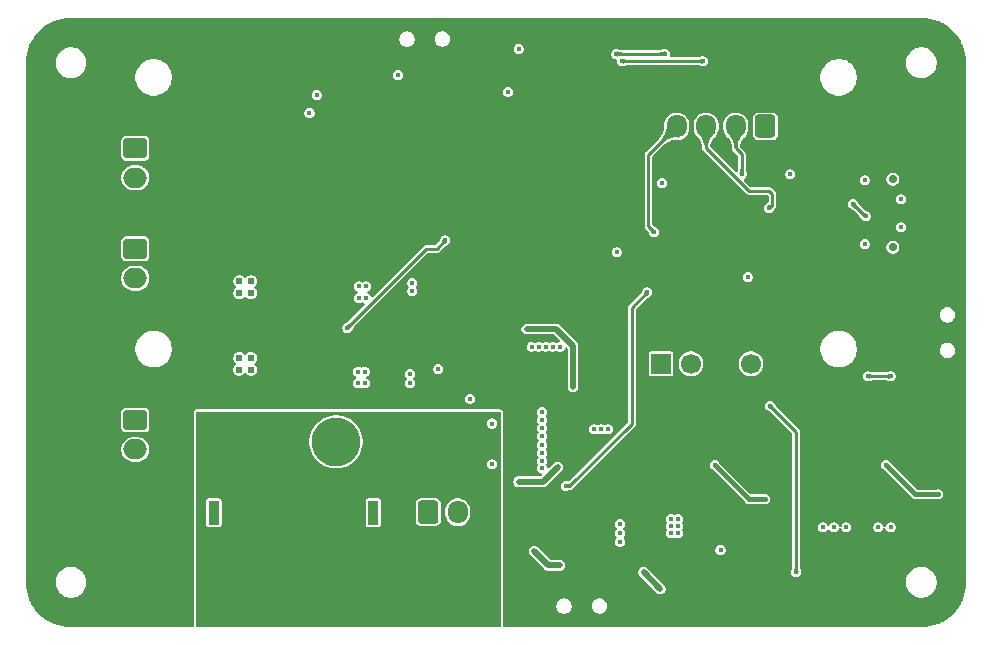
<source format=gbr>
%TF.GenerationSoftware,KiCad,Pcbnew,9.0.2*%
%TF.CreationDate,2025-12-01T07:49:58-05:00*%
%TF.ProjectId,VolleyBot,566f6c6c-6579-4426-9f74-2e6b69636164,rev?*%
%TF.SameCoordinates,Original*%
%TF.FileFunction,Copper,L4,Bot*%
%TF.FilePolarity,Positive*%
%FSLAX46Y46*%
G04 Gerber Fmt 4.6, Leading zero omitted, Abs format (unit mm)*
G04 Created by KiCad (PCBNEW 9.0.2) date 2025-12-01 07:49:58*
%MOMM*%
%LPD*%
G01*
G04 APERTURE LIST*
G04 Aperture macros list*
%AMRoundRect*
0 Rectangle with rounded corners*
0 $1 Rounding radius*
0 $2 $3 $4 $5 $6 $7 $8 $9 X,Y pos of 4 corners*
0 Add a 4 corners polygon primitive as box body*
4,1,4,$2,$3,$4,$5,$6,$7,$8,$9,$2,$3,0*
0 Add four circle primitives for the rounded corners*
1,1,$1+$1,$2,$3*
1,1,$1+$1,$4,$5*
1,1,$1+$1,$6,$7*
1,1,$1+$1,$8,$9*
0 Add four rect primitives between the rounded corners*
20,1,$1+$1,$2,$3,$4,$5,0*
20,1,$1+$1,$4,$5,$6,$7,0*
20,1,$1+$1,$6,$7,$8,$9,0*
20,1,$1+$1,$8,$9,$2,$3,0*%
G04 Aperture macros list end*
%TA.AperFunction,ComponentPad*%
%ADD10O,1.700000X1.950000*%
%TD*%
%TA.AperFunction,ComponentPad*%
%ADD11RoundRect,0.250000X0.600000X0.725000X-0.600000X0.725000X-0.600000X-0.725000X0.600000X-0.725000X0*%
%TD*%
%TA.AperFunction,ComponentPad*%
%ADD12O,1.800000X1.200000*%
%TD*%
%TA.AperFunction,ComponentPad*%
%ADD13O,2.000000X1.100000*%
%TD*%
%TA.AperFunction,ComponentPad*%
%ADD14C,0.700000*%
%TD*%
%TA.AperFunction,ComponentPad*%
%ADD15C,0.610000*%
%TD*%
%TA.AperFunction,ComponentPad*%
%ADD16C,1.700000*%
%TD*%
%TA.AperFunction,ComponentPad*%
%ADD17R,1.700000X1.700000*%
%TD*%
%TA.AperFunction,ComponentPad*%
%ADD18RoundRect,0.250000X-0.750000X0.600000X-0.750000X-0.600000X0.750000X-0.600000X0.750000X0.600000X0*%
%TD*%
%TA.AperFunction,ComponentPad*%
%ADD19O,2.000000X1.700000*%
%TD*%
%TA.AperFunction,ComponentPad*%
%ADD20RoundRect,0.250000X-0.600000X-0.725000X0.600000X-0.725000X0.600000X0.725000X-0.600000X0.725000X0*%
%TD*%
%TA.AperFunction,ComponentPad*%
%ADD21R,0.900000X2.000000*%
%TD*%
%TA.AperFunction,ComponentPad*%
%ADD22RoundRect,1.025000X1.025000X1.025000X-1.025000X1.025000X-1.025000X-1.025000X1.025000X-1.025000X0*%
%TD*%
%TA.AperFunction,ComponentPad*%
%ADD23C,4.100000*%
%TD*%
%TA.AperFunction,ViaPad*%
%ADD24C,0.450000*%
%TD*%
%TA.AperFunction,Conductor*%
%ADD25C,0.254000*%
%TD*%
%TA.AperFunction,Conductor*%
%ADD26C,0.508000*%
%TD*%
%TA.AperFunction,Conductor*%
%ADD27C,0.406400*%
%TD*%
G04 APERTURE END LIST*
D10*
%TO.P,J2,5,Pin_5*%
%TO.N,-BATT*%
X126300000Y-73645000D03*
%TO.P,J2,4,Pin_4*%
%TO.N,/NRST*%
X128800000Y-73645000D03*
%TO.P,J2,3,Pin_3*%
%TO.N,/SWDIO*%
X131300000Y-73645000D03*
%TO.P,J2,2,Pin_2*%
%TO.N,/SWCLK*%
X133800000Y-73645000D03*
D11*
%TO.P,J2,1,Pin_1*%
%TO.N,+3.3V*%
X136300000Y-73645000D03*
%TD*%
D12*
%TO.P,USB2,14,SHELL*%
%TO.N,-BATT*%
X150760000Y-76680000D03*
D13*
X146550000Y-76680000D03*
D12*
%TO.P,USB2,13,SHELL*%
X150760000Y-85320000D03*
D13*
X146550000Y-85320000D03*
D14*
%TO.P,USB2,*%
%TO.N,*%
X147080000Y-78110000D03*
X147080000Y-83890000D03*
%TD*%
D15*
%TO.P,U2,*%
%TO.N,*%
X92750000Y-86750000D03*
X92750000Y-87750000D03*
X91750000Y-86750000D03*
X91750000Y-87750000D03*
%TD*%
%TO.P,U3,*%
%TO.N,*%
X92750000Y-93250000D03*
X92750000Y-94250000D03*
X91750000Y-93250000D03*
X91750000Y-94250000D03*
%TD*%
D16*
%TO.P,J1,4,Pin_4*%
%TO.N,/PI_POWER*%
X135080000Y-93750000D03*
%TO.P,J1,3,Pin_3*%
%TO.N,-BATT*%
X132540000Y-93750000D03*
%TO.P,J1,2,Pin_2*%
%TO.N,/USART1_RX*%
X130000000Y-93750000D03*
D17*
%TO.P,J1,1,Pin_1*%
%TO.N,/USART1_TX*%
X127460000Y-93750000D03*
%TD*%
D18*
%TO.P,J7,1,Pin_1*%
%TO.N,Net-(J7-Pin_1)*%
X82945000Y-98500000D03*
D19*
%TO.P,J7,2,Pin_2*%
%TO.N,Net-(J7-Pin_2)*%
X82945000Y-101000000D03*
%TD*%
D18*
%TO.P,J6,1,Pin_1*%
%TO.N,Net-(J6-Pin_1)*%
X82945000Y-84000000D03*
D19*
%TO.P,J6,2,Pin_2*%
%TO.N,Net-(J6-Pin_2)*%
X82945000Y-86500000D03*
%TD*%
D18*
%TO.P,J5,1,Pin_1*%
%TO.N,Net-(J5-Pin_1)*%
X82945000Y-75500000D03*
D19*
%TO.P,J5,2,Pin_2*%
%TO.N,Net-(J5-Pin_2)*%
X82945000Y-78000000D03*
%TD*%
D20*
%TO.P,J4,1,Pin_1*%
%TO.N,-BATT*%
X107750000Y-106305000D03*
D10*
%TO.P,J4,2,Pin_2*%
%TO.N,Net-(J4-Pin_2)*%
X110250000Y-106305000D03*
%TO.P,J4,3,Pin_3*%
%TO.N,+BATT*%
X112750000Y-106305000D03*
%TD*%
D21*
%TO.P,J3,*%
%TO.N,*%
X103100000Y-106350000D03*
X89600000Y-106350000D03*
D22*
%TO.P,J3,1,Pin_1*%
%TO.N,+BATT*%
X92750000Y-100350000D03*
D23*
%TO.P,J3,2,Pin_2*%
%TO.N,-BATT*%
X99950000Y-100350000D03*
%TD*%
D24*
%TO.N,-BATT*%
X113150000Y-102250000D03*
X113150000Y-98800000D03*
%TO.N,/NSLEEP2*%
X100900000Y-90700000D03*
X109200000Y-83300000D03*
%TO.N,+3.3V*%
X136300000Y-105200000D03*
X132000000Y-102300000D03*
%TO.N,/5.55V*%
X150900000Y-104800000D03*
X146500000Y-102300000D03*
%TO.N,-BATT*%
X139400000Y-98500000D03*
X137500000Y-101300000D03*
X128000000Y-105450000D03*
X127150000Y-105450000D03*
X126250000Y-105450000D03*
X120950000Y-104150000D03*
%TO.N,/BATT+_IN*%
X141150000Y-107600000D03*
X146900000Y-107600000D03*
X145850000Y-107600000D03*
X143150000Y-107600000D03*
X142100000Y-107600000D03*
%TO.N,-BATT*%
X149450000Y-109550000D03*
%TO.N,+BATT*%
X112800000Y-108000000D03*
%TO.N,-BATT*%
X133500000Y-70100000D03*
X130700000Y-70100000D03*
X128100000Y-70100000D03*
%TO.N,+3.3V*%
X127550000Y-78450000D03*
%TO.N,-BATT*%
X143050000Y-113150000D03*
X129700000Y-114500000D03*
X136500000Y-112850000D03*
X126800000Y-113900000D03*
%TO.N,+3.3V*%
X134800000Y-86400000D03*
%TO.N,+BATT*%
X109300000Y-103600000D03*
%TO.N,+5V*%
X145000000Y-94800000D03*
X146900000Y-94800000D03*
%TO.N,-BATT*%
X127100000Y-88300000D03*
%TO.N,/BATT+_IN*%
X126300000Y-87700000D03*
X119400000Y-104100000D03*
%TO.N,VBUS*%
X108600000Y-94200000D03*
X111300000Y-96700000D03*
%TO.N,-BATT*%
X117900000Y-74200000D03*
X113500000Y-68800000D03*
%TO.N,+3.3V*%
X98300000Y-71000000D03*
X97700000Y-72500000D03*
X105200000Y-69300000D03*
X114500000Y-70700000D03*
X138400000Y-77700000D03*
%TO.N,+3.3VA*%
X123000000Y-99300000D03*
X122400000Y-99300000D03*
X121800000Y-99300000D03*
%TO.N,VBUS*%
X147787621Y-79812379D03*
X147787621Y-82187621D03*
X144700000Y-83600000D03*
X144700000Y-78200000D03*
X132500000Y-109500000D03*
%TO.N,/BATT+_IN*%
X128900000Y-108100000D03*
X128300000Y-108100000D03*
X128900000Y-107500000D03*
X128300000Y-107500000D03*
X128900000Y-106900000D03*
X128300000Y-106900000D03*
X102400000Y-94400000D03*
X102400000Y-95400000D03*
X101800000Y-95400000D03*
X101800000Y-94400000D03*
X102500000Y-88200000D03*
X102500000Y-87200000D03*
X101900000Y-88200000D03*
X101900000Y-87200000D03*
%TO.N,+BATT*%
X112800000Y-104700000D03*
%TO.N,VBUS*%
X124000000Y-108800000D03*
X124000000Y-108100000D03*
X124000000Y-107300000D03*
%TO.N,+3.3VA*%
X115400000Y-67100000D03*
X123700000Y-84300000D03*
%TO.N,VBUS*%
X106400000Y-87600000D03*
X106400000Y-86900000D03*
X106200000Y-95400000D03*
X106200000Y-94600000D03*
X117400000Y-102600000D03*
X117400000Y-102000000D03*
X117400000Y-101300000D03*
X117400000Y-100600000D03*
X117400000Y-99900000D03*
X117400000Y-99200000D03*
X117400000Y-98500000D03*
X117400000Y-97800000D03*
%TO.N,Net-(U7-VBATM)*%
X120000000Y-95700000D03*
%TO.N,+BATT*%
X118900000Y-92300000D03*
X118300000Y-92300000D03*
X117700000Y-92300000D03*
X117100000Y-92300000D03*
X116500000Y-92300000D03*
%TO.N,/PI_POWER*%
X138900000Y-111400000D03*
X136700000Y-97300000D03*
%TO.N,Net-(J4-Pin_2)*%
X115400000Y-103735000D03*
X118700000Y-102500000D03*
%TO.N,+BATT*%
X126000000Y-111400000D03*
X127400000Y-112800000D03*
%TO.N,Net-(Q2-G)*%
X116700000Y-109600000D03*
X118900000Y-110800000D03*
%TO.N,/SWDIO*%
X136600000Y-80550000D03*
%TO.N,/SWCLK*%
X134300000Y-77700000D03*
%TO.N,/SPI1_NSS*%
X131026359Y-68126359D03*
X124173641Y-68126359D03*
%TO.N,/SPI1_CLK*%
X123682649Y-67517351D03*
X127800000Y-67500000D03*
%TO.N,/NRST*%
X126900000Y-82602000D03*
%TO.N,/USB_D+*%
X144800000Y-81250000D03*
X143700000Y-80200000D03*
%TO.N,Net-(U7-VBATM)*%
X116100000Y-90800000D03*
%TD*%
D25*
%TO.N,/NSLEEP2*%
X107600000Y-84000000D02*
X100900000Y-90700000D01*
X108500000Y-84000000D02*
X107600000Y-84000000D01*
X109200000Y-83300000D02*
X108500000Y-84000000D01*
%TO.N,/BATT+_IN*%
X125000000Y-98800000D02*
X125000000Y-89000000D01*
X119700000Y-104100000D02*
X125000000Y-98800000D01*
X119400000Y-104100000D02*
X119700000Y-104100000D01*
X125000000Y-89000000D02*
X126300000Y-87700000D01*
%TO.N,+5V*%
X145000000Y-94800000D02*
X146900000Y-94800000D01*
D26*
%TO.N,Net-(J4-Pin_2)*%
X115400000Y-103735000D02*
X117465000Y-103735000D01*
X117465000Y-103735000D02*
X118700000Y-102500000D01*
%TO.N,Net-(U7-VBATM)*%
X118600000Y-90800000D02*
X116100000Y-90800000D01*
X120000000Y-95700000D02*
X120000000Y-92200000D01*
X120000000Y-92200000D02*
X118600000Y-90800000D01*
D25*
%TO.N,/PI_POWER*%
X138900000Y-99500000D02*
X136700000Y-97300000D01*
X138900000Y-111400000D02*
X138900000Y-99500000D01*
D26*
%TO.N,+BATT*%
X126000000Y-111400000D02*
X127400000Y-112800000D01*
%TO.N,Net-(Q2-G)*%
X117900000Y-110800000D02*
X118900000Y-110800000D01*
X116700000Y-109600000D02*
X117900000Y-110800000D01*
D25*
%TO.N,/SWDIO*%
X131300000Y-75482061D02*
X131300000Y-73645000D01*
X136600000Y-79100000D02*
X134917939Y-79100000D01*
X136900000Y-80250000D02*
X136900000Y-79400000D01*
X134917939Y-79100000D02*
X131300000Y-75482061D01*
X136600000Y-80550000D02*
X136900000Y-80250000D01*
X136900000Y-79400000D02*
X136600000Y-79100000D01*
%TO.N,/SWCLK*%
X133800000Y-75500000D02*
X133800000Y-73645000D01*
X134300000Y-76000000D02*
X133800000Y-75500000D01*
X134300000Y-77700000D02*
X134300000Y-76000000D01*
%TO.N,/SPI1_NSS*%
X131026359Y-68126359D02*
X124173641Y-68126359D01*
%TO.N,/SPI1_CLK*%
X127800000Y-67500000D02*
X123700000Y-67500000D01*
X123700000Y-67500000D02*
X123682649Y-67517351D01*
%TO.N,/NRST*%
X126400000Y-82102000D02*
X126400000Y-76045000D01*
X126400000Y-76045000D02*
X128800000Y-73645000D01*
X126900000Y-82602000D02*
X126400000Y-82102000D01*
%TO.N,/USB_D+*%
X144750000Y-81250000D02*
X143700000Y-80200000D01*
X144800000Y-81250000D02*
X144750000Y-81250000D01*
D27*
%TO.N,/5.55V*%
X150900000Y-104800000D02*
X149000000Y-104800000D01*
X149000000Y-104800000D02*
X146500000Y-102300000D01*
%TO.N,+3.3V*%
X136300000Y-105200000D02*
X134900000Y-105200000D01*
X134900000Y-105200000D02*
X132000000Y-102300000D01*
%TD*%
%TA.AperFunction,Conductor*%
%TO.N,-BATT*%
G36*
X149503032Y-64450649D02*
G01*
X149567797Y-64453830D01*
X149866338Y-64468497D01*
X149878440Y-64469689D01*
X150235230Y-64522613D01*
X150247140Y-64524982D01*
X150597046Y-64612629D01*
X150608663Y-64616154D01*
X150948275Y-64737669D01*
X150959497Y-64742317D01*
X151285582Y-64896543D01*
X151296290Y-64902267D01*
X151484308Y-65014961D01*
X151605659Y-65087696D01*
X151615777Y-65094456D01*
X151905488Y-65309321D01*
X151914894Y-65317041D01*
X152182146Y-65559264D01*
X152190735Y-65567853D01*
X152277459Y-65663538D01*
X152432958Y-65835105D01*
X152440678Y-65844511D01*
X152655543Y-66134222D01*
X152662303Y-66144340D01*
X152847725Y-66453697D01*
X152853460Y-66464425D01*
X152893048Y-66548127D01*
X153007679Y-66790495D01*
X153012334Y-66801734D01*
X153133343Y-67139932D01*
X153133840Y-67141319D01*
X153137373Y-67152964D01*
X153225014Y-67502846D01*
X153227388Y-67514782D01*
X153280309Y-67871555D01*
X153281502Y-67883664D01*
X153299351Y-68246967D01*
X153299500Y-68253052D01*
X153299500Y-112246947D01*
X153299351Y-112253032D01*
X153281502Y-112616335D01*
X153280309Y-112628444D01*
X153227388Y-112985217D01*
X153225014Y-112997153D01*
X153137373Y-113347035D01*
X153133840Y-113358680D01*
X153012335Y-113698262D01*
X153007679Y-113709504D01*
X152853462Y-114035570D01*
X152847725Y-114046302D01*
X152662303Y-114355659D01*
X152655543Y-114365777D01*
X152440678Y-114655488D01*
X152432958Y-114664894D01*
X152190743Y-114932138D01*
X152182138Y-114940743D01*
X151914894Y-115182958D01*
X151905488Y-115190678D01*
X151615777Y-115405543D01*
X151605659Y-115412303D01*
X151296302Y-115597725D01*
X151285570Y-115603462D01*
X150959504Y-115757679D01*
X150948262Y-115762335D01*
X150608680Y-115883840D01*
X150597035Y-115887373D01*
X150247153Y-115975014D01*
X150235217Y-115977388D01*
X149878444Y-116030309D01*
X149866335Y-116031502D01*
X149503033Y-116049351D01*
X149496948Y-116049500D01*
X114229500Y-116049500D01*
X114162461Y-116029815D01*
X114116706Y-115977011D01*
X114105500Y-115925500D01*
X114105500Y-114324071D01*
X118599499Y-114324071D01*
X118624497Y-114449738D01*
X118624499Y-114449744D01*
X118673533Y-114568124D01*
X118673538Y-114568133D01*
X118744723Y-114674668D01*
X118744726Y-114674672D01*
X118835327Y-114765273D01*
X118835331Y-114765276D01*
X118941866Y-114836461D01*
X118941872Y-114836464D01*
X118941873Y-114836465D01*
X119060256Y-114885501D01*
X119060260Y-114885501D01*
X119060261Y-114885502D01*
X119185928Y-114910500D01*
X119185931Y-114910500D01*
X119314071Y-114910500D01*
X119398615Y-114893682D01*
X119439744Y-114885501D01*
X119558127Y-114836465D01*
X119664669Y-114765276D01*
X119755276Y-114674669D01*
X119826465Y-114568127D01*
X119875501Y-114449744D01*
X119900500Y-114324071D01*
X121599499Y-114324071D01*
X121624497Y-114449738D01*
X121624499Y-114449744D01*
X121673533Y-114568124D01*
X121673538Y-114568133D01*
X121744723Y-114674668D01*
X121744726Y-114674672D01*
X121835327Y-114765273D01*
X121835331Y-114765276D01*
X121941866Y-114836461D01*
X121941872Y-114836464D01*
X121941873Y-114836465D01*
X122060256Y-114885501D01*
X122060260Y-114885501D01*
X122060261Y-114885502D01*
X122185928Y-114910500D01*
X122185931Y-114910500D01*
X122314071Y-114910500D01*
X122398615Y-114893682D01*
X122439744Y-114885501D01*
X122558127Y-114836465D01*
X122664669Y-114765276D01*
X122755276Y-114674669D01*
X122826465Y-114568127D01*
X122875501Y-114449744D01*
X122900500Y-114324069D01*
X122900500Y-114195931D01*
X122900500Y-114195928D01*
X122875502Y-114070261D01*
X122875501Y-114070260D01*
X122875501Y-114070256D01*
X122826465Y-113951873D01*
X122826464Y-113951872D01*
X122826461Y-113951866D01*
X122755276Y-113845331D01*
X122755273Y-113845327D01*
X122664672Y-113754726D01*
X122664668Y-113754723D01*
X122558133Y-113683538D01*
X122558124Y-113683533D01*
X122439744Y-113634499D01*
X122439738Y-113634497D01*
X122314071Y-113609500D01*
X122314069Y-113609500D01*
X122185931Y-113609500D01*
X122185929Y-113609500D01*
X122060261Y-113634497D01*
X122060255Y-113634499D01*
X121941875Y-113683533D01*
X121941866Y-113683538D01*
X121835331Y-113754723D01*
X121835327Y-113754726D01*
X121744726Y-113845327D01*
X121744723Y-113845331D01*
X121673538Y-113951866D01*
X121673533Y-113951875D01*
X121624499Y-114070255D01*
X121624497Y-114070261D01*
X121599500Y-114195928D01*
X121599500Y-114195931D01*
X121599500Y-114324069D01*
X121599500Y-114324071D01*
X121599499Y-114324071D01*
X119900500Y-114324071D01*
X119900500Y-114324069D01*
X119900500Y-114195931D01*
X119900500Y-114195928D01*
X119875502Y-114070261D01*
X119875501Y-114070260D01*
X119875501Y-114070256D01*
X119826465Y-113951873D01*
X119826464Y-113951872D01*
X119826461Y-113951866D01*
X119755276Y-113845331D01*
X119755273Y-113845327D01*
X119664672Y-113754726D01*
X119664668Y-113754723D01*
X119558133Y-113683538D01*
X119558124Y-113683533D01*
X119439744Y-113634499D01*
X119439738Y-113634497D01*
X119314071Y-113609500D01*
X119314069Y-113609500D01*
X119185931Y-113609500D01*
X119185929Y-113609500D01*
X119060261Y-113634497D01*
X119060255Y-113634499D01*
X118941875Y-113683533D01*
X118941866Y-113683538D01*
X118835331Y-113754723D01*
X118835327Y-113754726D01*
X118744726Y-113845327D01*
X118744723Y-113845331D01*
X118673538Y-113951866D01*
X118673533Y-113951875D01*
X118624499Y-114070255D01*
X118624497Y-114070261D01*
X118599500Y-114195928D01*
X118599500Y-114195931D01*
X118599500Y-114324069D01*
X118599500Y-114324071D01*
X118599499Y-114324071D01*
X114105500Y-114324071D01*
X114105500Y-111340164D01*
X125545499Y-111340164D01*
X125545499Y-111459836D01*
X125576473Y-111575430D01*
X125636310Y-111679070D01*
X127120930Y-113163690D01*
X127224570Y-113223527D01*
X127340164Y-113254501D01*
X127340166Y-113254501D01*
X127459834Y-113254501D01*
X127459836Y-113254501D01*
X127575430Y-113223527D01*
X127679070Y-113163690D01*
X127763690Y-113079070D01*
X127823527Y-112975430D01*
X127854501Y-112859836D01*
X127854501Y-112740164D01*
X127823527Y-112624570D01*
X127763690Y-112520930D01*
X127390408Y-112147648D01*
X148199500Y-112147648D01*
X148199500Y-112352351D01*
X148231522Y-112554534D01*
X148294781Y-112749223D01*
X148387715Y-112931613D01*
X148508028Y-113097213D01*
X148652786Y-113241971D01*
X148797397Y-113347035D01*
X148818390Y-113362287D01*
X148934607Y-113421503D01*
X149000776Y-113455218D01*
X149000778Y-113455218D01*
X149000781Y-113455220D01*
X149105137Y-113489127D01*
X149195465Y-113518477D01*
X149296557Y-113534488D01*
X149397648Y-113550500D01*
X149397649Y-113550500D01*
X149602351Y-113550500D01*
X149602352Y-113550500D01*
X149804534Y-113518477D01*
X149999219Y-113455220D01*
X150181610Y-113362287D01*
X150274590Y-113294732D01*
X150347213Y-113241971D01*
X150347215Y-113241968D01*
X150347219Y-113241966D01*
X150491966Y-113097219D01*
X150491968Y-113097215D01*
X150491971Y-113097213D01*
X150544732Y-113024590D01*
X150612287Y-112931610D01*
X150705220Y-112749219D01*
X150768477Y-112554534D01*
X150800500Y-112352352D01*
X150800500Y-112147648D01*
X150768477Y-111945466D01*
X150705220Y-111750781D01*
X150705218Y-111750778D01*
X150705218Y-111750776D01*
X150659606Y-111661259D01*
X150612287Y-111568390D01*
X150533419Y-111459836D01*
X150491971Y-111402786D01*
X150347213Y-111258028D01*
X150181613Y-111137715D01*
X150181612Y-111137714D01*
X150181610Y-111137713D01*
X150124145Y-111108433D01*
X149999223Y-111044781D01*
X149804534Y-110981522D01*
X149629995Y-110953878D01*
X149602352Y-110949500D01*
X149397648Y-110949500D01*
X149373329Y-110953351D01*
X149195465Y-110981522D01*
X149000776Y-111044781D01*
X148818386Y-111137715D01*
X148652786Y-111258028D01*
X148508028Y-111402786D01*
X148387715Y-111568386D01*
X148294781Y-111750776D01*
X148231522Y-111945465D01*
X148199500Y-112147648D01*
X127390408Y-112147648D01*
X126279070Y-111036310D01*
X126175430Y-110976473D01*
X126059836Y-110945499D01*
X125940164Y-110945499D01*
X125863101Y-110966148D01*
X125824569Y-110976473D01*
X125720930Y-111036310D01*
X125720927Y-111036312D01*
X125636312Y-111120927D01*
X125636310Y-111120930D01*
X125576473Y-111224569D01*
X125576473Y-111224570D01*
X125545499Y-111340164D01*
X114105500Y-111340164D01*
X114105500Y-109540164D01*
X116245499Y-109540164D01*
X116245499Y-109659836D01*
X116276473Y-109775430D01*
X116336310Y-109879070D01*
X116336312Y-109879072D01*
X117531968Y-111074728D01*
X117531978Y-111074739D01*
X117536308Y-111079069D01*
X117536309Y-111079070D01*
X117620930Y-111163691D01*
X117724569Y-111223527D01*
X117840164Y-111254500D01*
X117840166Y-111254500D01*
X118959834Y-111254500D01*
X118959836Y-111254500D01*
X119075431Y-111223527D01*
X119179070Y-111163691D01*
X119263691Y-111079070D01*
X119323527Y-110975431D01*
X119354500Y-110859836D01*
X119354500Y-110740164D01*
X119323527Y-110624569D01*
X119263691Y-110520930D01*
X119179070Y-110436309D01*
X119075431Y-110376473D01*
X118959836Y-110345500D01*
X118959835Y-110345500D01*
X118139622Y-110345500D01*
X118072583Y-110325815D01*
X118051941Y-110309181D01*
X117186742Y-109443982D01*
X132074500Y-109443982D01*
X132074500Y-109556018D01*
X132103497Y-109664237D01*
X132159515Y-109761263D01*
X132238737Y-109840485D01*
X132335763Y-109896503D01*
X132443982Y-109925500D01*
X132443984Y-109925500D01*
X132556016Y-109925500D01*
X132556018Y-109925500D01*
X132664237Y-109896503D01*
X132761263Y-109840485D01*
X132840485Y-109761263D01*
X132896503Y-109664237D01*
X132925500Y-109556018D01*
X132925500Y-109443982D01*
X132896503Y-109335763D01*
X132840485Y-109238737D01*
X132761263Y-109159515D01*
X132664237Y-109103497D01*
X132556018Y-109074500D01*
X132443982Y-109074500D01*
X132335763Y-109103497D01*
X132335760Y-109103498D01*
X132238740Y-109159513D01*
X132238734Y-109159517D01*
X132159517Y-109238734D01*
X132159513Y-109238740D01*
X132103498Y-109335760D01*
X132103497Y-109335763D01*
X132074500Y-109443982D01*
X117186742Y-109443982D01*
X116979072Y-109236312D01*
X116979070Y-109236310D01*
X116875430Y-109176473D01*
X116759836Y-109145499D01*
X116640164Y-109145499D01*
X116563101Y-109166148D01*
X116524569Y-109176473D01*
X116420930Y-109236310D01*
X116420927Y-109236312D01*
X116336312Y-109320927D01*
X116336310Y-109320930D01*
X116276473Y-109424569D01*
X116276473Y-109424570D01*
X116245499Y-109540164D01*
X114105500Y-109540164D01*
X114105500Y-107243982D01*
X123574500Y-107243982D01*
X123574500Y-107356018D01*
X123603497Y-107464237D01*
X123659515Y-107561263D01*
X123659517Y-107561265D01*
X123710571Y-107612319D01*
X123744056Y-107673642D01*
X123739072Y-107743334D01*
X123710571Y-107787681D01*
X123659517Y-107838734D01*
X123659513Y-107838740D01*
X123603498Y-107935760D01*
X123603497Y-107935763D01*
X123574500Y-108043982D01*
X123574500Y-108156018D01*
X123603497Y-108264237D01*
X123659515Y-108361263D01*
X123659517Y-108361265D01*
X123660577Y-108362325D01*
X123661184Y-108363437D01*
X123664462Y-108367709D01*
X123663795Y-108368220D01*
X123694057Y-108423651D01*
X123689068Y-108493342D01*
X123664177Y-108532072D01*
X123664462Y-108532291D01*
X123661847Y-108535698D01*
X123660577Y-108537675D01*
X123659517Y-108538734D01*
X123659513Y-108538740D01*
X123603498Y-108635760D01*
X123603497Y-108635763D01*
X123574500Y-108743982D01*
X123574500Y-108856018D01*
X123603497Y-108964237D01*
X123659515Y-109061263D01*
X123738737Y-109140485D01*
X123835763Y-109196503D01*
X123943982Y-109225500D01*
X123943984Y-109225500D01*
X124056016Y-109225500D01*
X124056018Y-109225500D01*
X124164237Y-109196503D01*
X124261263Y-109140485D01*
X124340485Y-109061263D01*
X124396503Y-108964237D01*
X124425500Y-108856018D01*
X124425500Y-108743982D01*
X124396503Y-108635763D01*
X124340485Y-108538737D01*
X124339429Y-108537681D01*
X124338824Y-108536573D01*
X124335538Y-108532291D01*
X124336205Y-108531778D01*
X124305944Y-108476358D01*
X124310928Y-108406666D01*
X124335823Y-108367928D01*
X124335538Y-108367709D01*
X124338165Y-108364284D01*
X124339429Y-108362319D01*
X124340485Y-108361263D01*
X124396503Y-108264237D01*
X124425500Y-108156018D01*
X124425500Y-108043982D01*
X124396503Y-107935763D01*
X124340485Y-107838737D01*
X124289429Y-107787681D01*
X124255944Y-107726358D01*
X124260928Y-107656666D01*
X124289429Y-107612319D01*
X124340485Y-107561263D01*
X124396503Y-107464237D01*
X124425500Y-107356018D01*
X124425500Y-107243982D01*
X124396503Y-107135763D01*
X124340485Y-107038737D01*
X124261263Y-106959515D01*
X124164237Y-106903497D01*
X124056018Y-106874500D01*
X123943982Y-106874500D01*
X123835763Y-106903497D01*
X123835760Y-106903498D01*
X123738740Y-106959513D01*
X123738734Y-106959517D01*
X123659517Y-107038734D01*
X123659513Y-107038740D01*
X123603498Y-107135760D01*
X123603497Y-107135763D01*
X123574500Y-107243982D01*
X114105500Y-107243982D01*
X114105500Y-106843982D01*
X127874500Y-106843982D01*
X127874500Y-106956018D01*
X127901527Y-107056882D01*
X127903497Y-107064236D01*
X127903498Y-107064239D01*
X127946084Y-107138000D01*
X127962557Y-107205900D01*
X127946084Y-107262000D01*
X127903498Y-107335760D01*
X127903497Y-107335763D01*
X127874500Y-107443982D01*
X127874500Y-107556018D01*
X127901469Y-107656666D01*
X127903497Y-107664236D01*
X127903498Y-107664239D01*
X127946084Y-107738000D01*
X127962557Y-107805900D01*
X127946084Y-107862000D01*
X127903498Y-107935760D01*
X127903497Y-107935763D01*
X127874500Y-108043982D01*
X127874500Y-108156018D01*
X127903497Y-108264237D01*
X127959515Y-108361263D01*
X128038737Y-108440485D01*
X128135763Y-108496503D01*
X128243982Y-108525500D01*
X128243984Y-108525500D01*
X128356016Y-108525500D01*
X128356018Y-108525500D01*
X128464237Y-108496503D01*
X128538003Y-108453913D01*
X128605899Y-108437442D01*
X128661995Y-108453913D01*
X128735763Y-108496503D01*
X128843982Y-108525500D01*
X128843984Y-108525500D01*
X128956016Y-108525500D01*
X128956018Y-108525500D01*
X129064237Y-108496503D01*
X129161263Y-108440485D01*
X129240485Y-108361263D01*
X129296503Y-108264237D01*
X129325500Y-108156018D01*
X129325500Y-108043982D01*
X129296503Y-107935763D01*
X129253913Y-107861996D01*
X129237442Y-107794101D01*
X129253913Y-107738004D01*
X129296503Y-107664237D01*
X129325500Y-107556018D01*
X129325500Y-107443982D01*
X129296503Y-107335763D01*
X129253913Y-107261996D01*
X129237442Y-107194101D01*
X129253913Y-107138004D01*
X129296503Y-107064237D01*
X129325500Y-106956018D01*
X129325500Y-106843982D01*
X129296503Y-106735763D01*
X129240485Y-106638737D01*
X129161263Y-106559515D01*
X129064237Y-106503497D01*
X128956018Y-106474500D01*
X128843982Y-106474500D01*
X128735763Y-106503497D01*
X128735760Y-106503498D01*
X128662000Y-106546084D01*
X128594100Y-106562557D01*
X128538000Y-106546084D01*
X128464239Y-106503498D01*
X128464238Y-106503497D01*
X128464237Y-106503497D01*
X128356018Y-106474500D01*
X128243982Y-106474500D01*
X128135763Y-106503497D01*
X128135760Y-106503498D01*
X128038740Y-106559513D01*
X128038734Y-106559517D01*
X127959517Y-106638734D01*
X127959513Y-106638740D01*
X127903498Y-106735760D01*
X127903497Y-106735763D01*
X127874500Y-106843982D01*
X114105500Y-106843982D01*
X114105500Y-103675164D01*
X114945500Y-103675164D01*
X114945500Y-103794836D01*
X114976473Y-103910431D01*
X115036309Y-104014070D01*
X115120930Y-104098691D01*
X115224569Y-104158527D01*
X115340164Y-104189500D01*
X117397552Y-104189500D01*
X117397568Y-104189501D01*
X117405164Y-104189501D01*
X117524834Y-104189501D01*
X117524836Y-104189501D01*
X117616415Y-104164962D01*
X117640431Y-104158527D01*
X117744070Y-104098691D01*
X117798779Y-104043982D01*
X118974500Y-104043982D01*
X118974500Y-104156018D01*
X119003497Y-104264237D01*
X119059515Y-104361263D01*
X119138737Y-104440485D01*
X119235763Y-104496503D01*
X119343982Y-104525500D01*
X119343984Y-104525500D01*
X119456016Y-104525500D01*
X119456018Y-104525500D01*
X119564237Y-104496503D01*
X119597228Y-104477454D01*
X119606627Y-104472551D01*
X119615208Y-104468531D01*
X119629496Y-104464339D01*
X119675361Y-104440355D01*
X119677812Y-104439208D01*
X119691002Y-104437181D01*
X119730410Y-104427500D01*
X119743114Y-104427500D01*
X119743116Y-104427500D01*
X119826410Y-104405181D01*
X119901090Y-104362065D01*
X119969687Y-104293467D01*
X119973331Y-104290439D01*
X120020520Y-104248267D01*
X120024767Y-104244363D01*
X120025244Y-104243912D01*
X120038517Y-104224637D01*
X122019172Y-102243982D01*
X131574500Y-102243982D01*
X131574500Y-102356018D01*
X131603497Y-102464237D01*
X131659515Y-102561263D01*
X131738737Y-102640485D01*
X131797545Y-102674437D01*
X131823225Y-102694143D01*
X134572618Y-105443536D01*
X134572628Y-105443547D01*
X134576958Y-105447877D01*
X134576959Y-105447878D01*
X134652122Y-105523041D01*
X134744177Y-105576189D01*
X134846851Y-105603700D01*
X134846852Y-105603700D01*
X136146298Y-105603700D01*
X136178390Y-105607924D01*
X136243982Y-105625500D01*
X136243984Y-105625500D01*
X136356016Y-105625500D01*
X136356018Y-105625500D01*
X136464237Y-105596503D01*
X136561263Y-105540485D01*
X136640485Y-105461263D01*
X136696503Y-105364237D01*
X136725500Y-105256018D01*
X136725500Y-105143982D01*
X136696503Y-105035763D01*
X136640485Y-104938737D01*
X136561263Y-104859515D01*
X136464237Y-104803497D01*
X136356018Y-104774500D01*
X136243982Y-104774500D01*
X136178391Y-104792075D01*
X136146298Y-104796300D01*
X135118580Y-104796300D01*
X135051541Y-104776615D01*
X135030899Y-104759981D01*
X132394143Y-102123225D01*
X132374436Y-102097543D01*
X132362272Y-102076474D01*
X132340485Y-102038737D01*
X132261263Y-101959515D01*
X132164237Y-101903497D01*
X132056018Y-101874500D01*
X131943982Y-101874500D01*
X131835763Y-101903497D01*
X131835760Y-101903498D01*
X131738740Y-101959513D01*
X131738734Y-101959517D01*
X131659517Y-102038734D01*
X131659513Y-102038740D01*
X131603498Y-102135760D01*
X131603497Y-102135763D01*
X131574500Y-102243982D01*
X122019172Y-102243982D01*
X125262065Y-99001090D01*
X125305181Y-98926410D01*
X125327500Y-98843116D01*
X125327500Y-98756884D01*
X125327500Y-97243982D01*
X136274500Y-97243982D01*
X136274500Y-97356018D01*
X136303497Y-97464237D01*
X136359515Y-97561263D01*
X136438737Y-97640485D01*
X136468367Y-97657592D01*
X136486732Y-97673091D01*
X136615832Y-97744401D01*
X136623990Y-97748671D01*
X136624937Y-97749140D01*
X136633408Y-97753098D01*
X136645417Y-97758379D01*
X136692736Y-97782406D01*
X136716169Y-97797869D01*
X136785248Y-97855674D01*
X136788193Y-97857370D01*
X136813986Y-97877141D01*
X138536181Y-99599336D01*
X138569666Y-99660659D01*
X138572500Y-99687017D01*
X138572500Y-110918647D01*
X138571984Y-110929951D01*
X138571103Y-110939573D01*
X138567201Y-110955059D01*
X138564137Y-111015671D01*
X138563906Y-111018197D01*
X138563557Y-111019077D01*
X138562263Y-111029929D01*
X138558566Y-111049483D01*
X138553812Y-111067271D01*
X138537523Y-111113989D01*
X138536983Y-111115506D01*
X138512211Y-111183691D01*
X138508995Y-111193269D01*
X138508654Y-111194372D01*
X138505838Y-111204390D01*
X138483165Y-111293633D01*
X138481858Y-111299080D01*
X138481752Y-111299552D01*
X138481751Y-111299555D01*
X138481707Y-111302559D01*
X138477499Y-111332785D01*
X138474500Y-111343977D01*
X138474500Y-111343982D01*
X138474500Y-111456018D01*
X138503497Y-111564237D01*
X138559515Y-111661263D01*
X138638737Y-111740485D01*
X138735763Y-111796503D01*
X138843982Y-111825500D01*
X138843984Y-111825500D01*
X138956016Y-111825500D01*
X138956018Y-111825500D01*
X139064237Y-111796503D01*
X139161263Y-111740485D01*
X139240485Y-111661263D01*
X139296503Y-111564237D01*
X139325500Y-111456018D01*
X139325500Y-111343982D01*
X139316643Y-111310928D01*
X139314619Y-111286988D01*
X139273756Y-111145277D01*
X139270981Y-111136412D01*
X139270643Y-111135412D01*
X139267479Y-111126703D01*
X139262711Y-111114449D01*
X139249636Y-111074400D01*
X139246248Y-111064019D01*
X139240613Y-111036514D01*
X139232640Y-110946794D01*
X139231757Y-110943511D01*
X139227500Y-110911300D01*
X139227500Y-107543982D01*
X140724500Y-107543982D01*
X140724500Y-107656018D01*
X140743348Y-107726358D01*
X140753497Y-107764236D01*
X140753498Y-107764239D01*
X140761907Y-107778804D01*
X140809515Y-107861263D01*
X140888737Y-107940485D01*
X140985763Y-107996503D01*
X141093982Y-108025500D01*
X141093984Y-108025500D01*
X141206016Y-108025500D01*
X141206018Y-108025500D01*
X141314237Y-107996503D01*
X141411263Y-107940485D01*
X141490485Y-107861263D01*
X141517614Y-107814273D01*
X141568179Y-107766060D01*
X141636786Y-107752836D01*
X141701651Y-107778804D01*
X141732385Y-107814272D01*
X141759515Y-107861263D01*
X141838737Y-107940485D01*
X141935763Y-107996503D01*
X142043982Y-108025500D01*
X142043984Y-108025500D01*
X142156016Y-108025500D01*
X142156018Y-108025500D01*
X142264237Y-107996503D01*
X142361263Y-107940485D01*
X142440485Y-107861263D01*
X142496503Y-107764237D01*
X142505225Y-107731682D01*
X142541590Y-107672023D01*
X142604436Y-107641494D01*
X142673812Y-107649788D01*
X142727690Y-107694274D01*
X142744773Y-107731681D01*
X142750442Y-107752836D01*
X142753497Y-107764236D01*
X142753498Y-107764239D01*
X142761907Y-107778804D01*
X142809515Y-107861263D01*
X142888737Y-107940485D01*
X142985763Y-107996503D01*
X143093982Y-108025500D01*
X143093984Y-108025500D01*
X143206016Y-108025500D01*
X143206018Y-108025500D01*
X143314237Y-107996503D01*
X143411263Y-107940485D01*
X143490485Y-107861263D01*
X143546503Y-107764237D01*
X143575500Y-107656018D01*
X143575500Y-107543982D01*
X145424500Y-107543982D01*
X145424500Y-107656018D01*
X145443348Y-107726358D01*
X145453497Y-107764236D01*
X145453498Y-107764239D01*
X145461907Y-107778804D01*
X145509515Y-107861263D01*
X145588737Y-107940485D01*
X145685763Y-107996503D01*
X145793982Y-108025500D01*
X145793984Y-108025500D01*
X145906016Y-108025500D01*
X145906018Y-108025500D01*
X146014237Y-107996503D01*
X146111263Y-107940485D01*
X146190485Y-107861263D01*
X146246503Y-107764237D01*
X146255225Y-107731682D01*
X146291590Y-107672023D01*
X146354436Y-107641494D01*
X146423812Y-107649788D01*
X146477690Y-107694274D01*
X146494773Y-107731681D01*
X146500442Y-107752836D01*
X146503497Y-107764236D01*
X146503498Y-107764239D01*
X146511907Y-107778804D01*
X146559515Y-107861263D01*
X146638737Y-107940485D01*
X146735763Y-107996503D01*
X146843982Y-108025500D01*
X146843984Y-108025500D01*
X146956016Y-108025500D01*
X146956018Y-108025500D01*
X147064237Y-107996503D01*
X147161263Y-107940485D01*
X147240485Y-107861263D01*
X147296503Y-107764237D01*
X147325500Y-107656018D01*
X147325500Y-107543982D01*
X147296503Y-107435763D01*
X147240485Y-107338737D01*
X147161263Y-107259515D01*
X147067183Y-107205198D01*
X147064239Y-107203498D01*
X147064238Y-107203497D01*
X147064237Y-107203497D01*
X146956018Y-107174500D01*
X146843982Y-107174500D01*
X146735763Y-107203497D01*
X146735760Y-107203498D01*
X146638740Y-107259513D01*
X146638734Y-107259517D01*
X146559517Y-107338734D01*
X146559513Y-107338740D01*
X146503498Y-107435760D01*
X146503497Y-107435761D01*
X146501294Y-107443984D01*
X146495868Y-107464237D01*
X146494775Y-107468316D01*
X146458410Y-107527976D01*
X146395563Y-107558505D01*
X146326187Y-107550210D01*
X146272309Y-107505725D01*
X146255225Y-107468316D01*
X146254132Y-107464237D01*
X146246503Y-107435763D01*
X146190485Y-107338737D01*
X146111263Y-107259515D01*
X146017183Y-107205198D01*
X146014239Y-107203498D01*
X146014238Y-107203497D01*
X146014237Y-107203497D01*
X145906018Y-107174500D01*
X145793982Y-107174500D01*
X145685763Y-107203497D01*
X145685760Y-107203498D01*
X145588740Y-107259513D01*
X145588734Y-107259517D01*
X145509517Y-107338734D01*
X145509513Y-107338740D01*
X145453498Y-107435760D01*
X145453498Y-107435761D01*
X145453497Y-107435763D01*
X145424500Y-107543982D01*
X143575500Y-107543982D01*
X143546503Y-107435763D01*
X143490485Y-107338737D01*
X143411263Y-107259515D01*
X143317183Y-107205198D01*
X143314239Y-107203498D01*
X143314238Y-107203497D01*
X143314237Y-107203497D01*
X143206018Y-107174500D01*
X143093982Y-107174500D01*
X142985763Y-107203497D01*
X142985760Y-107203498D01*
X142888740Y-107259513D01*
X142888734Y-107259517D01*
X142809517Y-107338734D01*
X142809513Y-107338740D01*
X142753498Y-107435760D01*
X142753497Y-107435761D01*
X142751294Y-107443984D01*
X142745868Y-107464237D01*
X142744775Y-107468316D01*
X142708410Y-107527976D01*
X142645563Y-107558505D01*
X142576187Y-107550210D01*
X142522309Y-107505725D01*
X142505225Y-107468316D01*
X142504132Y-107464237D01*
X142496503Y-107435763D01*
X142440485Y-107338737D01*
X142361263Y-107259515D01*
X142267183Y-107205198D01*
X142264239Y-107203498D01*
X142264238Y-107203497D01*
X142264237Y-107203497D01*
X142156018Y-107174500D01*
X142043982Y-107174500D01*
X141935763Y-107203497D01*
X141935760Y-107203498D01*
X141838740Y-107259513D01*
X141838734Y-107259517D01*
X141759517Y-107338734D01*
X141759513Y-107338740D01*
X141732387Y-107385724D01*
X141681820Y-107433940D01*
X141613213Y-107447163D01*
X141548348Y-107421195D01*
X141517613Y-107385724D01*
X141500462Y-107356018D01*
X141490485Y-107338737D01*
X141411263Y-107259515D01*
X141317183Y-107205198D01*
X141314239Y-107203498D01*
X141314238Y-107203497D01*
X141314237Y-107203497D01*
X141206018Y-107174500D01*
X141093982Y-107174500D01*
X140985763Y-107203497D01*
X140985760Y-107203498D01*
X140888740Y-107259513D01*
X140888734Y-107259517D01*
X140809517Y-107338734D01*
X140809513Y-107338740D01*
X140753498Y-107435760D01*
X140753498Y-107435761D01*
X140753497Y-107435763D01*
X140724500Y-107543982D01*
X139227500Y-107543982D01*
X139227500Y-102243982D01*
X146074500Y-102243982D01*
X146074500Y-102356018D01*
X146103497Y-102464237D01*
X146159515Y-102561263D01*
X146238737Y-102640485D01*
X146297545Y-102674437D01*
X146323225Y-102694143D01*
X148672618Y-105043536D01*
X148672628Y-105043547D01*
X148676958Y-105047877D01*
X148676959Y-105047878D01*
X148752122Y-105123041D01*
X148844177Y-105176189D01*
X148844181Y-105176190D01*
X148844185Y-105176192D01*
X148856982Y-105179620D01*
X148856985Y-105179620D01*
X148865875Y-105182002D01*
X148946852Y-105203701D01*
X149053148Y-105203701D01*
X149053152Y-105203700D01*
X150746298Y-105203700D01*
X150778390Y-105207924D01*
X150843982Y-105225500D01*
X150843984Y-105225500D01*
X150956016Y-105225500D01*
X150956018Y-105225500D01*
X151064237Y-105196503D01*
X151161263Y-105140485D01*
X151240485Y-105061263D01*
X151296503Y-104964237D01*
X151325500Y-104856018D01*
X151325500Y-104743982D01*
X151296503Y-104635763D01*
X151240485Y-104538737D01*
X151161263Y-104459515D01*
X151064237Y-104403497D01*
X150956018Y-104374500D01*
X150843982Y-104374500D01*
X150778391Y-104392075D01*
X150746298Y-104396300D01*
X149218580Y-104396300D01*
X149151541Y-104376615D01*
X149130899Y-104359981D01*
X146894143Y-102123225D01*
X146874436Y-102097543D01*
X146862272Y-102076474D01*
X146840485Y-102038737D01*
X146761263Y-101959515D01*
X146664237Y-101903497D01*
X146556018Y-101874500D01*
X146443982Y-101874500D01*
X146335763Y-101903497D01*
X146335760Y-101903498D01*
X146238740Y-101959513D01*
X146238734Y-101959517D01*
X146159517Y-102038734D01*
X146159513Y-102038740D01*
X146103498Y-102135760D01*
X146103497Y-102135763D01*
X146074500Y-102243982D01*
X139227500Y-102243982D01*
X139227500Y-99456885D01*
X139225946Y-99451086D01*
X139205181Y-99373590D01*
X139162065Y-99298910D01*
X139101090Y-99237935D01*
X137271944Y-97408789D01*
X137264317Y-97400432D01*
X137258132Y-97393001D01*
X137249943Y-97379294D01*
X137209251Y-97334270D01*
X137207623Y-97332314D01*
X137207248Y-97331448D01*
X137200492Y-97322863D01*
X137189286Y-97306434D01*
X137180065Y-97290487D01*
X137158565Y-97245969D01*
X137157873Y-97244512D01*
X137127147Y-97178720D01*
X137122606Y-97169596D01*
X137122050Y-97168545D01*
X137117034Y-97159611D01*
X137102848Y-97135760D01*
X137069976Y-97080495D01*
X137069096Y-97079057D01*
X137067294Y-97076110D01*
X137067018Y-97075672D01*
X137067010Y-97075661D01*
X137064772Y-97073351D01*
X137046460Y-97049087D01*
X137040485Y-97038737D01*
X136961263Y-96959515D01*
X136864237Y-96903497D01*
X136756018Y-96874500D01*
X136643982Y-96874500D01*
X136535763Y-96903497D01*
X136535760Y-96903498D01*
X136438740Y-96959513D01*
X136438734Y-96959517D01*
X136359517Y-97038734D01*
X136359513Y-97038740D01*
X136303498Y-97135760D01*
X136303497Y-97135763D01*
X136274500Y-97243982D01*
X125327500Y-97243982D01*
X125327500Y-92880247D01*
X126409500Y-92880247D01*
X126409500Y-94619752D01*
X126421131Y-94678229D01*
X126421132Y-94678230D01*
X126465447Y-94744552D01*
X126531769Y-94788867D01*
X126531770Y-94788868D01*
X126590247Y-94800499D01*
X126590250Y-94800500D01*
X126590252Y-94800500D01*
X128329750Y-94800500D01*
X128329751Y-94800499D01*
X128344568Y-94797552D01*
X128388229Y-94788868D01*
X128388229Y-94788867D01*
X128388231Y-94788867D01*
X128454552Y-94744552D01*
X128498867Y-94678231D01*
X128498867Y-94678229D01*
X128498868Y-94678229D01*
X128510499Y-94619752D01*
X128510500Y-94619750D01*
X128510500Y-93646530D01*
X128949500Y-93646530D01*
X128949500Y-93853469D01*
X128989868Y-94056412D01*
X128989870Y-94056420D01*
X129064155Y-94235760D01*
X129069059Y-94247598D01*
X129077022Y-94259515D01*
X129184024Y-94419657D01*
X129330342Y-94565975D01*
X129330345Y-94565977D01*
X129502402Y-94680941D01*
X129693580Y-94760130D01*
X129876441Y-94796503D01*
X129896530Y-94800499D01*
X129896534Y-94800500D01*
X129896535Y-94800500D01*
X130103466Y-94800500D01*
X130103467Y-94800499D01*
X130306420Y-94760130D01*
X130497598Y-94680941D01*
X130669655Y-94565977D01*
X130815977Y-94419655D01*
X130930941Y-94247598D01*
X131010130Y-94056420D01*
X131050500Y-93853465D01*
X131050500Y-93646535D01*
X131050499Y-93646530D01*
X134029500Y-93646530D01*
X134029500Y-93853469D01*
X134069868Y-94056412D01*
X134069870Y-94056420D01*
X134144155Y-94235760D01*
X134149059Y-94247598D01*
X134157022Y-94259515D01*
X134264024Y-94419657D01*
X134410342Y-94565975D01*
X134410345Y-94565977D01*
X134582402Y-94680941D01*
X134773580Y-94760130D01*
X134956441Y-94796503D01*
X134976530Y-94800499D01*
X134976534Y-94800500D01*
X134976535Y-94800500D01*
X135183466Y-94800500D01*
X135183467Y-94800499D01*
X135386420Y-94760130D01*
X135425404Y-94743982D01*
X144574500Y-94743982D01*
X144574500Y-94856018D01*
X144603497Y-94964237D01*
X144659515Y-95061263D01*
X144738737Y-95140485D01*
X144835763Y-95196503D01*
X144943982Y-95225500D01*
X144943984Y-95225500D01*
X145056016Y-95225500D01*
X145056018Y-95225500D01*
X145089071Y-95216643D01*
X145113011Y-95214619D01*
X145254721Y-95173756D01*
X145263586Y-95170981D01*
X145264586Y-95170643D01*
X145273295Y-95167479D01*
X145285553Y-95162709D01*
X145324827Y-95149887D01*
X145335978Y-95146248D01*
X145363482Y-95140613D01*
X145453204Y-95132640D01*
X145456482Y-95131757D01*
X145488697Y-95127500D01*
X146418649Y-95127500D01*
X146429950Y-95128016D01*
X146439575Y-95128896D01*
X146455061Y-95132799D01*
X146515685Y-95135862D01*
X146518205Y-95136093D01*
X146519084Y-95136441D01*
X146529929Y-95137733D01*
X146549464Y-95141426D01*
X146567249Y-95146178D01*
X146614071Y-95162502D01*
X146615393Y-95162973D01*
X146683708Y-95187793D01*
X146693408Y-95191046D01*
X146694522Y-95191389D01*
X146704391Y-95194160D01*
X146793603Y-95216826D01*
X146798584Y-95218026D01*
X146799133Y-95218151D01*
X146800085Y-95218166D01*
X146802327Y-95218202D01*
X146832456Y-95222412D01*
X146843978Y-95225499D01*
X146843982Y-95225500D01*
X146956016Y-95225500D01*
X146956018Y-95225500D01*
X147064237Y-95196503D01*
X147161263Y-95140485D01*
X147240485Y-95061263D01*
X147296503Y-94964237D01*
X147325500Y-94856018D01*
X147325500Y-94743982D01*
X147296503Y-94635763D01*
X147240485Y-94538737D01*
X147161263Y-94459515D01*
X147092227Y-94419657D01*
X147064239Y-94403498D01*
X147064238Y-94403497D01*
X147064237Y-94403497D01*
X146956018Y-94374500D01*
X146843982Y-94374500D01*
X146843979Y-94374500D01*
X146822027Y-94380382D01*
X146821958Y-94380400D01*
X146810933Y-94383355D01*
X146786988Y-94385380D01*
X146645255Y-94426249D01*
X146636468Y-94428997D01*
X146635520Y-94429317D01*
X146626728Y-94432510D01*
X146614458Y-94437284D01*
X146608463Y-94439240D01*
X146608434Y-94439249D01*
X146564014Y-94453750D01*
X146536511Y-94459385D01*
X146446804Y-94467357D01*
X146446789Y-94467360D01*
X146443517Y-94468241D01*
X146411298Y-94472500D01*
X145481354Y-94472500D01*
X145470052Y-94471984D01*
X145460427Y-94471103D01*
X145444938Y-94467200D01*
X145384320Y-94464137D01*
X145381796Y-94463906D01*
X145380915Y-94463557D01*
X145370061Y-94462263D01*
X145350524Y-94458569D01*
X145332738Y-94453816D01*
X145285969Y-94437510D01*
X145284450Y-94436969D01*
X145216283Y-94412203D01*
X145211521Y-94410607D01*
X145206514Y-94408929D01*
X145205405Y-94408588D01*
X145205028Y-94408482D01*
X145195608Y-94405838D01*
X145106370Y-94383166D01*
X145101132Y-94381908D01*
X145101120Y-94381905D01*
X145100603Y-94381788D01*
X145100602Y-94381787D01*
X145100598Y-94381787D01*
X145100597Y-94381787D01*
X145097517Y-94381740D01*
X145067330Y-94377530D01*
X145056025Y-94374501D01*
X145056019Y-94374500D01*
X145056018Y-94374500D01*
X144943982Y-94374500D01*
X144835763Y-94403497D01*
X144835760Y-94403498D01*
X144738740Y-94459513D01*
X144738734Y-94459517D01*
X144659517Y-94538734D01*
X144659513Y-94538740D01*
X144603498Y-94635760D01*
X144603497Y-94635763D01*
X144574500Y-94743982D01*
X135425404Y-94743982D01*
X135577598Y-94680941D01*
X135577599Y-94680940D01*
X135577600Y-94680940D01*
X135649713Y-94632756D01*
X135649718Y-94632752D01*
X135749655Y-94565977D01*
X135895977Y-94419655D01*
X136010941Y-94247598D01*
X136090130Y-94056420D01*
X136130500Y-93853465D01*
X136130500Y-93646535D01*
X136090130Y-93443580D01*
X136010941Y-93252402D01*
X135895977Y-93080345D01*
X135895975Y-93080342D01*
X135749657Y-92934024D01*
X135663626Y-92876541D01*
X135577598Y-92819059D01*
X135506811Y-92789738D01*
X135386420Y-92739870D01*
X135386412Y-92739868D01*
X135183469Y-92699500D01*
X135183465Y-92699500D01*
X134976535Y-92699500D01*
X134976530Y-92699500D01*
X134773587Y-92739868D01*
X134773579Y-92739870D01*
X134582403Y-92819058D01*
X134410342Y-92934024D01*
X134264024Y-93080342D01*
X134149058Y-93252403D01*
X134069870Y-93443579D01*
X134069868Y-93443587D01*
X134029500Y-93646530D01*
X131050499Y-93646530D01*
X131010130Y-93443580D01*
X130930941Y-93252402D01*
X130815977Y-93080345D01*
X130815975Y-93080342D01*
X130669657Y-92934024D01*
X130583626Y-92876541D01*
X130497598Y-92819059D01*
X130426811Y-92789738D01*
X130306420Y-92739870D01*
X130306412Y-92739868D01*
X130103469Y-92699500D01*
X130103465Y-92699500D01*
X129896535Y-92699500D01*
X129896530Y-92699500D01*
X129693587Y-92739868D01*
X129693579Y-92739870D01*
X129502403Y-92819058D01*
X129330342Y-92934024D01*
X129184024Y-93080342D01*
X129069058Y-93252403D01*
X128989870Y-93443579D01*
X128989868Y-93443587D01*
X128949500Y-93646530D01*
X128510500Y-93646530D01*
X128510500Y-92880249D01*
X128510499Y-92880247D01*
X128498868Y-92821770D01*
X128498867Y-92821769D01*
X128454552Y-92755447D01*
X128388230Y-92711132D01*
X128388229Y-92711131D01*
X128329752Y-92699500D01*
X128329748Y-92699500D01*
X126590252Y-92699500D01*
X126590247Y-92699500D01*
X126531770Y-92711131D01*
X126531769Y-92711132D01*
X126465447Y-92755447D01*
X126421132Y-92821769D01*
X126421131Y-92821770D01*
X126409500Y-92880247D01*
X125327500Y-92880247D01*
X125327500Y-92377973D01*
X140949500Y-92377973D01*
X140949500Y-92622026D01*
X140984894Y-92845497D01*
X140987679Y-92863076D01*
X141063096Y-93095185D01*
X141143202Y-93252403D01*
X141173896Y-93312642D01*
X141317339Y-93510076D01*
X141317343Y-93510081D01*
X141489918Y-93682656D01*
X141489923Y-93682660D01*
X141616331Y-93774500D01*
X141687361Y-93826106D01*
X141904815Y-93936904D01*
X142136924Y-94012321D01*
X142377973Y-94050500D01*
X142377974Y-94050500D01*
X142622026Y-94050500D01*
X142622027Y-94050500D01*
X142863076Y-94012321D01*
X143095185Y-93936904D01*
X143312639Y-93826106D01*
X143510083Y-93682655D01*
X143682655Y-93510083D01*
X143826106Y-93312639D01*
X143936904Y-93095185D01*
X144012321Y-92863076D01*
X144043841Y-92664071D01*
X151059499Y-92664071D01*
X151084497Y-92789738D01*
X151084499Y-92789744D01*
X151133533Y-92908124D01*
X151133538Y-92908133D01*
X151204723Y-93014668D01*
X151204726Y-93014672D01*
X151295327Y-93105273D01*
X151295331Y-93105276D01*
X151401866Y-93176461D01*
X151401872Y-93176464D01*
X151401873Y-93176465D01*
X151520256Y-93225501D01*
X151520260Y-93225501D01*
X151520261Y-93225502D01*
X151645928Y-93250500D01*
X151645931Y-93250500D01*
X151774071Y-93250500D01*
X151858615Y-93233682D01*
X151899744Y-93225501D01*
X152018127Y-93176465D01*
X152124669Y-93105276D01*
X152215276Y-93014669D01*
X152286465Y-92908127D01*
X152335501Y-92789744D01*
X152348280Y-92725500D01*
X152360500Y-92664071D01*
X152360500Y-92535928D01*
X152335502Y-92410261D01*
X152335501Y-92410260D01*
X152335501Y-92410256D01*
X152286465Y-92291873D01*
X152286464Y-92291872D01*
X152286461Y-92291866D01*
X152215276Y-92185331D01*
X152215273Y-92185327D01*
X152124672Y-92094726D01*
X152124668Y-92094723D01*
X152018133Y-92023538D01*
X152018124Y-92023533D01*
X151899744Y-91974499D01*
X151899738Y-91974497D01*
X151774071Y-91949500D01*
X151774069Y-91949500D01*
X151645931Y-91949500D01*
X151645929Y-91949500D01*
X151520261Y-91974497D01*
X151520255Y-91974499D01*
X151401875Y-92023533D01*
X151401866Y-92023538D01*
X151295331Y-92094723D01*
X151295327Y-92094726D01*
X151204726Y-92185327D01*
X151204723Y-92185331D01*
X151133538Y-92291866D01*
X151133533Y-92291875D01*
X151084499Y-92410255D01*
X151084497Y-92410261D01*
X151059500Y-92535928D01*
X151059500Y-92535931D01*
X151059500Y-92664069D01*
X151059500Y-92664071D01*
X151059499Y-92664071D01*
X144043841Y-92664071D01*
X144050500Y-92622027D01*
X144050500Y-92377973D01*
X144012321Y-92136924D01*
X143936904Y-91904815D01*
X143826106Y-91687361D01*
X143807779Y-91662136D01*
X143682660Y-91489923D01*
X143682656Y-91489918D01*
X143510081Y-91317343D01*
X143510076Y-91317339D01*
X143312642Y-91173896D01*
X143312641Y-91173895D01*
X143312639Y-91173894D01*
X143095185Y-91063096D01*
X142863076Y-90987679D01*
X142863074Y-90987678D01*
X142863072Y-90987678D01*
X142694769Y-90961021D01*
X142622027Y-90949500D01*
X142377973Y-90949500D01*
X142322093Y-90958350D01*
X142136927Y-90987678D01*
X141904812Y-91063097D01*
X141687357Y-91173896D01*
X141489923Y-91317339D01*
X141489918Y-91317343D01*
X141317343Y-91489918D01*
X141317339Y-91489923D01*
X141173896Y-91687357D01*
X141063097Y-91904812D01*
X141063096Y-91904814D01*
X141063096Y-91904815D01*
X141045323Y-91959515D01*
X140987678Y-92136927D01*
X140949500Y-92377973D01*
X125327500Y-92377973D01*
X125327500Y-89664071D01*
X151059499Y-89664071D01*
X151084497Y-89789738D01*
X151084499Y-89789744D01*
X151133533Y-89908124D01*
X151133538Y-89908133D01*
X151204723Y-90014668D01*
X151204726Y-90014672D01*
X151295327Y-90105273D01*
X151295331Y-90105276D01*
X151401866Y-90176461D01*
X151401872Y-90176464D01*
X151401873Y-90176465D01*
X151520256Y-90225501D01*
X151520260Y-90225501D01*
X151520261Y-90225502D01*
X151645928Y-90250500D01*
X151645931Y-90250500D01*
X151774071Y-90250500D01*
X151858615Y-90233682D01*
X151899744Y-90225501D01*
X152018127Y-90176465D01*
X152124669Y-90105276D01*
X152215276Y-90014669D01*
X152286465Y-89908127D01*
X152335501Y-89789744D01*
X152360500Y-89664069D01*
X152360500Y-89535931D01*
X152360500Y-89535928D01*
X152335502Y-89410261D01*
X152335501Y-89410260D01*
X152335501Y-89410256D01*
X152286465Y-89291873D01*
X152286464Y-89291872D01*
X152286461Y-89291866D01*
X152215276Y-89185331D01*
X152215273Y-89185327D01*
X152124672Y-89094726D01*
X152124668Y-89094723D01*
X152018133Y-89023538D01*
X152018124Y-89023533D01*
X151899744Y-88974499D01*
X151899738Y-88974497D01*
X151774071Y-88949500D01*
X151774069Y-88949500D01*
X151645931Y-88949500D01*
X151645929Y-88949500D01*
X151520261Y-88974497D01*
X151520255Y-88974499D01*
X151401875Y-89023533D01*
X151401866Y-89023538D01*
X151295331Y-89094723D01*
X151295327Y-89094726D01*
X151204726Y-89185327D01*
X151204723Y-89185331D01*
X151133538Y-89291866D01*
X151133533Y-89291875D01*
X151084499Y-89410255D01*
X151084497Y-89410261D01*
X151059500Y-89535928D01*
X151059500Y-89535931D01*
X151059500Y-89664069D01*
X151059500Y-89664071D01*
X151059499Y-89664071D01*
X125327500Y-89664071D01*
X125327500Y-89187016D01*
X125347185Y-89119977D01*
X125363815Y-89099339D01*
X126191221Y-88271932D01*
X126199565Y-88264317D01*
X126206991Y-88258135D01*
X126220705Y-88249943D01*
X126265754Y-88209225D01*
X126267682Y-88207622D01*
X126268551Y-88207245D01*
X126277130Y-88200493D01*
X126293569Y-88189281D01*
X126309498Y-88180070D01*
X126354116Y-88158521D01*
X126355509Y-88157861D01*
X126362704Y-88154501D01*
X126421266Y-88127153D01*
X126430422Y-88122596D01*
X126431452Y-88122051D01*
X126440395Y-88117030D01*
X126519504Y-88069976D01*
X126523857Y-88067313D01*
X126524334Y-88067013D01*
X126526645Y-88064774D01*
X126550909Y-88046462D01*
X126561263Y-88040485D01*
X126640485Y-87961263D01*
X126696503Y-87864237D01*
X126725500Y-87756018D01*
X126725500Y-87643982D01*
X126696503Y-87535763D01*
X126640485Y-87438737D01*
X126561263Y-87359515D01*
X126464237Y-87303497D01*
X126356018Y-87274500D01*
X126243982Y-87274500D01*
X126135763Y-87303497D01*
X126135760Y-87303498D01*
X126038740Y-87359513D01*
X126038738Y-87359514D01*
X125959515Y-87438736D01*
X125948084Y-87458531D01*
X125947949Y-87458768D01*
X125942410Y-87468362D01*
X125926908Y-87486730D01*
X125855591Y-87615842D01*
X125851347Y-87623946D01*
X125850894Y-87624860D01*
X125846904Y-87633397D01*
X125841608Y-87645440D01*
X125838753Y-87651061D01*
X125838739Y-87651087D01*
X125817591Y-87692736D01*
X125802128Y-87716167D01*
X125744330Y-87785241D01*
X125744322Y-87785251D01*
X125742622Y-87788204D01*
X125722858Y-87813985D01*
X124798910Y-88737935D01*
X124737936Y-88798908D01*
X124737934Y-88798911D01*
X124694819Y-88873589D01*
X124672500Y-88956885D01*
X124672500Y-98612982D01*
X124652815Y-98680021D01*
X124636181Y-98700663D01*
X119671625Y-103665218D01*
X119662971Y-103669943D01*
X119656958Y-103677762D01*
X119632808Y-103686413D01*
X119610302Y-103698703D01*
X119598714Y-103698627D01*
X119591182Y-103701326D01*
X119566812Y-103698420D01*
X119556013Y-103698350D01*
X119551851Y-103697387D01*
X119516111Y-103686498D01*
X119506488Y-103683820D01*
X119505402Y-103683546D01*
X119490230Y-103683141D01*
X119478068Y-103680330D01*
X119477031Y-103679746D01*
X119473909Y-103679293D01*
X119456020Y-103674500D01*
X119456018Y-103674500D01*
X119343982Y-103674500D01*
X119235763Y-103703497D01*
X119235760Y-103703498D01*
X119138740Y-103759513D01*
X119138734Y-103759517D01*
X119059517Y-103838734D01*
X119059513Y-103838740D01*
X119003498Y-103935760D01*
X119003497Y-103935763D01*
X118974500Y-104043982D01*
X117798779Y-104043982D01*
X117828691Y-104014070D01*
X117828691Y-104014068D01*
X117838894Y-104003866D01*
X117838898Y-104003860D01*
X119063691Y-102779069D01*
X119123527Y-102675430D01*
X119154501Y-102559836D01*
X119154501Y-102440164D01*
X119123527Y-102324569D01*
X119112748Y-102305900D01*
X119063693Y-102220933D01*
X119063688Y-102220927D01*
X118979072Y-102136311D01*
X118979066Y-102136306D01*
X118875434Y-102076474D01*
X118875435Y-102076474D01*
X118865954Y-102073933D01*
X118759836Y-102045499D01*
X118640164Y-102045499D01*
X118538227Y-102072813D01*
X118524566Y-102076474D01*
X118420934Y-102136306D01*
X118420928Y-102136311D01*
X118017045Y-102540193D01*
X117955722Y-102573678D01*
X117886030Y-102568694D01*
X117830097Y-102526822D01*
X117816128Y-102503046D01*
X117812132Y-102494092D01*
X117796503Y-102435763D01*
X117750687Y-102356408D01*
X117748066Y-102350534D01*
X117744220Y-102322042D01*
X117737442Y-102294101D01*
X117739502Y-102287083D01*
X117738721Y-102281292D01*
X117745402Y-102266991D01*
X117753913Y-102238004D01*
X117796503Y-102164237D01*
X117825500Y-102056018D01*
X117825500Y-101943982D01*
X117796503Y-101835763D01*
X117740485Y-101738737D01*
X117739429Y-101737681D01*
X117738824Y-101736573D01*
X117735538Y-101732291D01*
X117736205Y-101731778D01*
X117705944Y-101676358D01*
X117710928Y-101606666D01*
X117735823Y-101567928D01*
X117735538Y-101567709D01*
X117738165Y-101564284D01*
X117739429Y-101562319D01*
X117740485Y-101561263D01*
X117796503Y-101464237D01*
X117825500Y-101356018D01*
X117825500Y-101243982D01*
X117796503Y-101135763D01*
X117740485Y-101038737D01*
X117739429Y-101037681D01*
X117738824Y-101036573D01*
X117735538Y-101032291D01*
X117736205Y-101031778D01*
X117705944Y-100976358D01*
X117710928Y-100906666D01*
X117735823Y-100867928D01*
X117735538Y-100867709D01*
X117738165Y-100864284D01*
X117739429Y-100862319D01*
X117740485Y-100861263D01*
X117796503Y-100764237D01*
X117825500Y-100656018D01*
X117825500Y-100543982D01*
X117796503Y-100435763D01*
X117740485Y-100338737D01*
X117739429Y-100337681D01*
X117738824Y-100336573D01*
X117735538Y-100332291D01*
X117736205Y-100331778D01*
X117705944Y-100276358D01*
X117710928Y-100206666D01*
X117735823Y-100167928D01*
X117735538Y-100167709D01*
X117738165Y-100164284D01*
X117739429Y-100162319D01*
X117740485Y-100161263D01*
X117796503Y-100064237D01*
X117825500Y-99956018D01*
X117825500Y-99843982D01*
X117796503Y-99735763D01*
X117740485Y-99638737D01*
X117739429Y-99637681D01*
X117738824Y-99636573D01*
X117735538Y-99632291D01*
X117736205Y-99631778D01*
X117705944Y-99576358D01*
X117710928Y-99506666D01*
X117735823Y-99467928D01*
X117735538Y-99467709D01*
X117738165Y-99464284D01*
X117739429Y-99462319D01*
X117740485Y-99461263D01*
X117796503Y-99364237D01*
X117825500Y-99256018D01*
X117825500Y-99243982D01*
X121374500Y-99243982D01*
X121374500Y-99356018D01*
X121396076Y-99436539D01*
X121403497Y-99464236D01*
X121403498Y-99464239D01*
X121422169Y-99496579D01*
X121459515Y-99561263D01*
X121538737Y-99640485D01*
X121635763Y-99696503D01*
X121743982Y-99725500D01*
X121743984Y-99725500D01*
X121856016Y-99725500D01*
X121856018Y-99725500D01*
X121964237Y-99696503D01*
X122038003Y-99653913D01*
X122105899Y-99637442D01*
X122161995Y-99653913D01*
X122235763Y-99696503D01*
X122343982Y-99725500D01*
X122343984Y-99725500D01*
X122456016Y-99725500D01*
X122456018Y-99725500D01*
X122564237Y-99696503D01*
X122638003Y-99653913D01*
X122705899Y-99637442D01*
X122761995Y-99653913D01*
X122835763Y-99696503D01*
X122943982Y-99725500D01*
X122943984Y-99725500D01*
X123056016Y-99725500D01*
X123056018Y-99725500D01*
X123164237Y-99696503D01*
X123261263Y-99640485D01*
X123340485Y-99561263D01*
X123396503Y-99464237D01*
X123425500Y-99356018D01*
X123425500Y-99243982D01*
X123396503Y-99135763D01*
X123340485Y-99038737D01*
X123261263Y-98959515D01*
X123164237Y-98903497D01*
X123056018Y-98874500D01*
X122943982Y-98874500D01*
X122835763Y-98903497D01*
X122835760Y-98903498D01*
X122762000Y-98946084D01*
X122694100Y-98962557D01*
X122638000Y-98946084D01*
X122564239Y-98903498D01*
X122564238Y-98903497D01*
X122564237Y-98903497D01*
X122456018Y-98874500D01*
X122343982Y-98874500D01*
X122235763Y-98903497D01*
X122235760Y-98903498D01*
X122162000Y-98946084D01*
X122094100Y-98962557D01*
X122038000Y-98946084D01*
X121964239Y-98903498D01*
X121964238Y-98903497D01*
X121964237Y-98903497D01*
X121856018Y-98874500D01*
X121743982Y-98874500D01*
X121635763Y-98903497D01*
X121635760Y-98903498D01*
X121538740Y-98959513D01*
X121538734Y-98959517D01*
X121459517Y-99038734D01*
X121459513Y-99038740D01*
X121403498Y-99135760D01*
X121403497Y-99135763D01*
X121374500Y-99243982D01*
X117825500Y-99243982D01*
X117825500Y-99143982D01*
X117796503Y-99035763D01*
X117740485Y-98938737D01*
X117739429Y-98937681D01*
X117738824Y-98936573D01*
X117735538Y-98932291D01*
X117736205Y-98931778D01*
X117705944Y-98876358D01*
X117710928Y-98806666D01*
X117735823Y-98767928D01*
X117735538Y-98767709D01*
X117738165Y-98764284D01*
X117739429Y-98762319D01*
X117740485Y-98761263D01*
X117796503Y-98664237D01*
X117825500Y-98556018D01*
X117825500Y-98443982D01*
X117796503Y-98335763D01*
X117740485Y-98238737D01*
X117739429Y-98237681D01*
X117738824Y-98236573D01*
X117735538Y-98232291D01*
X117736205Y-98231778D01*
X117705944Y-98176358D01*
X117710928Y-98106666D01*
X117735823Y-98067928D01*
X117735538Y-98067709D01*
X117738165Y-98064284D01*
X117739429Y-98062319D01*
X117740485Y-98061263D01*
X117796503Y-97964237D01*
X117825500Y-97856018D01*
X117825500Y-97743982D01*
X117796503Y-97635763D01*
X117740485Y-97538737D01*
X117661263Y-97459515D01*
X117564237Y-97403497D01*
X117456018Y-97374500D01*
X117343982Y-97374500D01*
X117235763Y-97403497D01*
X117235760Y-97403498D01*
X117138740Y-97459513D01*
X117138734Y-97459517D01*
X117059517Y-97538734D01*
X117059513Y-97538740D01*
X117003498Y-97635760D01*
X117003497Y-97635763D01*
X116974500Y-97743982D01*
X116974500Y-97856018D01*
X117003497Y-97964237D01*
X117059515Y-98061263D01*
X117059517Y-98061265D01*
X117060577Y-98062325D01*
X117061184Y-98063437D01*
X117064462Y-98067709D01*
X117063795Y-98068220D01*
X117094057Y-98123651D01*
X117089068Y-98193342D01*
X117064177Y-98232072D01*
X117064462Y-98232291D01*
X117061847Y-98235698D01*
X117060577Y-98237675D01*
X117059517Y-98238734D01*
X117059513Y-98238740D01*
X117003498Y-98335760D01*
X117003497Y-98335763D01*
X116974500Y-98443982D01*
X116974500Y-98556018D01*
X116997520Y-98641928D01*
X117003497Y-98664236D01*
X117003498Y-98664239D01*
X117003890Y-98664918D01*
X117059515Y-98761263D01*
X117059517Y-98761265D01*
X117060577Y-98762325D01*
X117061184Y-98763437D01*
X117064462Y-98767709D01*
X117063795Y-98768220D01*
X117094057Y-98823651D01*
X117089068Y-98893342D01*
X117064177Y-98932072D01*
X117064462Y-98932291D01*
X117061847Y-98935698D01*
X117060577Y-98937675D01*
X117059517Y-98938734D01*
X117059513Y-98938740D01*
X117003498Y-99035760D01*
X117003497Y-99035763D01*
X116974500Y-99143982D01*
X116974500Y-99256018D01*
X117003497Y-99364237D01*
X117059515Y-99461263D01*
X117059517Y-99461265D01*
X117060577Y-99462325D01*
X117061184Y-99463437D01*
X117064462Y-99467709D01*
X117063795Y-99468220D01*
X117094057Y-99523651D01*
X117089068Y-99593342D01*
X117064177Y-99632072D01*
X117064462Y-99632291D01*
X117061847Y-99635698D01*
X117060577Y-99637675D01*
X117059517Y-99638734D01*
X117059513Y-99638740D01*
X117003498Y-99735760D01*
X117003497Y-99735763D01*
X116974500Y-99843982D01*
X116974500Y-99956018D01*
X117003497Y-100064237D01*
X117059515Y-100161263D01*
X117059517Y-100161265D01*
X117060577Y-100162325D01*
X117061184Y-100163437D01*
X117064462Y-100167709D01*
X117063795Y-100168220D01*
X117094057Y-100223651D01*
X117089068Y-100293342D01*
X117064177Y-100332072D01*
X117064462Y-100332291D01*
X117061847Y-100335698D01*
X117060577Y-100337675D01*
X117059517Y-100338734D01*
X117059513Y-100338740D01*
X117003498Y-100435760D01*
X117003497Y-100435763D01*
X116974500Y-100543982D01*
X116974500Y-100656018D01*
X117003497Y-100764237D01*
X117059515Y-100861263D01*
X117059517Y-100861265D01*
X117060577Y-100862325D01*
X117061184Y-100863437D01*
X117064462Y-100867709D01*
X117063795Y-100868220D01*
X117094057Y-100923651D01*
X117089068Y-100993342D01*
X117064177Y-101032072D01*
X117064462Y-101032291D01*
X117061847Y-101035698D01*
X117060577Y-101037675D01*
X117059517Y-101038734D01*
X117059513Y-101038740D01*
X117003498Y-101135760D01*
X117003497Y-101135763D01*
X116974500Y-101243982D01*
X116974500Y-101356018D01*
X117003497Y-101464237D01*
X117059515Y-101561263D01*
X117059517Y-101561265D01*
X117060577Y-101562325D01*
X117061184Y-101563437D01*
X117064462Y-101567709D01*
X117063795Y-101568220D01*
X117094057Y-101623651D01*
X117089068Y-101693342D01*
X117064177Y-101732072D01*
X117064462Y-101732291D01*
X117061847Y-101735698D01*
X117060577Y-101737675D01*
X117059517Y-101738734D01*
X117059513Y-101738740D01*
X117003498Y-101835760D01*
X117003497Y-101835763D01*
X116974500Y-101943982D01*
X116974500Y-102056018D01*
X116996015Y-102136311D01*
X117003497Y-102164236D01*
X117003498Y-102164239D01*
X117046084Y-102238000D01*
X117062557Y-102305900D01*
X117046084Y-102362000D01*
X117003498Y-102435760D01*
X117003497Y-102435763D01*
X116974500Y-102543982D01*
X116974500Y-102656018D01*
X117003497Y-102764237D01*
X117059515Y-102861263D01*
X117138737Y-102940485D01*
X117235763Y-102996503D01*
X117284606Y-103009590D01*
X117289787Y-103012748D01*
X117295841Y-103013181D01*
X117319269Y-103030718D01*
X117344265Y-103045953D01*
X117346917Y-103051413D01*
X117351776Y-103055050D01*
X117362004Y-103082470D01*
X117374795Y-103108799D01*
X117374074Y-103114825D01*
X117376196Y-103120513D01*
X117369975Y-103149112D01*
X117366501Y-103178175D01*
X117362305Y-103184373D01*
X117361346Y-103188787D01*
X117340196Y-103217042D01*
X117313062Y-103244178D01*
X117251741Y-103277665D01*
X117225378Y-103280500D01*
X115340164Y-103280500D01*
X115224569Y-103311473D01*
X115224566Y-103311474D01*
X115120933Y-103371307D01*
X115120927Y-103371311D01*
X115036311Y-103455927D01*
X115036307Y-103455933D01*
X114976474Y-103559566D01*
X114976473Y-103559569D01*
X114945500Y-103675164D01*
X114105500Y-103675164D01*
X114105500Y-97899006D01*
X114105500Y-97899000D01*
X114102970Y-97866856D01*
X114098125Y-97836263D01*
X114097352Y-97831713D01*
X114061408Y-97747617D01*
X114025444Y-97698117D01*
X114001203Y-97670372D01*
X114001202Y-97670371D01*
X113922694Y-97623464D01*
X113864504Y-97604557D01*
X113801004Y-97594500D01*
X113801000Y-97594500D01*
X88199000Y-97594500D01*
X88198994Y-97594500D01*
X88166861Y-97597029D01*
X88136222Y-97601881D01*
X88131717Y-97602646D01*
X88131714Y-97602647D01*
X88047617Y-97638592D01*
X87998115Y-97674557D01*
X87970371Y-97698797D01*
X87923464Y-97777305D01*
X87904557Y-97835494D01*
X87904557Y-97835497D01*
X87894500Y-97898995D01*
X87894500Y-115925500D01*
X87874815Y-115992539D01*
X87822011Y-116038294D01*
X87770500Y-116049500D01*
X77503052Y-116049500D01*
X77496967Y-116049351D01*
X77133664Y-116031502D01*
X77121555Y-116030309D01*
X76764782Y-115977388D01*
X76752846Y-115975014D01*
X76402964Y-115887373D01*
X76391323Y-115883841D01*
X76051734Y-115762334D01*
X76040495Y-115757679D01*
X75714429Y-115603462D01*
X75703702Y-115597727D01*
X75394340Y-115412303D01*
X75384222Y-115405543D01*
X75094511Y-115190678D01*
X75085105Y-115182958D01*
X75042479Y-115144324D01*
X74817853Y-114940735D01*
X74809264Y-114932146D01*
X74567041Y-114664894D01*
X74559321Y-114655488D01*
X74494534Y-114568133D01*
X74344454Y-114365774D01*
X74337696Y-114355659D01*
X74318762Y-114324069D01*
X74152267Y-114046290D01*
X74146543Y-114035582D01*
X73992317Y-113709497D01*
X73987669Y-113698275D01*
X73866154Y-113358663D01*
X73862629Y-113347046D01*
X73774982Y-112997140D01*
X73772613Y-112985230D01*
X73719689Y-112628440D01*
X73718497Y-112616334D01*
X73700649Y-112253031D01*
X73700500Y-112246947D01*
X73700500Y-112147648D01*
X76199500Y-112147648D01*
X76199500Y-112352351D01*
X76231522Y-112554534D01*
X76294781Y-112749223D01*
X76387715Y-112931613D01*
X76508028Y-113097213D01*
X76652786Y-113241971D01*
X76797397Y-113347035D01*
X76818390Y-113362287D01*
X76934607Y-113421503D01*
X77000776Y-113455218D01*
X77000778Y-113455218D01*
X77000781Y-113455220D01*
X77105137Y-113489127D01*
X77195465Y-113518477D01*
X77296557Y-113534488D01*
X77397648Y-113550500D01*
X77397649Y-113550500D01*
X77602351Y-113550500D01*
X77602352Y-113550500D01*
X77804534Y-113518477D01*
X77999219Y-113455220D01*
X78181610Y-113362287D01*
X78274590Y-113294732D01*
X78347213Y-113241971D01*
X78347215Y-113241968D01*
X78347219Y-113241966D01*
X78491966Y-113097219D01*
X78491968Y-113097215D01*
X78491971Y-113097213D01*
X78544732Y-113024590D01*
X78612287Y-112931610D01*
X78705220Y-112749219D01*
X78768477Y-112554534D01*
X78800500Y-112352352D01*
X78800500Y-112147648D01*
X78768477Y-111945466D01*
X78705220Y-111750781D01*
X78705218Y-111750778D01*
X78705218Y-111750776D01*
X78659606Y-111661259D01*
X78612287Y-111568390D01*
X78533419Y-111459836D01*
X78491971Y-111402786D01*
X78347213Y-111258028D01*
X78181613Y-111137715D01*
X78181612Y-111137714D01*
X78181610Y-111137713D01*
X78124145Y-111108433D01*
X77999223Y-111044781D01*
X77804534Y-110981522D01*
X77629995Y-110953878D01*
X77602352Y-110949500D01*
X77397648Y-110949500D01*
X77373329Y-110953351D01*
X77195465Y-110981522D01*
X77000776Y-111044781D01*
X76818386Y-111137715D01*
X76652786Y-111258028D01*
X76508028Y-111402786D01*
X76387715Y-111568386D01*
X76294781Y-111750776D01*
X76231522Y-111945465D01*
X76199500Y-112147648D01*
X73700500Y-112147648D01*
X73700500Y-100896530D01*
X81744500Y-100896530D01*
X81744500Y-101103469D01*
X81784868Y-101306412D01*
X81784870Y-101306420D01*
X81864058Y-101497596D01*
X81979024Y-101669657D01*
X82125342Y-101815975D01*
X82125345Y-101815977D01*
X82297402Y-101930941D01*
X82488580Y-102010130D01*
X82666393Y-102045499D01*
X82691530Y-102050499D01*
X82691534Y-102050500D01*
X82691535Y-102050500D01*
X83198466Y-102050500D01*
X83198467Y-102050499D01*
X83401420Y-102010130D01*
X83592598Y-101930941D01*
X83764655Y-101815977D01*
X83910977Y-101669655D01*
X84025941Y-101497598D01*
X84105130Y-101306420D01*
X84145500Y-101103465D01*
X84145500Y-100896535D01*
X84105130Y-100693580D01*
X84025941Y-100502402D01*
X83910977Y-100330345D01*
X83910975Y-100330342D01*
X83764657Y-100184024D01*
X83678626Y-100126541D01*
X83592598Y-100069059D01*
X83580954Y-100064236D01*
X83401420Y-99989870D01*
X83401412Y-99989868D01*
X83198469Y-99949500D01*
X83198465Y-99949500D01*
X82691535Y-99949500D01*
X82691530Y-99949500D01*
X82488587Y-99989868D01*
X82488579Y-99989870D01*
X82297403Y-100069058D01*
X82125342Y-100184024D01*
X81979024Y-100330342D01*
X81864058Y-100502403D01*
X81784870Y-100693579D01*
X81784868Y-100693587D01*
X81744500Y-100896530D01*
X73700500Y-100896530D01*
X73700500Y-97845730D01*
X81744500Y-97845730D01*
X81744500Y-99154269D01*
X81747353Y-99184699D01*
X81747353Y-99184701D01*
X81787317Y-99298908D01*
X81792207Y-99312882D01*
X81872850Y-99422150D01*
X81982118Y-99502793D01*
X82024845Y-99517744D01*
X82110299Y-99547646D01*
X82140730Y-99550500D01*
X82140734Y-99550500D01*
X83749270Y-99550500D01*
X83779699Y-99547646D01*
X83779701Y-99547646D01*
X83848273Y-99523651D01*
X83907882Y-99502793D01*
X84017150Y-99422150D01*
X84097793Y-99312882D01*
X84133295Y-99211423D01*
X84142646Y-99184701D01*
X84142646Y-99184699D01*
X84145500Y-99154269D01*
X84145500Y-97845730D01*
X84142646Y-97815300D01*
X84142646Y-97815298D01*
X84109006Y-97719163D01*
X84097793Y-97687118D01*
X84017150Y-97577850D01*
X83907882Y-97497207D01*
X83907880Y-97497206D01*
X83779700Y-97452353D01*
X83749270Y-97449500D01*
X83749266Y-97449500D01*
X82140734Y-97449500D01*
X82140730Y-97449500D01*
X82110300Y-97452353D01*
X82110298Y-97452353D01*
X81982119Y-97497206D01*
X81982117Y-97497207D01*
X81872850Y-97577850D01*
X81792207Y-97687117D01*
X81792206Y-97687119D01*
X81747353Y-97815298D01*
X81747353Y-97815300D01*
X81744500Y-97845730D01*
X73700500Y-97845730D01*
X73700500Y-96643982D01*
X110874500Y-96643982D01*
X110874500Y-96756018D01*
X110903497Y-96864237D01*
X110959515Y-96961263D01*
X111038737Y-97040485D01*
X111135763Y-97096503D01*
X111243982Y-97125500D01*
X111243984Y-97125500D01*
X111356016Y-97125500D01*
X111356018Y-97125500D01*
X111464237Y-97096503D01*
X111561263Y-97040485D01*
X111640485Y-96961263D01*
X111696503Y-96864237D01*
X111725500Y-96756018D01*
X111725500Y-96643982D01*
X111696503Y-96535763D01*
X111640485Y-96438737D01*
X111561263Y-96359515D01*
X111464237Y-96303497D01*
X111356018Y-96274500D01*
X111243982Y-96274500D01*
X111135763Y-96303497D01*
X111135760Y-96303498D01*
X111038740Y-96359513D01*
X111038734Y-96359517D01*
X110959517Y-96438734D01*
X110959513Y-96438740D01*
X110903498Y-96535760D01*
X110903497Y-96535763D01*
X110874500Y-96643982D01*
X73700500Y-96643982D01*
X73700500Y-92377973D01*
X82949500Y-92377973D01*
X82949500Y-92622026D01*
X82984894Y-92845497D01*
X82987679Y-92863076D01*
X83063096Y-93095185D01*
X83143202Y-93252403D01*
X83173896Y-93312642D01*
X83317339Y-93510076D01*
X83317343Y-93510081D01*
X83489918Y-93682656D01*
X83489923Y-93682660D01*
X83616331Y-93774500D01*
X83687361Y-93826106D01*
X83904815Y-93936904D01*
X84136924Y-94012321D01*
X84377973Y-94050500D01*
X84377974Y-94050500D01*
X84622026Y-94050500D01*
X84622027Y-94050500D01*
X84863076Y-94012321D01*
X85095185Y-93936904D01*
X85312639Y-93826106D01*
X85510083Y-93682655D01*
X85682655Y-93510083D01*
X85826106Y-93312639D01*
X85891931Y-93183450D01*
X91244500Y-93183450D01*
X91244500Y-93316550D01*
X91278949Y-93445116D01*
X91345499Y-93560384D01*
X91345501Y-93560386D01*
X91445363Y-93660248D01*
X91443516Y-93662094D01*
X91477077Y-93708073D01*
X91481219Y-93777819D01*
X91446996Y-93838734D01*
X91442387Y-93842727D01*
X91345501Y-93939613D01*
X91345497Y-93939619D01*
X91278950Y-94054881D01*
X91278949Y-94054884D01*
X91244500Y-94183450D01*
X91244500Y-94316550D01*
X91276851Y-94437284D01*
X91278949Y-94445115D01*
X91278950Y-94445118D01*
X91289797Y-94463906D01*
X91345499Y-94560384D01*
X91439616Y-94654501D01*
X91554884Y-94721051D01*
X91683450Y-94755500D01*
X91683452Y-94755500D01*
X91816548Y-94755500D01*
X91816550Y-94755500D01*
X91945116Y-94721051D01*
X92060384Y-94654501D01*
X92154501Y-94560384D01*
X92154501Y-94560383D01*
X92160248Y-94554637D01*
X92162096Y-94556485D01*
X92208052Y-94522930D01*
X92277798Y-94518775D01*
X92338718Y-94552987D01*
X92342716Y-94557601D01*
X92345499Y-94560384D01*
X92439616Y-94654501D01*
X92554884Y-94721051D01*
X92683450Y-94755500D01*
X92683452Y-94755500D01*
X92816548Y-94755500D01*
X92816550Y-94755500D01*
X92945116Y-94721051D01*
X93060384Y-94654501D01*
X93154501Y-94560384D01*
X93221051Y-94445116D01*
X93248150Y-94343982D01*
X101374500Y-94343982D01*
X101374500Y-94456018D01*
X101398071Y-94543984D01*
X101403497Y-94564236D01*
X101403498Y-94564239D01*
X101422125Y-94596501D01*
X101459515Y-94661263D01*
X101538737Y-94740485D01*
X101610654Y-94782006D01*
X101629025Y-94792613D01*
X101677241Y-94843180D01*
X101690463Y-94911787D01*
X101664495Y-94976652D01*
X101629025Y-95007387D01*
X101538740Y-95059513D01*
X101538734Y-95059517D01*
X101459517Y-95138734D01*
X101459513Y-95138740D01*
X101403498Y-95235760D01*
X101403497Y-95235763D01*
X101374500Y-95343982D01*
X101374500Y-95456018D01*
X101403497Y-95564237D01*
X101459515Y-95661263D01*
X101538737Y-95740485D01*
X101635763Y-95796503D01*
X101743982Y-95825500D01*
X101743984Y-95825500D01*
X101856016Y-95825500D01*
X101856018Y-95825500D01*
X101964237Y-95796503D01*
X102038003Y-95753913D01*
X102105899Y-95737442D01*
X102161995Y-95753913D01*
X102235763Y-95796503D01*
X102343982Y-95825500D01*
X102343984Y-95825500D01*
X102456016Y-95825500D01*
X102456018Y-95825500D01*
X102564237Y-95796503D01*
X102661263Y-95740485D01*
X102740485Y-95661263D01*
X102796503Y-95564237D01*
X102825500Y-95456018D01*
X102825500Y-95343982D01*
X102796503Y-95235763D01*
X102740485Y-95138737D01*
X102661263Y-95059515D01*
X102570973Y-95007386D01*
X102522759Y-94956820D01*
X102509535Y-94888213D01*
X102535503Y-94823349D01*
X102570972Y-94792614D01*
X102661263Y-94740485D01*
X102740485Y-94661263D01*
X102796503Y-94564237D01*
X102801930Y-94543982D01*
X105774500Y-94543982D01*
X105774500Y-94656018D01*
X105803497Y-94764237D01*
X105859515Y-94861263D01*
X105859517Y-94861265D01*
X105910571Y-94912319D01*
X105944056Y-94973642D01*
X105939072Y-95043334D01*
X105910571Y-95087681D01*
X105859517Y-95138734D01*
X105859513Y-95138740D01*
X105803498Y-95235760D01*
X105803497Y-95235763D01*
X105774500Y-95343982D01*
X105774500Y-95456018D01*
X105803497Y-95564237D01*
X105859515Y-95661263D01*
X105938737Y-95740485D01*
X106035763Y-95796503D01*
X106143982Y-95825500D01*
X106143984Y-95825500D01*
X106256016Y-95825500D01*
X106256018Y-95825500D01*
X106364237Y-95796503D01*
X106461263Y-95740485D01*
X106540485Y-95661263D01*
X106596503Y-95564237D01*
X106625500Y-95456018D01*
X106625500Y-95343982D01*
X106596503Y-95235763D01*
X106540485Y-95138737D01*
X106489429Y-95087681D01*
X106455944Y-95026358D01*
X106460928Y-94956666D01*
X106489429Y-94912319D01*
X106513535Y-94888213D01*
X106540485Y-94861263D01*
X106596503Y-94764237D01*
X106625500Y-94656018D01*
X106625500Y-94543982D01*
X106596503Y-94435763D01*
X106540485Y-94338737D01*
X106461263Y-94259515D01*
X106364237Y-94203497D01*
X106256018Y-94174500D01*
X106143982Y-94174500D01*
X106035763Y-94203497D01*
X106035760Y-94203498D01*
X105938740Y-94259513D01*
X105938734Y-94259517D01*
X105859517Y-94338734D01*
X105859513Y-94338740D01*
X105803498Y-94435760D01*
X105803497Y-94435763D01*
X105774500Y-94543982D01*
X102801930Y-94543982D01*
X102825500Y-94456018D01*
X102825500Y-94343982D01*
X102796503Y-94235763D01*
X102743513Y-94143982D01*
X108174500Y-94143982D01*
X108174500Y-94256018D01*
X108203497Y-94364237D01*
X108259515Y-94461263D01*
X108338737Y-94540485D01*
X108435763Y-94596503D01*
X108543982Y-94625500D01*
X108543984Y-94625500D01*
X108656016Y-94625500D01*
X108656018Y-94625500D01*
X108764237Y-94596503D01*
X108861263Y-94540485D01*
X108940485Y-94461263D01*
X108996503Y-94364237D01*
X109025500Y-94256018D01*
X109025500Y-94143982D01*
X108996503Y-94035763D01*
X108940485Y-93938737D01*
X108861263Y-93859515D01*
X108764237Y-93803497D01*
X108656018Y-93774500D01*
X108543982Y-93774500D01*
X108435763Y-93803497D01*
X108435760Y-93803498D01*
X108338740Y-93859513D01*
X108338734Y-93859517D01*
X108259517Y-93938734D01*
X108259513Y-93938740D01*
X108203498Y-94035760D01*
X108203497Y-94035763D01*
X108174500Y-94143982D01*
X102743513Y-94143982D01*
X102740485Y-94138737D01*
X102661263Y-94059515D01*
X102564237Y-94003497D01*
X102456018Y-93974500D01*
X102343982Y-93974500D01*
X102235763Y-94003497D01*
X102235760Y-94003498D01*
X102162000Y-94046084D01*
X102094100Y-94062557D01*
X102038000Y-94046084D01*
X101964239Y-94003498D01*
X101964238Y-94003497D01*
X101964237Y-94003497D01*
X101856018Y-93974500D01*
X101743982Y-93974500D01*
X101635763Y-94003497D01*
X101635760Y-94003498D01*
X101538740Y-94059513D01*
X101538734Y-94059517D01*
X101459517Y-94138734D01*
X101459513Y-94138740D01*
X101403498Y-94235760D01*
X101403497Y-94235763D01*
X101374500Y-94343982D01*
X93248150Y-94343982D01*
X93255500Y-94316550D01*
X93255500Y-94183450D01*
X93221051Y-94054884D01*
X93154501Y-93939616D01*
X93060384Y-93845499D01*
X93054637Y-93839752D01*
X93056485Y-93837903D01*
X93022930Y-93791948D01*
X93018775Y-93722202D01*
X93052987Y-93661282D01*
X93057601Y-93657283D01*
X93060381Y-93654502D01*
X93060384Y-93654501D01*
X93154501Y-93560384D01*
X93221051Y-93445116D01*
X93255500Y-93316550D01*
X93255500Y-93183450D01*
X93221051Y-93054884D01*
X93154501Y-92939616D01*
X93060384Y-92845499D01*
X92983538Y-92801132D01*
X92945118Y-92778950D01*
X92945117Y-92778949D01*
X92945116Y-92778949D01*
X92816550Y-92744500D01*
X92683450Y-92744500D01*
X92554884Y-92778949D01*
X92554881Y-92778950D01*
X92439619Y-92845497D01*
X92439613Y-92845501D01*
X92339752Y-92945363D01*
X92337905Y-92943516D01*
X92291927Y-92977077D01*
X92222181Y-92981219D01*
X92161266Y-92946996D01*
X92157272Y-92942387D01*
X92060386Y-92845501D01*
X92060384Y-92845499D01*
X91983538Y-92801132D01*
X91945118Y-92778950D01*
X91945117Y-92778949D01*
X91945116Y-92778949D01*
X91816550Y-92744500D01*
X91683450Y-92744500D01*
X91554884Y-92778949D01*
X91554881Y-92778950D01*
X91439619Y-92845497D01*
X91439613Y-92845501D01*
X91345501Y-92939613D01*
X91345497Y-92939619D01*
X91278950Y-93054881D01*
X91278949Y-93054884D01*
X91244500Y-93183450D01*
X85891931Y-93183450D01*
X85902390Y-93162923D01*
X85924756Y-93119028D01*
X85924756Y-93119027D01*
X85936902Y-93095188D01*
X85936904Y-93095185D01*
X86012321Y-92863076D01*
X86050500Y-92622027D01*
X86050500Y-92377973D01*
X86012321Y-92136924D01*
X85936904Y-91904815D01*
X85826106Y-91687361D01*
X85807779Y-91662136D01*
X85682660Y-91489923D01*
X85682656Y-91489918D01*
X85510081Y-91317343D01*
X85510076Y-91317339D01*
X85312642Y-91173896D01*
X85312641Y-91173895D01*
X85312639Y-91173894D01*
X85095185Y-91063096D01*
X84863076Y-90987679D01*
X84863074Y-90987678D01*
X84863072Y-90987678D01*
X84694769Y-90961021D01*
X84622027Y-90949500D01*
X84377973Y-90949500D01*
X84322093Y-90958350D01*
X84136927Y-90987678D01*
X83904812Y-91063097D01*
X83687357Y-91173896D01*
X83489923Y-91317339D01*
X83489918Y-91317343D01*
X83317343Y-91489918D01*
X83317339Y-91489923D01*
X83173896Y-91687357D01*
X83063097Y-91904812D01*
X83063096Y-91904814D01*
X83063096Y-91904815D01*
X83045323Y-91959515D01*
X82987678Y-92136927D01*
X82949500Y-92377973D01*
X73700500Y-92377973D01*
X73700500Y-90643982D01*
X100474500Y-90643982D01*
X100474500Y-90756018D01*
X100503497Y-90864237D01*
X100559515Y-90961263D01*
X100638737Y-91040485D01*
X100735763Y-91096503D01*
X100843982Y-91125500D01*
X100843984Y-91125500D01*
X100956016Y-91125500D01*
X100956018Y-91125500D01*
X101064237Y-91096503D01*
X101161263Y-91040485D01*
X101240485Y-90961263D01*
X101257594Y-90931628D01*
X101273092Y-90913267D01*
X101344404Y-90784162D01*
X101348752Y-90775847D01*
X101349220Y-90774900D01*
X101353104Y-90766578D01*
X101358380Y-90754578D01*
X101365699Y-90740164D01*
X115645500Y-90740164D01*
X115645500Y-90859836D01*
X115676473Y-90975431D01*
X115736309Y-91079070D01*
X115820930Y-91163691D01*
X115924569Y-91223527D01*
X116040164Y-91254500D01*
X118360378Y-91254500D01*
X118427417Y-91274185D01*
X118448059Y-91290819D01*
X118840194Y-91682954D01*
X118873679Y-91744277D01*
X118868695Y-91813969D01*
X118826823Y-91869902D01*
X118803047Y-91883871D01*
X118794088Y-91887868D01*
X118735763Y-91903497D01*
X118656415Y-91949308D01*
X118650534Y-91951933D01*
X118622039Y-91955778D01*
X118594100Y-91962557D01*
X118587082Y-91960496D01*
X118581292Y-91961278D01*
X118566991Y-91954596D01*
X118538000Y-91946084D01*
X118464239Y-91903498D01*
X118464238Y-91903497D01*
X118464237Y-91903497D01*
X118356018Y-91874500D01*
X118243982Y-91874500D01*
X118135763Y-91903497D01*
X118135760Y-91903498D01*
X118062000Y-91946084D01*
X117994100Y-91962557D01*
X117938000Y-91946084D01*
X117864239Y-91903498D01*
X117864238Y-91903497D01*
X117864237Y-91903497D01*
X117756018Y-91874500D01*
X117643982Y-91874500D01*
X117535763Y-91903497D01*
X117535760Y-91903498D01*
X117462000Y-91946084D01*
X117394100Y-91962557D01*
X117338000Y-91946084D01*
X117264239Y-91903498D01*
X117264238Y-91903497D01*
X117264237Y-91903497D01*
X117156018Y-91874500D01*
X117043982Y-91874500D01*
X116935763Y-91903497D01*
X116935760Y-91903498D01*
X116862000Y-91946084D01*
X116794100Y-91962557D01*
X116738000Y-91946084D01*
X116664239Y-91903498D01*
X116664238Y-91903497D01*
X116664237Y-91903497D01*
X116556018Y-91874500D01*
X116443982Y-91874500D01*
X116335763Y-91903497D01*
X116335760Y-91903498D01*
X116238740Y-91959513D01*
X116238734Y-91959517D01*
X116159517Y-92038734D01*
X116159513Y-92038740D01*
X116103498Y-92135760D01*
X116103497Y-92135763D01*
X116074500Y-92243982D01*
X116074500Y-92356018D01*
X116103497Y-92464237D01*
X116159515Y-92561263D01*
X116238737Y-92640485D01*
X116335763Y-92696503D01*
X116443982Y-92725500D01*
X116443984Y-92725500D01*
X116556016Y-92725500D01*
X116556018Y-92725500D01*
X116664237Y-92696503D01*
X116738003Y-92653913D01*
X116805899Y-92637442D01*
X116861995Y-92653913D01*
X116935763Y-92696503D01*
X117043982Y-92725500D01*
X117043984Y-92725500D01*
X117156016Y-92725500D01*
X117156018Y-92725500D01*
X117264237Y-92696503D01*
X117338003Y-92653913D01*
X117405899Y-92637442D01*
X117461995Y-92653913D01*
X117535763Y-92696503D01*
X117643982Y-92725500D01*
X117643984Y-92725500D01*
X117756016Y-92725500D01*
X117756018Y-92725500D01*
X117864237Y-92696503D01*
X117938003Y-92653913D01*
X118005899Y-92637442D01*
X118061995Y-92653913D01*
X118135763Y-92696503D01*
X118243982Y-92725500D01*
X118243984Y-92725500D01*
X118356016Y-92725500D01*
X118356018Y-92725500D01*
X118464237Y-92696503D01*
X118538003Y-92653913D01*
X118605899Y-92637442D01*
X118661995Y-92653913D01*
X118735763Y-92696503D01*
X118843982Y-92725500D01*
X118843984Y-92725500D01*
X118956016Y-92725500D01*
X118956018Y-92725500D01*
X119064237Y-92696503D01*
X119161263Y-92640485D01*
X119240485Y-92561263D01*
X119296503Y-92464237D01*
X119301725Y-92444746D01*
X119338089Y-92385086D01*
X119400936Y-92354556D01*
X119470312Y-92362850D01*
X119524190Y-92407335D01*
X119545465Y-92473887D01*
X119545500Y-92476839D01*
X119545500Y-95759836D01*
X119576473Y-95875431D01*
X119636309Y-95979070D01*
X119720930Y-96063691D01*
X119824569Y-96123527D01*
X119940164Y-96154500D01*
X119940166Y-96154500D01*
X120059834Y-96154500D01*
X120059836Y-96154500D01*
X120175431Y-96123527D01*
X120279070Y-96063691D01*
X120363691Y-95979070D01*
X120423527Y-95875431D01*
X120454500Y-95759836D01*
X120454500Y-92269838D01*
X120454501Y-92269825D01*
X120454501Y-92140165D01*
X120453633Y-92136927D01*
X120423527Y-92024570D01*
X120423527Y-92024569D01*
X120423527Y-92024568D01*
X120385967Y-91959513D01*
X120363691Y-91920930D01*
X120279070Y-91836309D01*
X120279069Y-91836308D01*
X120274739Y-91831978D01*
X120274728Y-91831968D01*
X118970761Y-90528001D01*
X118970759Y-90527998D01*
X118879072Y-90436311D01*
X118879066Y-90436306D01*
X118775434Y-90376474D01*
X118775429Y-90376472D01*
X118751003Y-90369926D01*
X118751003Y-90369927D01*
X118690211Y-90353638D01*
X118659836Y-90345499D01*
X118540164Y-90345499D01*
X118532568Y-90345499D01*
X118532552Y-90345500D01*
X116040164Y-90345500D01*
X115924569Y-90376473D01*
X115924566Y-90376474D01*
X115820933Y-90436307D01*
X115820927Y-90436311D01*
X115736311Y-90520927D01*
X115736307Y-90520933D01*
X115676474Y-90624566D01*
X115676473Y-90624569D01*
X115645500Y-90740164D01*
X101365699Y-90740164D01*
X101382408Y-90707256D01*
X101397873Y-90683823D01*
X101405012Y-90675290D01*
X101455673Y-90614751D01*
X101457365Y-90611812D01*
X101477134Y-90586019D01*
X105219172Y-86843982D01*
X105974500Y-86843982D01*
X105974500Y-86956018D01*
X106003497Y-87064237D01*
X106059515Y-87161263D01*
X106059517Y-87161265D01*
X106060577Y-87162325D01*
X106061184Y-87163437D01*
X106064462Y-87167709D01*
X106063795Y-87168220D01*
X106094057Y-87223651D01*
X106089068Y-87293342D01*
X106064177Y-87332072D01*
X106064462Y-87332291D01*
X106061847Y-87335698D01*
X106060577Y-87337675D01*
X106059517Y-87338734D01*
X106059513Y-87338740D01*
X106003498Y-87435760D01*
X106003497Y-87435763D01*
X105974500Y-87543982D01*
X105974500Y-87656018D01*
X106003497Y-87764237D01*
X106059515Y-87861263D01*
X106138737Y-87940485D01*
X106235763Y-87996503D01*
X106343982Y-88025500D01*
X106343984Y-88025500D01*
X106456016Y-88025500D01*
X106456018Y-88025500D01*
X106564237Y-87996503D01*
X106661263Y-87940485D01*
X106740485Y-87861263D01*
X106796503Y-87764237D01*
X106825500Y-87656018D01*
X106825500Y-87543982D01*
X106796503Y-87435763D01*
X106740485Y-87338737D01*
X106739429Y-87337681D01*
X106738824Y-87336573D01*
X106735538Y-87332291D01*
X106736205Y-87331778D01*
X106705944Y-87276358D01*
X106710928Y-87206666D01*
X106735823Y-87167928D01*
X106735538Y-87167709D01*
X106738165Y-87164284D01*
X106739429Y-87162319D01*
X106739654Y-87162094D01*
X106740485Y-87161263D01*
X106796503Y-87064237D01*
X106825500Y-86956018D01*
X106825500Y-86843982D01*
X106796503Y-86735763D01*
X106740485Y-86638737D01*
X106661263Y-86559515D01*
X106564237Y-86503497D01*
X106456018Y-86474500D01*
X106343982Y-86474500D01*
X106235763Y-86503497D01*
X106235760Y-86503498D01*
X106138740Y-86559513D01*
X106138734Y-86559517D01*
X106059517Y-86638734D01*
X106059513Y-86638740D01*
X106003498Y-86735760D01*
X106003497Y-86735763D01*
X105974500Y-86843982D01*
X105219172Y-86843982D01*
X105719172Y-86343982D01*
X134374500Y-86343982D01*
X134374500Y-86456018D01*
X134403497Y-86564237D01*
X134459515Y-86661263D01*
X134538737Y-86740485D01*
X134635763Y-86796503D01*
X134743982Y-86825500D01*
X134743984Y-86825500D01*
X134856016Y-86825500D01*
X134856018Y-86825500D01*
X134964237Y-86796503D01*
X135061263Y-86740485D01*
X135140485Y-86661263D01*
X135196503Y-86564237D01*
X135225500Y-86456018D01*
X135225500Y-86343982D01*
X135196503Y-86235763D01*
X135140485Y-86138737D01*
X135061263Y-86059515D01*
X134964237Y-86003497D01*
X134856018Y-85974500D01*
X134743982Y-85974500D01*
X134635763Y-86003497D01*
X134635760Y-86003498D01*
X134538740Y-86059513D01*
X134538734Y-86059517D01*
X134459517Y-86138734D01*
X134459513Y-86138740D01*
X134403498Y-86235760D01*
X134403497Y-86235763D01*
X134374500Y-86343982D01*
X105719172Y-86343982D01*
X107699336Y-84363819D01*
X107760659Y-84330334D01*
X107787017Y-84327500D01*
X108543114Y-84327500D01*
X108543116Y-84327500D01*
X108626410Y-84305181D01*
X108701090Y-84262065D01*
X108719173Y-84243982D01*
X123274500Y-84243982D01*
X123274500Y-84356018D01*
X123303497Y-84464237D01*
X123359515Y-84561263D01*
X123438737Y-84640485D01*
X123535763Y-84696503D01*
X123643982Y-84725500D01*
X123643984Y-84725500D01*
X123756016Y-84725500D01*
X123756018Y-84725500D01*
X123864237Y-84696503D01*
X123961263Y-84640485D01*
X124040485Y-84561263D01*
X124096503Y-84464237D01*
X124125500Y-84356018D01*
X124125500Y-84243982D01*
X124096503Y-84135763D01*
X124040485Y-84038737D01*
X123961263Y-83959515D01*
X123864237Y-83903497D01*
X123756018Y-83874500D01*
X123643982Y-83874500D01*
X123535763Y-83903497D01*
X123535760Y-83903498D01*
X123438740Y-83959513D01*
X123438734Y-83959517D01*
X123359517Y-84038734D01*
X123359513Y-84038740D01*
X123303498Y-84135760D01*
X123303497Y-84135763D01*
X123274500Y-84243982D01*
X108719173Y-84243982D01*
X109091221Y-83871932D01*
X109099565Y-83864317D01*
X109106991Y-83858135D01*
X109120705Y-83849943D01*
X109165754Y-83809225D01*
X109167682Y-83807622D01*
X109168551Y-83807245D01*
X109177130Y-83800493D01*
X109193569Y-83789281D01*
X109209498Y-83780070D01*
X109254116Y-83758521D01*
X109255509Y-83757861D01*
X109321266Y-83727153D01*
X109330422Y-83722596D01*
X109331452Y-83722051D01*
X109340395Y-83717030D01*
X109419504Y-83669976D01*
X109423857Y-83667313D01*
X109424334Y-83667013D01*
X109426645Y-83664774D01*
X109450909Y-83646462D01*
X109461263Y-83640485D01*
X109540485Y-83561263D01*
X109550462Y-83543982D01*
X144274500Y-83543982D01*
X144274500Y-83656018D01*
X144301975Y-83758554D01*
X144303497Y-83764236D01*
X144303498Y-83764239D01*
X144317959Y-83789286D01*
X144359515Y-83861263D01*
X144438737Y-83940485D01*
X144535763Y-83996503D01*
X144643982Y-84025500D01*
X144643984Y-84025500D01*
X144756016Y-84025500D01*
X144756018Y-84025500D01*
X144864237Y-83996503D01*
X144961263Y-83940485D01*
X145040485Y-83861263D01*
X145065737Y-83817525D01*
X146529500Y-83817525D01*
X146529500Y-83962475D01*
X146567016Y-84102485D01*
X146567017Y-84102488D01*
X146639488Y-84228011D01*
X146639490Y-84228013D01*
X146639491Y-84228015D01*
X146741985Y-84330509D01*
X146741986Y-84330510D01*
X146741988Y-84330511D01*
X146867511Y-84402982D01*
X146867512Y-84402982D01*
X146867515Y-84402984D01*
X147007525Y-84440500D01*
X147007528Y-84440500D01*
X147152472Y-84440500D01*
X147152475Y-84440500D01*
X147292485Y-84402984D01*
X147418015Y-84330509D01*
X147520509Y-84228015D01*
X147592984Y-84102485D01*
X147630500Y-83962475D01*
X147630500Y-83817525D01*
X147592984Y-83677515D01*
X147588631Y-83669976D01*
X147520511Y-83551988D01*
X147520506Y-83551982D01*
X147418017Y-83449493D01*
X147418011Y-83449488D01*
X147292488Y-83377017D01*
X147292489Y-83377017D01*
X147281006Y-83373940D01*
X147152475Y-83339500D01*
X147007525Y-83339500D01*
X146878993Y-83373940D01*
X146867511Y-83377017D01*
X146741988Y-83449488D01*
X146741982Y-83449493D01*
X146639493Y-83551982D01*
X146639488Y-83551988D01*
X146567017Y-83677511D01*
X146567016Y-83677515D01*
X146529500Y-83817525D01*
X145065737Y-83817525D01*
X145096503Y-83764237D01*
X145125500Y-83656018D01*
X145125500Y-83543982D01*
X145096503Y-83435763D01*
X145040485Y-83338737D01*
X144961263Y-83259515D01*
X144864237Y-83203497D01*
X144756018Y-83174500D01*
X144643982Y-83174500D01*
X144535763Y-83203497D01*
X144535760Y-83203498D01*
X144438740Y-83259513D01*
X144438734Y-83259517D01*
X144359517Y-83338734D01*
X144359513Y-83338740D01*
X144303498Y-83435760D01*
X144303497Y-83435763D01*
X144274500Y-83543982D01*
X109550462Y-83543982D01*
X109596503Y-83464237D01*
X109625500Y-83356018D01*
X109625500Y-83243982D01*
X109596503Y-83135763D01*
X109540485Y-83038737D01*
X109461263Y-82959515D01*
X109364237Y-82903497D01*
X109256018Y-82874500D01*
X109143982Y-82874500D01*
X109035763Y-82903497D01*
X109035760Y-82903498D01*
X108938740Y-82959513D01*
X108938738Y-82959514D01*
X108859515Y-83038736D01*
X108848084Y-83058531D01*
X108847949Y-83058768D01*
X108842410Y-83068362D01*
X108826908Y-83086730D01*
X108755591Y-83215842D01*
X108751347Y-83223946D01*
X108750894Y-83224860D01*
X108746904Y-83233397D01*
X108741608Y-83245440D01*
X108738753Y-83251061D01*
X108738739Y-83251087D01*
X108717591Y-83292736D01*
X108702128Y-83316167D01*
X108644330Y-83385241D01*
X108644322Y-83385251D01*
X108642622Y-83388204D01*
X108622858Y-83413985D01*
X108400662Y-83636182D01*
X108339342Y-83669666D01*
X108312983Y-83672500D01*
X107643116Y-83672500D01*
X107556884Y-83672500D01*
X107501354Y-83687379D01*
X107473589Y-83694819D01*
X107398911Y-83737934D01*
X107398908Y-83737936D01*
X103085652Y-88051192D01*
X103024329Y-88084677D01*
X102954637Y-88079693D01*
X102898704Y-88037821D01*
X102890584Y-88025511D01*
X102873836Y-87996503D01*
X102840485Y-87938737D01*
X102761263Y-87859515D01*
X102670973Y-87807386D01*
X102622759Y-87756820D01*
X102609535Y-87688213D01*
X102635503Y-87623349D01*
X102670972Y-87592614D01*
X102761263Y-87540485D01*
X102840485Y-87461263D01*
X102896503Y-87364237D01*
X102925500Y-87256018D01*
X102925500Y-87143982D01*
X102896503Y-87035763D01*
X102840485Y-86938737D01*
X102761263Y-86859515D01*
X102696579Y-86822169D01*
X102664239Y-86803498D01*
X102664238Y-86803497D01*
X102664237Y-86803497D01*
X102556018Y-86774500D01*
X102443982Y-86774500D01*
X102335763Y-86803497D01*
X102335760Y-86803498D01*
X102262000Y-86846084D01*
X102194100Y-86862557D01*
X102138000Y-86846084D01*
X102064239Y-86803498D01*
X102064238Y-86803497D01*
X102064237Y-86803497D01*
X101956018Y-86774500D01*
X101843982Y-86774500D01*
X101735763Y-86803497D01*
X101735760Y-86803498D01*
X101638740Y-86859513D01*
X101638734Y-86859517D01*
X101559517Y-86938734D01*
X101559513Y-86938740D01*
X101503498Y-87035760D01*
X101503497Y-87035763D01*
X101474500Y-87143982D01*
X101474500Y-87256018D01*
X101503497Y-87364237D01*
X101559515Y-87461263D01*
X101638737Y-87540485D01*
X101710654Y-87582006D01*
X101729025Y-87592613D01*
X101777241Y-87643180D01*
X101790463Y-87711787D01*
X101764495Y-87776652D01*
X101729025Y-87807387D01*
X101638740Y-87859513D01*
X101638734Y-87859517D01*
X101559517Y-87938734D01*
X101559513Y-87938740D01*
X101503498Y-88035760D01*
X101503497Y-88035763D01*
X101474500Y-88143982D01*
X101474500Y-88256018D01*
X101503497Y-88364237D01*
X101559515Y-88461263D01*
X101638737Y-88540485D01*
X101735763Y-88596503D01*
X101843982Y-88625500D01*
X101843984Y-88625500D01*
X101956016Y-88625500D01*
X101956018Y-88625500D01*
X102064237Y-88596503D01*
X102138003Y-88553913D01*
X102149665Y-88551084D01*
X102159445Y-88544121D01*
X102182989Y-88542999D01*
X102205899Y-88537442D01*
X102218989Y-88541285D01*
X102229235Y-88540798D01*
X102261998Y-88553914D01*
X102295903Y-88573490D01*
X102325512Y-88590585D01*
X102373727Y-88641152D01*
X102386949Y-88709759D01*
X102360981Y-88774624D01*
X102351192Y-88785652D01*
X101008790Y-90128053D01*
X100984715Y-90146816D01*
X100979293Y-90150055D01*
X100979282Y-90150064D01*
X100936130Y-90189064D01*
X100922854Y-90199512D01*
X100906429Y-90210714D01*
X100890490Y-90219930D01*
X100845914Y-90241459D01*
X100844457Y-90242151D01*
X100778710Y-90272855D01*
X100769638Y-90277367D01*
X100768661Y-90277883D01*
X100759613Y-90282963D01*
X100680464Y-90330042D01*
X100675885Y-90332846D01*
X100675455Y-90333118D01*
X100675446Y-90333125D01*
X100673220Y-90335284D01*
X100648917Y-90353636D01*
X100641830Y-90357728D01*
X100638735Y-90359516D01*
X100559517Y-90438734D01*
X100559513Y-90438740D01*
X100503498Y-90535760D01*
X100503497Y-90535763D01*
X100474500Y-90643982D01*
X73700500Y-90643982D01*
X73700500Y-86396530D01*
X81744500Y-86396530D01*
X81744500Y-86603469D01*
X81784868Y-86806412D01*
X81784870Y-86806420D01*
X81839676Y-86938734D01*
X81864059Y-86997598D01*
X81908587Y-87064239D01*
X81979024Y-87169657D01*
X82125342Y-87315975D01*
X82125345Y-87315977D01*
X82297402Y-87430941D01*
X82488580Y-87510130D01*
X82617432Y-87535760D01*
X82691530Y-87550499D01*
X82691534Y-87550500D01*
X82691535Y-87550500D01*
X83198466Y-87550500D01*
X83198467Y-87550499D01*
X83401420Y-87510130D01*
X83592598Y-87430941D01*
X83764655Y-87315977D01*
X83910977Y-87169655D01*
X84025941Y-86997598D01*
X84105130Y-86806420D01*
X84129590Y-86683450D01*
X91244500Y-86683450D01*
X91244500Y-86816550D01*
X91278949Y-86945116D01*
X91345499Y-87060384D01*
X91345501Y-87060386D01*
X91445363Y-87160248D01*
X91443516Y-87162094D01*
X91477077Y-87208073D01*
X91481219Y-87277819D01*
X91446996Y-87338734D01*
X91442387Y-87342727D01*
X91345501Y-87439613D01*
X91345497Y-87439619D01*
X91278950Y-87554881D01*
X91278949Y-87554884D01*
X91244500Y-87683450D01*
X91244500Y-87816550D01*
X91278949Y-87945116D01*
X91345499Y-88060384D01*
X91439616Y-88154501D01*
X91554884Y-88221051D01*
X91683450Y-88255500D01*
X91683452Y-88255500D01*
X91816548Y-88255500D01*
X91816550Y-88255500D01*
X91945116Y-88221051D01*
X92060384Y-88154501D01*
X92154501Y-88060384D01*
X92154501Y-88060383D01*
X92160248Y-88054637D01*
X92162096Y-88056485D01*
X92208052Y-88022930D01*
X92277798Y-88018775D01*
X92338718Y-88052987D01*
X92342716Y-88057601D01*
X92345499Y-88060384D01*
X92439616Y-88154501D01*
X92554884Y-88221051D01*
X92683450Y-88255500D01*
X92683452Y-88255500D01*
X92816548Y-88255500D01*
X92816550Y-88255500D01*
X92945116Y-88221051D01*
X93060384Y-88154501D01*
X93154501Y-88060384D01*
X93221051Y-87945116D01*
X93255500Y-87816550D01*
X93255500Y-87683450D01*
X93221051Y-87554884D01*
X93154501Y-87439616D01*
X93060384Y-87345499D01*
X93054637Y-87339752D01*
X93056485Y-87337903D01*
X93022930Y-87291948D01*
X93018775Y-87222202D01*
X93052987Y-87161282D01*
X93057601Y-87157283D01*
X93060381Y-87154502D01*
X93060384Y-87154501D01*
X93154501Y-87060384D01*
X93221051Y-86945116D01*
X93255500Y-86816550D01*
X93255500Y-86683450D01*
X93221051Y-86554884D01*
X93154501Y-86439616D01*
X93060384Y-86345499D01*
X92945116Y-86278949D01*
X92816550Y-86244500D01*
X92683450Y-86244500D01*
X92554884Y-86278949D01*
X92554881Y-86278950D01*
X92439619Y-86345497D01*
X92439613Y-86345501D01*
X92339752Y-86445363D01*
X92337905Y-86443516D01*
X92291927Y-86477077D01*
X92222181Y-86481219D01*
X92161266Y-86446996D01*
X92157272Y-86442387D01*
X92060386Y-86345501D01*
X92060384Y-86345499D01*
X91945116Y-86278949D01*
X91816550Y-86244500D01*
X91683450Y-86244500D01*
X91554884Y-86278949D01*
X91554881Y-86278950D01*
X91439619Y-86345497D01*
X91439613Y-86345501D01*
X91345501Y-86439613D01*
X91345497Y-86439619D01*
X91278950Y-86554881D01*
X91278949Y-86554884D01*
X91244500Y-86683450D01*
X84129590Y-86683450D01*
X84136019Y-86651132D01*
X84145499Y-86603469D01*
X84145500Y-86603466D01*
X84145500Y-86396534D01*
X84145499Y-86396530D01*
X84115989Y-86248174D01*
X84105130Y-86193580D01*
X84025941Y-86002402D01*
X83910977Y-85830345D01*
X83910975Y-85830342D01*
X83764657Y-85684024D01*
X83678626Y-85626541D01*
X83592598Y-85569059D01*
X83401420Y-85489870D01*
X83401412Y-85489868D01*
X83198469Y-85449500D01*
X83198465Y-85449500D01*
X82691535Y-85449500D01*
X82691530Y-85449500D01*
X82488587Y-85489868D01*
X82488579Y-85489870D01*
X82297403Y-85569058D01*
X82125342Y-85684024D01*
X81979024Y-85830342D01*
X81864058Y-86002403D01*
X81784870Y-86193579D01*
X81784868Y-86193587D01*
X81744500Y-86396530D01*
X73700500Y-86396530D01*
X73700500Y-83345730D01*
X81744500Y-83345730D01*
X81744500Y-84654269D01*
X81747353Y-84684699D01*
X81747353Y-84684701D01*
X81792206Y-84812880D01*
X81792207Y-84812882D01*
X81872850Y-84922150D01*
X81982118Y-85002793D01*
X82024845Y-85017744D01*
X82110299Y-85047646D01*
X82140730Y-85050500D01*
X82140734Y-85050500D01*
X83749270Y-85050500D01*
X83779699Y-85047646D01*
X83779701Y-85047646D01*
X83843790Y-85025219D01*
X83907882Y-85002793D01*
X84017150Y-84922150D01*
X84097793Y-84812882D01*
X84138516Y-84696503D01*
X84142646Y-84684701D01*
X84142646Y-84684699D01*
X84145500Y-84654269D01*
X84145500Y-83345730D01*
X84142646Y-83315300D01*
X84142646Y-83315298D01*
X84107844Y-83215842D01*
X84097793Y-83187118D01*
X84017150Y-83077850D01*
X83907882Y-82997207D01*
X83907880Y-82997206D01*
X83779700Y-82952353D01*
X83749270Y-82949500D01*
X83749266Y-82949500D01*
X82140734Y-82949500D01*
X82140730Y-82949500D01*
X82110300Y-82952353D01*
X82110298Y-82952353D01*
X81982119Y-82997206D01*
X81982117Y-82997207D01*
X81872850Y-83077850D01*
X81792207Y-83187117D01*
X81792206Y-83187119D01*
X81747353Y-83315298D01*
X81747353Y-83315300D01*
X81744500Y-83345730D01*
X73700500Y-83345730D01*
X73700500Y-77896530D01*
X81744500Y-77896530D01*
X81744500Y-78103469D01*
X81761462Y-78188740D01*
X81784870Y-78306420D01*
X81864059Y-78497598D01*
X81869685Y-78506018D01*
X81979024Y-78669657D01*
X82125342Y-78815975D01*
X82125345Y-78815977D01*
X82297402Y-78930941D01*
X82488580Y-79010130D01*
X82691530Y-79050499D01*
X82691534Y-79050500D01*
X82691535Y-79050500D01*
X83198466Y-79050500D01*
X83198467Y-79050499D01*
X83401420Y-79010130D01*
X83592598Y-78930941D01*
X83764655Y-78815977D01*
X83910977Y-78669655D01*
X84025941Y-78497598D01*
X84105130Y-78306420D01*
X84145500Y-78103465D01*
X84145500Y-77896535D01*
X84105130Y-77693580D01*
X84025941Y-77502402D01*
X83910977Y-77330345D01*
X83910975Y-77330342D01*
X83764657Y-77184024D01*
X83678626Y-77126541D01*
X83592598Y-77069059D01*
X83401420Y-76989870D01*
X83401412Y-76989868D01*
X83198469Y-76949500D01*
X83198465Y-76949500D01*
X82691535Y-76949500D01*
X82691530Y-76949500D01*
X82488587Y-76989868D01*
X82488579Y-76989870D01*
X82297403Y-77069058D01*
X82125342Y-77184024D01*
X81979024Y-77330342D01*
X81864058Y-77502403D01*
X81784870Y-77693579D01*
X81784868Y-77693587D01*
X81744500Y-77896530D01*
X73700500Y-77896530D01*
X73700500Y-74845730D01*
X81744500Y-74845730D01*
X81744500Y-76154269D01*
X81747353Y-76184699D01*
X81747353Y-76184701D01*
X81792206Y-76312880D01*
X81792207Y-76312882D01*
X81872850Y-76422150D01*
X81982118Y-76502793D01*
X82024845Y-76517744D01*
X82110299Y-76547646D01*
X82140730Y-76550500D01*
X82140734Y-76550500D01*
X83749270Y-76550500D01*
X83779699Y-76547646D01*
X83779701Y-76547646D01*
X83843790Y-76525219D01*
X83907882Y-76502793D01*
X84017150Y-76422150D01*
X84097793Y-76312882D01*
X84126089Y-76232016D01*
X84142646Y-76184701D01*
X84142646Y-76184699D01*
X84145500Y-76154269D01*
X84145500Y-76001884D01*
X126072500Y-76001884D01*
X126072500Y-82058884D01*
X126072500Y-82145116D01*
X126094819Y-82228410D01*
X126104056Y-82244410D01*
X126137934Y-82303088D01*
X126137936Y-82303091D01*
X126328053Y-82493208D01*
X126335680Y-82501565D01*
X126341863Y-82508994D01*
X126350055Y-82522705D01*
X126390753Y-82567735D01*
X126392379Y-82569689D01*
X126392754Y-82570555D01*
X126399512Y-82579143D01*
X126410034Y-82594571D01*
X126410710Y-82595561D01*
X126419928Y-82611504D01*
X126441441Y-82656049D01*
X126442132Y-82657504D01*
X126472840Y-82723257D01*
X126477373Y-82732367D01*
X126477928Y-82733418D01*
X126482968Y-82742395D01*
X126530020Y-82821499D01*
X126530033Y-82821520D01*
X126532769Y-82825989D01*
X126533060Y-82826451D01*
X126533061Y-82826452D01*
X126535253Y-82828714D01*
X126553591Y-82853005D01*
X126559510Y-82863257D01*
X126559514Y-82863262D01*
X126559515Y-82863263D01*
X126638737Y-82942485D01*
X126735763Y-82998503D01*
X126843982Y-83027500D01*
X126843984Y-83027500D01*
X126956016Y-83027500D01*
X126956018Y-83027500D01*
X127064237Y-82998503D01*
X127161263Y-82942485D01*
X127240485Y-82863263D01*
X127296503Y-82766237D01*
X127325500Y-82658018D01*
X127325500Y-82545982D01*
X127296503Y-82437763D01*
X127240485Y-82340737D01*
X127161263Y-82261515D01*
X127141185Y-82249923D01*
X127126837Y-82240244D01*
X127124985Y-82238797D01*
X127113267Y-82228907D01*
X127110068Y-82227140D01*
X127110067Y-82227139D01*
X126984172Y-82157600D01*
X126984163Y-82157595D01*
X126980384Y-82155617D01*
X126975986Y-82153315D01*
X126975083Y-82152868D01*
X126966604Y-82148905D01*
X126958688Y-82145423D01*
X126957707Y-82144992D01*
X126951496Y-82142052D01*
X126930918Y-82131603D01*
X147362121Y-82131603D01*
X147362121Y-82243639D01*
X147391118Y-82351858D01*
X147447136Y-82448884D01*
X147526358Y-82528106D01*
X147623384Y-82584124D01*
X147731603Y-82613121D01*
X147731605Y-82613121D01*
X147843637Y-82613121D01*
X147843639Y-82613121D01*
X147951858Y-82584124D01*
X148048884Y-82528106D01*
X148128106Y-82448884D01*
X148184124Y-82351858D01*
X148213121Y-82243639D01*
X148213121Y-82131603D01*
X148184124Y-82023384D01*
X148128106Y-81926358D01*
X148048884Y-81847136D01*
X147951858Y-81791118D01*
X147843639Y-81762121D01*
X147731603Y-81762121D01*
X147623384Y-81791118D01*
X147623381Y-81791119D01*
X147526361Y-81847134D01*
X147526355Y-81847138D01*
X147447138Y-81926355D01*
X147447134Y-81926361D01*
X147391119Y-82023381D01*
X147391118Y-82023384D01*
X147362121Y-82131603D01*
X126930918Y-82131603D01*
X126907260Y-82119590D01*
X126883829Y-82104128D01*
X126814751Y-82046325D01*
X126814749Y-82046324D01*
X126814747Y-82046322D01*
X126811802Y-82044626D01*
X126786012Y-82024857D01*
X126763819Y-82002664D01*
X126730334Y-81941341D01*
X126727500Y-81914983D01*
X126727500Y-78393982D01*
X127124500Y-78393982D01*
X127124500Y-78506018D01*
X127153497Y-78614237D01*
X127209515Y-78711263D01*
X127288737Y-78790485D01*
X127385763Y-78846503D01*
X127493982Y-78875500D01*
X127493984Y-78875500D01*
X127606016Y-78875500D01*
X127606018Y-78875500D01*
X127714237Y-78846503D01*
X127811263Y-78790485D01*
X127890485Y-78711263D01*
X127946503Y-78614237D01*
X127975500Y-78506018D01*
X127975500Y-78393982D01*
X127946503Y-78285763D01*
X127890485Y-78188737D01*
X127811263Y-78109515D01*
X127714237Y-78053497D01*
X127606018Y-78024500D01*
X127493982Y-78024500D01*
X127385763Y-78053497D01*
X127385760Y-78053498D01*
X127288740Y-78109513D01*
X127288734Y-78109517D01*
X127209517Y-78188734D01*
X127209513Y-78188740D01*
X127153498Y-78285760D01*
X127153497Y-78285763D01*
X127124500Y-78393982D01*
X126727500Y-78393982D01*
X126727500Y-76232016D01*
X126747185Y-76164977D01*
X126763814Y-76144339D01*
X127746110Y-75162043D01*
X127769504Y-75144818D01*
X127769157Y-75144291D01*
X127774246Y-75140938D01*
X127774251Y-75140936D01*
X127889905Y-75047315D01*
X127906201Y-75036150D01*
X128091580Y-74929812D01*
X128103160Y-74923953D01*
X128208522Y-74877422D01*
X128216765Y-74874131D01*
X128332748Y-74832584D01*
X128341615Y-74829778D01*
X128449202Y-74800140D01*
X128459149Y-74797836D01*
X128498937Y-74790337D01*
X128546087Y-74790573D01*
X128654055Y-74812050D01*
X128696533Y-74820500D01*
X128696535Y-74820500D01*
X128903466Y-74820500D01*
X128903467Y-74820499D01*
X129106420Y-74780130D01*
X129297598Y-74700941D01*
X129469655Y-74585977D01*
X129615977Y-74439655D01*
X129730941Y-74267598D01*
X129810130Y-74076420D01*
X129850500Y-73873465D01*
X129850500Y-73416535D01*
X129850499Y-73416530D01*
X130249500Y-73416530D01*
X130249500Y-73873469D01*
X130289868Y-74076412D01*
X130289870Y-74076420D01*
X130369058Y-74267596D01*
X130484024Y-74439657D01*
X130630339Y-74585972D01*
X130630346Y-74585978D01*
X130673483Y-74614801D01*
X130680586Y-74622097D01*
X130686640Y-74624929D01*
X130709506Y-74651804D01*
X130756977Y-74727159D01*
X130765322Y-74742780D01*
X130854728Y-74943414D01*
X130860247Y-74958293D01*
X130931885Y-75197364D01*
X130934899Y-75209684D01*
X130954644Y-75313016D01*
X130956160Y-75323247D01*
X130965989Y-75416182D01*
X130966627Y-75425715D01*
X130967260Y-75448104D01*
X130967261Y-75448106D01*
X130969577Y-75458583D01*
X130972500Y-75485347D01*
X130972500Y-75525177D01*
X130994819Y-75608471D01*
X131037935Y-75683151D01*
X134716849Y-79362065D01*
X134791529Y-79405181D01*
X134874823Y-79427500D01*
X134961055Y-79427500D01*
X136412983Y-79427500D01*
X136442423Y-79436144D01*
X136472410Y-79442668D01*
X136477425Y-79446422D01*
X136480022Y-79447185D01*
X136500664Y-79463819D01*
X136536181Y-79499336D01*
X136569666Y-79560659D01*
X136572500Y-79587017D01*
X136572500Y-80018345D01*
X136552815Y-80085384D01*
X136500011Y-80131139D01*
X136480009Y-80138275D01*
X136468045Y-80141418D01*
X136447228Y-80148089D01*
X136447207Y-80148096D01*
X136444876Y-80148983D01*
X136424699Y-80157925D01*
X136424679Y-80157934D01*
X136393450Y-80173834D01*
X136382857Y-80179625D01*
X136382143Y-80180043D01*
X136381702Y-80180302D01*
X136381609Y-80180357D01*
X136381575Y-80180376D01*
X136379935Y-80181920D01*
X136356984Y-80198980D01*
X136338735Y-80209516D01*
X136259514Y-80288738D01*
X136259513Y-80288740D01*
X136203498Y-80385760D01*
X136203497Y-80385763D01*
X136174500Y-80493982D01*
X136174500Y-80606018D01*
X136203497Y-80714237D01*
X136259515Y-80811263D01*
X136338737Y-80890485D01*
X136435763Y-80946503D01*
X136543982Y-80975500D01*
X136543984Y-80975500D01*
X136656016Y-80975500D01*
X136656018Y-80975500D01*
X136764237Y-80946503D01*
X136861263Y-80890485D01*
X136940485Y-80811263D01*
X136940486Y-80811260D01*
X136944248Y-80806359D01*
X136945916Y-80804234D01*
X136951905Y-80796769D01*
X136954647Y-80794447D01*
X137043585Y-80682521D01*
X137043716Y-80682359D01*
X137043786Y-80682309D01*
X137049658Y-80675486D01*
X137060420Y-80663926D01*
X137061552Y-80662699D01*
X137061726Y-80662509D01*
X137062869Y-80661244D01*
X137063583Y-80660454D01*
X137070133Y-80653098D01*
X137111630Y-80606495D01*
X137122189Y-80593623D01*
X137123327Y-80592115D01*
X137132764Y-80578500D01*
X137168218Y-80522676D01*
X137181294Y-80498704D01*
X137182598Y-80495882D01*
X137192410Y-80470289D01*
X137214846Y-80397599D01*
X137220383Y-80375310D01*
X137220870Y-80372744D01*
X137223886Y-80349966D01*
X137230958Y-80256712D01*
X137231403Y-80248829D01*
X137231436Y-80247944D01*
X137229453Y-80236902D01*
X137227500Y-80214983D01*
X137227500Y-80143982D01*
X143274500Y-80143982D01*
X143274500Y-80256018D01*
X143283268Y-80288738D01*
X143303497Y-80364236D01*
X143303498Y-80364239D01*
X143309889Y-80375309D01*
X143359515Y-80461263D01*
X143438737Y-80540485D01*
X143468367Y-80557592D01*
X143486732Y-80573091D01*
X143615832Y-80644401D01*
X143623990Y-80648671D01*
X143624937Y-80649140D01*
X143633408Y-80653098D01*
X143645417Y-80658379D01*
X143692736Y-80682406D01*
X143716169Y-80697869D01*
X143785248Y-80755674D01*
X143788193Y-80757370D01*
X143813986Y-80777141D01*
X144204952Y-81168107D01*
X144210508Y-81174039D01*
X144217366Y-81181861D01*
X144227203Y-81197818D01*
X144300644Y-81276842D01*
X144301823Y-81278187D01*
X144302119Y-81278825D01*
X144309329Y-81287640D01*
X144346307Y-81339168D01*
X144350778Y-81345844D01*
X144366922Y-81371730D01*
X144368138Y-81373656D01*
X144433388Y-81475701D01*
X144434350Y-81477190D01*
X144434444Y-81477334D01*
X144434449Y-81477341D01*
X144436609Y-81479535D01*
X144455616Y-81504510D01*
X144459512Y-81511259D01*
X144459515Y-81511263D01*
X144538737Y-81590485D01*
X144635763Y-81646503D01*
X144743982Y-81675500D01*
X144743984Y-81675500D01*
X144856016Y-81675500D01*
X144856018Y-81675500D01*
X144964237Y-81646503D01*
X145061263Y-81590485D01*
X145140485Y-81511263D01*
X145196503Y-81414237D01*
X145225500Y-81306018D01*
X145225500Y-81193982D01*
X145196503Y-81085763D01*
X145140485Y-80988737D01*
X145061263Y-80909515D01*
X145061262Y-80909514D01*
X145061259Y-80909512D01*
X145034483Y-80894053D01*
X145019436Y-80883824D01*
X145007197Y-80874119D01*
X144899386Y-80818794D01*
X144899384Y-80818793D01*
X144899378Y-80818790D01*
X144882324Y-80811000D01*
X144882317Y-80810997D01*
X144880354Y-80810206D01*
X144880323Y-80810195D01*
X144862633Y-80803995D01*
X144862635Y-80803995D01*
X144862622Y-80803991D01*
X144812127Y-80788843D01*
X144806338Y-80786949D01*
X144761613Y-80771095D01*
X144720966Y-80747170D01*
X144693919Y-80723287D01*
X144693920Y-80723287D01*
X144688056Y-80719753D01*
X144664392Y-80701237D01*
X144271944Y-80308789D01*
X144264317Y-80300432D01*
X144258132Y-80293001D01*
X144249943Y-80279294D01*
X144209251Y-80234270D01*
X144207623Y-80232314D01*
X144207248Y-80231448D01*
X144200492Y-80222863D01*
X144189286Y-80206434D01*
X144180065Y-80190487D01*
X144158565Y-80145969D01*
X144157873Y-80144512D01*
X144127147Y-80078720D01*
X144122606Y-80069596D01*
X144122050Y-80068545D01*
X144117034Y-80059611D01*
X144102848Y-80035760D01*
X144069976Y-79980495D01*
X144069096Y-79979057D01*
X144067294Y-79976110D01*
X144067018Y-79975672D01*
X144067010Y-79975661D01*
X144065186Y-79973779D01*
X144054118Y-79962351D01*
X144040485Y-79938737D01*
X143961263Y-79859515D01*
X143864237Y-79803497D01*
X143756018Y-79774500D01*
X143643982Y-79774500D01*
X143535763Y-79803497D01*
X143535760Y-79803498D01*
X143438740Y-79859513D01*
X143438734Y-79859517D01*
X143359517Y-79938734D01*
X143359513Y-79938740D01*
X143303498Y-80035760D01*
X143303497Y-80035763D01*
X143274500Y-80143982D01*
X137227500Y-80143982D01*
X137227500Y-79756361D01*
X147362121Y-79756361D01*
X147362121Y-79868397D01*
X147390983Y-79976110D01*
X147391118Y-79976615D01*
X147391119Y-79976618D01*
X147409790Y-80008958D01*
X147447136Y-80073642D01*
X147526358Y-80152864D01*
X147623384Y-80208882D01*
X147731603Y-80237879D01*
X147731605Y-80237879D01*
X147843637Y-80237879D01*
X147843639Y-80237879D01*
X147951858Y-80208882D01*
X148048884Y-80152864D01*
X148128106Y-80073642D01*
X148184124Y-79976616D01*
X148213121Y-79868397D01*
X148213121Y-79756361D01*
X148184124Y-79648142D01*
X148128106Y-79551116D01*
X148048884Y-79471894D01*
X147951858Y-79415876D01*
X147843639Y-79386879D01*
X147731603Y-79386879D01*
X147623384Y-79415876D01*
X147623381Y-79415877D01*
X147526361Y-79471892D01*
X147526355Y-79471896D01*
X147447138Y-79551113D01*
X147447134Y-79551119D01*
X147391119Y-79648139D01*
X147391118Y-79648142D01*
X147362121Y-79756361D01*
X137227500Y-79756361D01*
X137227500Y-79356885D01*
X137227500Y-79356884D01*
X137205181Y-79273590D01*
X137162065Y-79198910D01*
X137101090Y-79137935D01*
X136801090Y-78837935D01*
X136726410Y-78794819D01*
X136726411Y-78794819D01*
X136698645Y-78787379D01*
X136643116Y-78772500D01*
X136643114Y-78772500D01*
X135104956Y-78772500D01*
X135037917Y-78752815D01*
X135017275Y-78736181D01*
X134523577Y-78242483D01*
X134490092Y-78181160D01*
X134492751Y-78143982D01*
X144274500Y-78143982D01*
X144274500Y-78256018D01*
X144303497Y-78364237D01*
X144359515Y-78461263D01*
X144438737Y-78540485D01*
X144535763Y-78596503D01*
X144643982Y-78625500D01*
X144643984Y-78625500D01*
X144756016Y-78625500D01*
X144756018Y-78625500D01*
X144864237Y-78596503D01*
X144961263Y-78540485D01*
X145040485Y-78461263D01*
X145096503Y-78364237D01*
X145125500Y-78256018D01*
X145125500Y-78143982D01*
X145096975Y-78037525D01*
X146529500Y-78037525D01*
X146529500Y-78182475D01*
X146567016Y-78322485D01*
X146567017Y-78322488D01*
X146639488Y-78448011D01*
X146639490Y-78448013D01*
X146639491Y-78448015D01*
X146741985Y-78550509D01*
X146741986Y-78550510D01*
X146741988Y-78550511D01*
X146867511Y-78622982D01*
X146867512Y-78622982D01*
X146867515Y-78622984D01*
X147007525Y-78660500D01*
X147007528Y-78660500D01*
X147152472Y-78660500D01*
X147152475Y-78660500D01*
X147292485Y-78622984D01*
X147418015Y-78550509D01*
X147520509Y-78448015D01*
X147592984Y-78322485D01*
X147630500Y-78182475D01*
X147630500Y-78037525D01*
X147592984Y-77897515D01*
X147592418Y-77896535D01*
X147520511Y-77771988D01*
X147520506Y-77771982D01*
X147418017Y-77669493D01*
X147418011Y-77669488D01*
X147292488Y-77597017D01*
X147292489Y-77597017D01*
X147255060Y-77586988D01*
X147152475Y-77559500D01*
X147007525Y-77559500D01*
X146904940Y-77586988D01*
X146867511Y-77597017D01*
X146741988Y-77669488D01*
X146741982Y-77669493D01*
X146639493Y-77771982D01*
X146639488Y-77771988D01*
X146567017Y-77897511D01*
X146567016Y-77897515D01*
X146529500Y-78037525D01*
X145096975Y-78037525D01*
X145096503Y-78035763D01*
X145040485Y-77938737D01*
X144961263Y-77859515D01*
X144864237Y-77803497D01*
X144756018Y-77774500D01*
X144643982Y-77774500D01*
X144535763Y-77803497D01*
X144535760Y-77803498D01*
X144438740Y-77859513D01*
X144438734Y-77859517D01*
X144359517Y-77938734D01*
X144359513Y-77938740D01*
X144303498Y-78035760D01*
X144303497Y-78035763D01*
X144274500Y-78143982D01*
X134492751Y-78143982D01*
X134495076Y-78111468D01*
X134536948Y-78055535D01*
X134549240Y-78047426D01*
X134561263Y-78040485D01*
X134640485Y-77961263D01*
X134696503Y-77864237D01*
X134725500Y-77756018D01*
X134725500Y-77643982D01*
X137974500Y-77643982D01*
X137974500Y-77756018D01*
X138003497Y-77864237D01*
X138059515Y-77961263D01*
X138138737Y-78040485D01*
X138235763Y-78096503D01*
X138343982Y-78125500D01*
X138343984Y-78125500D01*
X138456016Y-78125500D01*
X138456018Y-78125500D01*
X138564237Y-78096503D01*
X138661263Y-78040485D01*
X138740485Y-77961263D01*
X138796503Y-77864237D01*
X138825500Y-77756018D01*
X138825500Y-77643982D01*
X138796503Y-77535763D01*
X138740485Y-77438737D01*
X138661263Y-77359515D01*
X138564237Y-77303497D01*
X138456018Y-77274500D01*
X138343982Y-77274500D01*
X138235763Y-77303497D01*
X138235760Y-77303498D01*
X138138740Y-77359513D01*
X138138734Y-77359517D01*
X138059517Y-77438734D01*
X138059513Y-77438740D01*
X138003498Y-77535760D01*
X138003497Y-77535763D01*
X137974500Y-77643982D01*
X134725500Y-77643982D01*
X134718779Y-77618902D01*
X134718183Y-77616197D01*
X134718288Y-77614665D01*
X134715713Y-77599939D01*
X134714619Y-77586988D01*
X134706693Y-77559500D01*
X134673766Y-77445309D01*
X134673756Y-77445277D01*
X134670981Y-77436412D01*
X134670643Y-77435412D01*
X134667479Y-77426703D01*
X134663953Y-77417642D01*
X134661646Y-77411188D01*
X134646248Y-77364019D01*
X134640613Y-77336514D01*
X134632640Y-77246794D01*
X134631757Y-77243511D01*
X134627500Y-77211300D01*
X134627500Y-75956885D01*
X134627500Y-75956884D01*
X134605181Y-75873590D01*
X134562065Y-75798910D01*
X134501090Y-75737935D01*
X134182281Y-75419126D01*
X134181488Y-75417675D01*
X134180057Y-75416845D01*
X134164803Y-75387119D01*
X134148796Y-75357803D01*
X134148671Y-75355679D01*
X134148159Y-75354681D01*
X134146546Y-75319424D01*
X134146676Y-75318099D01*
X134148694Y-75297374D01*
X134151749Y-75279575D01*
X134210109Y-75044137D01*
X134213660Y-75032355D01*
X134255385Y-74915330D01*
X134258656Y-74907100D01*
X134271694Y-74877430D01*
X134310564Y-74788968D01*
X134314765Y-74780333D01*
X134365584Y-74685411D01*
X134371140Y-74676050D01*
X134382123Y-74659268D01*
X134385499Y-74654109D01*
X134420362Y-74618912D01*
X134469655Y-74585977D01*
X134615977Y-74439655D01*
X134730941Y-74267598D01*
X134810130Y-74076420D01*
X134850500Y-73873465D01*
X134850500Y-73416535D01*
X134810130Y-73213580D01*
X134730941Y-73022402D01*
X134670353Y-72931725D01*
X134670352Y-72931722D01*
X134626257Y-72865730D01*
X135249500Y-72865730D01*
X135249500Y-74424269D01*
X135252353Y-74454699D01*
X135252353Y-74454701D01*
X135286778Y-74553078D01*
X135297207Y-74582882D01*
X135377850Y-74692150D01*
X135487118Y-74772793D01*
X135520781Y-74784572D01*
X135615299Y-74817646D01*
X135645730Y-74820500D01*
X135645734Y-74820500D01*
X136954270Y-74820500D01*
X136984699Y-74817646D01*
X136984701Y-74817646D01*
X137048790Y-74795219D01*
X137112882Y-74772793D01*
X137222150Y-74692150D01*
X137302793Y-74582882D01*
X137332772Y-74497206D01*
X137347646Y-74454701D01*
X137347646Y-74454699D01*
X137350500Y-74424269D01*
X137350500Y-72865730D01*
X137347646Y-72835300D01*
X137347646Y-72835298D01*
X137302793Y-72707119D01*
X137302792Y-72707117D01*
X137222150Y-72597850D01*
X137112882Y-72517207D01*
X137112880Y-72517206D01*
X136984700Y-72472353D01*
X136954270Y-72469500D01*
X136954266Y-72469500D01*
X135645734Y-72469500D01*
X135645730Y-72469500D01*
X135615300Y-72472353D01*
X135615298Y-72472353D01*
X135487119Y-72517206D01*
X135487117Y-72517207D01*
X135377850Y-72597850D01*
X135297207Y-72707117D01*
X135297206Y-72707119D01*
X135252353Y-72835298D01*
X135252353Y-72835300D01*
X135249500Y-72865730D01*
X134626257Y-72865730D01*
X134615980Y-72850349D01*
X134615974Y-72850341D01*
X134469657Y-72704024D01*
X134383626Y-72646541D01*
X134297598Y-72589059D01*
X134217830Y-72556018D01*
X134106420Y-72509870D01*
X134106412Y-72509868D01*
X133903469Y-72469500D01*
X133903465Y-72469500D01*
X133696535Y-72469500D01*
X133696530Y-72469500D01*
X133493587Y-72509868D01*
X133493579Y-72509870D01*
X133302403Y-72589058D01*
X133130342Y-72704024D01*
X132984024Y-72850342D01*
X132869058Y-73022403D01*
X132789870Y-73213579D01*
X132789868Y-73213587D01*
X132749500Y-73416530D01*
X132749500Y-73873469D01*
X132789868Y-74076412D01*
X132789870Y-74076420D01*
X132869058Y-74267596D01*
X132984024Y-74439657D01*
X133130339Y-74585972D01*
X133130346Y-74585978D01*
X133173483Y-74614801D01*
X133180586Y-74622097D01*
X133186640Y-74624929D01*
X133209506Y-74651804D01*
X133256977Y-74727159D01*
X133265322Y-74742780D01*
X133354728Y-74943414D01*
X133360247Y-74958293D01*
X133431885Y-75197364D01*
X133434899Y-75209684D01*
X133454644Y-75313016D01*
X133456160Y-75323247D01*
X133465989Y-75416182D01*
X133466627Y-75425715D01*
X133467260Y-75448104D01*
X133467261Y-75448106D01*
X133469577Y-75458583D01*
X133472500Y-75485347D01*
X133472500Y-75543116D01*
X133490012Y-75608471D01*
X133494819Y-75626410D01*
X133537934Y-75701088D01*
X133537936Y-75701091D01*
X133936181Y-76099336D01*
X133969666Y-76160659D01*
X133972500Y-76187017D01*
X133972500Y-77218647D01*
X133971984Y-77229951D01*
X133971103Y-77239573D01*
X133967201Y-77255059D01*
X133964137Y-77315671D01*
X133963906Y-77318197D01*
X133963557Y-77319077D01*
X133962263Y-77329929D01*
X133958566Y-77349483D01*
X133953813Y-77367270D01*
X133939899Y-77407178D01*
X133899241Y-77464000D01*
X133834317Y-77489820D01*
X133765740Y-77476441D01*
X133735130Y-77454036D01*
X131683873Y-75402779D01*
X131683079Y-75401325D01*
X131681646Y-75400494D01*
X131666395Y-75370772D01*
X131650388Y-75341456D01*
X131650263Y-75339330D01*
X131649750Y-75338330D01*
X131648138Y-75303080D01*
X131648694Y-75297366D01*
X131651749Y-75279575D01*
X131710109Y-75044137D01*
X131713660Y-75032355D01*
X131755385Y-74915330D01*
X131758656Y-74907100D01*
X131771694Y-74877430D01*
X131810564Y-74788968D01*
X131814765Y-74780333D01*
X131865584Y-74685411D01*
X131871140Y-74676050D01*
X131882123Y-74659268D01*
X131885499Y-74654109D01*
X131920362Y-74618912D01*
X131969655Y-74585977D01*
X132115977Y-74439655D01*
X132230941Y-74267598D01*
X132310130Y-74076420D01*
X132350500Y-73873465D01*
X132350500Y-73416535D01*
X132310130Y-73213580D01*
X132230941Y-73022402D01*
X132115977Y-72850345D01*
X132115975Y-72850342D01*
X131969657Y-72704024D01*
X131883626Y-72646541D01*
X131797598Y-72589059D01*
X131717830Y-72556018D01*
X131606420Y-72509870D01*
X131606412Y-72509868D01*
X131403469Y-72469500D01*
X131403465Y-72469500D01*
X131196535Y-72469500D01*
X131196530Y-72469500D01*
X130993587Y-72509868D01*
X130993579Y-72509870D01*
X130802403Y-72589058D01*
X130630342Y-72704024D01*
X130484024Y-72850342D01*
X130369058Y-73022403D01*
X130289870Y-73213579D01*
X130289868Y-73213587D01*
X130249500Y-73416530D01*
X129850499Y-73416530D01*
X129810130Y-73213580D01*
X129730941Y-73022402D01*
X129615977Y-72850345D01*
X129615975Y-72850342D01*
X129469657Y-72704024D01*
X129383626Y-72646541D01*
X129297598Y-72589059D01*
X129217830Y-72556018D01*
X129106420Y-72509870D01*
X129106412Y-72509868D01*
X128903469Y-72469500D01*
X128903465Y-72469500D01*
X128696535Y-72469500D01*
X128696530Y-72469500D01*
X128493587Y-72509868D01*
X128493579Y-72509870D01*
X128302403Y-72589058D01*
X128130342Y-72704024D01*
X127984024Y-72850342D01*
X127869058Y-73022403D01*
X127789870Y-73213579D01*
X127789868Y-73213587D01*
X127749500Y-73416530D01*
X127749500Y-73740587D01*
X127745984Y-73769907D01*
X127704556Y-73940148D01*
X127699868Y-73955181D01*
X127607883Y-74195333D01*
X127601575Y-74209190D01*
X127476117Y-74445168D01*
X127469552Y-74456116D01*
X127410005Y-74544736D01*
X127403880Y-74553078D01*
X127343368Y-74628658D01*
X127336952Y-74636053D01*
X127315143Y-74659271D01*
X127309563Y-74668062D01*
X127292555Y-74689288D01*
X126198910Y-75782935D01*
X126137936Y-75843908D01*
X126137934Y-75843911D01*
X126094819Y-75918589D01*
X126094819Y-75918590D01*
X126072500Y-76001884D01*
X84145500Y-76001884D01*
X84145500Y-74845730D01*
X84142646Y-74815300D01*
X84142646Y-74815298D01*
X84102630Y-74700941D01*
X84097793Y-74687118D01*
X84017150Y-74577850D01*
X83907882Y-74497207D01*
X83907880Y-74497206D01*
X83779700Y-74452353D01*
X83749270Y-74449500D01*
X83749266Y-74449500D01*
X82140734Y-74449500D01*
X82140730Y-74449500D01*
X82110300Y-74452353D01*
X82110298Y-74452353D01*
X81982119Y-74497206D01*
X81982117Y-74497207D01*
X81872850Y-74577850D01*
X81792207Y-74687117D01*
X81792206Y-74687119D01*
X81747353Y-74815298D01*
X81747353Y-74815300D01*
X81744500Y-74845730D01*
X73700500Y-74845730D01*
X73700500Y-72443982D01*
X97274500Y-72443982D01*
X97274500Y-72556018D01*
X97303497Y-72664237D01*
X97359515Y-72761263D01*
X97438737Y-72840485D01*
X97535763Y-72896503D01*
X97643982Y-72925500D01*
X97643984Y-72925500D01*
X97756016Y-72925500D01*
X97756018Y-72925500D01*
X97864237Y-72896503D01*
X97961263Y-72840485D01*
X98040485Y-72761263D01*
X98096503Y-72664237D01*
X98125500Y-72556018D01*
X98125500Y-72443982D01*
X98096503Y-72335763D01*
X98040485Y-72238737D01*
X97961263Y-72159515D01*
X97864237Y-72103497D01*
X97756018Y-72074500D01*
X97643982Y-72074500D01*
X97535763Y-72103497D01*
X97535760Y-72103498D01*
X97438740Y-72159513D01*
X97438734Y-72159517D01*
X97359517Y-72238734D01*
X97359513Y-72238740D01*
X97303498Y-72335760D01*
X97303497Y-72335763D01*
X97274500Y-72443982D01*
X73700500Y-72443982D01*
X73700500Y-68253052D01*
X73700649Y-68246967D01*
X73705529Y-68147648D01*
X76199500Y-68147648D01*
X76199500Y-68352351D01*
X76231522Y-68554534D01*
X76294781Y-68749223D01*
X76387715Y-68931613D01*
X76508028Y-69097213D01*
X76652786Y-69241971D01*
X76807749Y-69354556D01*
X76818390Y-69362287D01*
X76934607Y-69421503D01*
X77000776Y-69455218D01*
X77000778Y-69455218D01*
X77000781Y-69455220D01*
X77028539Y-69464239D01*
X77195465Y-69518477D01*
X77296557Y-69534488D01*
X77397648Y-69550500D01*
X77397649Y-69550500D01*
X77602351Y-69550500D01*
X77602352Y-69550500D01*
X77804534Y-69518477D01*
X77999219Y-69455220D01*
X78150825Y-69377973D01*
X82949500Y-69377973D01*
X82949500Y-69622027D01*
X82987679Y-69863076D01*
X83063096Y-70095185D01*
X83169236Y-70303498D01*
X83173896Y-70312642D01*
X83317339Y-70510076D01*
X83317343Y-70510081D01*
X83489918Y-70682656D01*
X83489923Y-70682660D01*
X83662136Y-70807779D01*
X83687361Y-70826106D01*
X83904815Y-70936904D01*
X84136924Y-71012321D01*
X84377973Y-71050500D01*
X84377974Y-71050500D01*
X84622026Y-71050500D01*
X84622027Y-71050500D01*
X84863076Y-71012321D01*
X85073401Y-70943982D01*
X97874500Y-70943982D01*
X97874500Y-71056018D01*
X97903497Y-71164237D01*
X97959515Y-71261263D01*
X98038737Y-71340485D01*
X98135763Y-71396503D01*
X98243982Y-71425500D01*
X98243984Y-71425500D01*
X98356016Y-71425500D01*
X98356018Y-71425500D01*
X98464237Y-71396503D01*
X98561263Y-71340485D01*
X98640485Y-71261263D01*
X98696503Y-71164237D01*
X98725500Y-71056018D01*
X98725500Y-70943982D01*
X98696503Y-70835763D01*
X98640485Y-70738737D01*
X98561263Y-70659515D01*
X98534359Y-70643982D01*
X114074500Y-70643982D01*
X114074500Y-70756018D01*
X114103497Y-70864237D01*
X114159515Y-70961263D01*
X114238737Y-71040485D01*
X114335763Y-71096503D01*
X114443982Y-71125500D01*
X114443984Y-71125500D01*
X114556016Y-71125500D01*
X114556018Y-71125500D01*
X114664237Y-71096503D01*
X114761263Y-71040485D01*
X114840485Y-70961263D01*
X114896503Y-70864237D01*
X114925500Y-70756018D01*
X114925500Y-70643982D01*
X114896503Y-70535763D01*
X114840485Y-70438737D01*
X114761263Y-70359515D01*
X114680077Y-70312642D01*
X114664239Y-70303498D01*
X114664238Y-70303497D01*
X114664237Y-70303497D01*
X114556018Y-70274500D01*
X114443982Y-70274500D01*
X114335763Y-70303497D01*
X114335760Y-70303498D01*
X114238740Y-70359513D01*
X114238734Y-70359517D01*
X114159517Y-70438734D01*
X114159513Y-70438740D01*
X114103498Y-70535760D01*
X114103497Y-70535763D01*
X114074500Y-70643982D01*
X98534359Y-70643982D01*
X98464237Y-70603497D01*
X98356018Y-70574500D01*
X98243982Y-70574500D01*
X98135763Y-70603497D01*
X98135760Y-70603498D01*
X98038740Y-70659513D01*
X98038734Y-70659517D01*
X97959517Y-70738734D01*
X97959513Y-70738740D01*
X97903498Y-70835760D01*
X97903497Y-70835763D01*
X97874500Y-70943982D01*
X85073401Y-70943982D01*
X85095185Y-70936904D01*
X85312639Y-70826106D01*
X85510083Y-70682655D01*
X85682655Y-70510083D01*
X85826106Y-70312639D01*
X85936904Y-70095185D01*
X86012321Y-69863076D01*
X86050500Y-69622027D01*
X86050500Y-69377973D01*
X86047023Y-69356018D01*
X86031063Y-69255253D01*
X86029278Y-69243982D01*
X104774500Y-69243982D01*
X104774500Y-69356018D01*
X104803497Y-69464237D01*
X104859515Y-69561263D01*
X104938737Y-69640485D01*
X105035763Y-69696503D01*
X105143982Y-69725500D01*
X105143984Y-69725500D01*
X105256016Y-69725500D01*
X105256018Y-69725500D01*
X105364237Y-69696503D01*
X105461263Y-69640485D01*
X105540485Y-69561263D01*
X105596503Y-69464237D01*
X105619617Y-69377973D01*
X140949500Y-69377973D01*
X140949500Y-69622027D01*
X140987679Y-69863076D01*
X141063096Y-70095185D01*
X141169236Y-70303498D01*
X141173896Y-70312642D01*
X141317339Y-70510076D01*
X141317343Y-70510081D01*
X141489918Y-70682656D01*
X141489923Y-70682660D01*
X141662136Y-70807779D01*
X141687361Y-70826106D01*
X141904815Y-70936904D01*
X142136924Y-71012321D01*
X142377973Y-71050500D01*
X142377974Y-71050500D01*
X142622026Y-71050500D01*
X142622027Y-71050500D01*
X142863076Y-71012321D01*
X143095185Y-70936904D01*
X143312639Y-70826106D01*
X143510083Y-70682655D01*
X143682655Y-70510083D01*
X143826106Y-70312639D01*
X143936904Y-70095185D01*
X144012321Y-69863076D01*
X144050500Y-69622027D01*
X144050500Y-69377973D01*
X144012321Y-69136924D01*
X143936904Y-68904815D01*
X143826106Y-68687361D01*
X143729602Y-68554534D01*
X143682660Y-68489923D01*
X143682656Y-68489918D01*
X143510081Y-68317343D01*
X143510076Y-68317339D01*
X143407886Y-68243094D01*
X143312642Y-68173896D01*
X143312641Y-68173895D01*
X143312639Y-68173894D01*
X143261128Y-68147648D01*
X148199500Y-68147648D01*
X148199500Y-68352351D01*
X148231522Y-68554534D01*
X148294781Y-68749223D01*
X148387715Y-68931613D01*
X148508028Y-69097213D01*
X148652786Y-69241971D01*
X148807749Y-69354556D01*
X148818390Y-69362287D01*
X148934607Y-69421503D01*
X149000776Y-69455218D01*
X149000778Y-69455218D01*
X149000781Y-69455220D01*
X149028539Y-69464239D01*
X149195465Y-69518477D01*
X149296557Y-69534488D01*
X149397648Y-69550500D01*
X149397649Y-69550500D01*
X149602351Y-69550500D01*
X149602352Y-69550500D01*
X149804534Y-69518477D01*
X149999219Y-69455220D01*
X150181610Y-69362287D01*
X150304803Y-69272783D01*
X150347213Y-69241971D01*
X150347215Y-69241968D01*
X150347219Y-69241966D01*
X150491966Y-69097219D01*
X150491968Y-69097215D01*
X150491971Y-69097213D01*
X150544732Y-69024590D01*
X150612287Y-68931610D01*
X150705220Y-68749219D01*
X150768477Y-68554534D01*
X150800500Y-68352352D01*
X150800500Y-68147648D01*
X150769116Y-67949500D01*
X150768477Y-67945465D01*
X150720841Y-67798859D01*
X150705220Y-67750781D01*
X150705218Y-67750778D01*
X150705218Y-67750776D01*
X150663578Y-67669054D01*
X150612287Y-67568390D01*
X150573339Y-67514782D01*
X150491971Y-67402786D01*
X150347213Y-67258028D01*
X150181613Y-67137715D01*
X150181612Y-67137714D01*
X150181610Y-67137713D01*
X150124653Y-67108691D01*
X149999223Y-67044781D01*
X149804534Y-66981522D01*
X149629995Y-66953878D01*
X149602352Y-66949500D01*
X149397648Y-66949500D01*
X149373329Y-66953351D01*
X149195465Y-66981522D01*
X149000776Y-67044781D01*
X148818386Y-67137715D01*
X148652786Y-67258028D01*
X148508028Y-67402786D01*
X148387715Y-67568386D01*
X148294781Y-67750776D01*
X148231522Y-67945465D01*
X148199500Y-68147648D01*
X143261128Y-68147648D01*
X143095185Y-68063096D01*
X142863076Y-67987679D01*
X142863074Y-67987678D01*
X142863072Y-67987678D01*
X142694769Y-67961021D01*
X142622027Y-67949500D01*
X142377973Y-67949500D01*
X142322093Y-67958350D01*
X142136927Y-67987678D01*
X141904812Y-68063097D01*
X141687357Y-68173896D01*
X141489923Y-68317339D01*
X141489918Y-68317343D01*
X141317343Y-68489918D01*
X141317339Y-68489923D01*
X141173896Y-68687357D01*
X141063097Y-68904812D01*
X141063096Y-68904814D01*
X141063096Y-68904815D01*
X141045323Y-68959515D01*
X140987678Y-69136927D01*
X140952977Y-69356018D01*
X140949500Y-69377973D01*
X105619617Y-69377973D01*
X105625500Y-69356018D01*
X105625500Y-69243982D01*
X105596503Y-69135763D01*
X105540485Y-69038737D01*
X105461263Y-68959515D01*
X105364237Y-68903497D01*
X105256018Y-68874500D01*
X105143982Y-68874500D01*
X105035763Y-68903497D01*
X105035760Y-68903498D01*
X104938740Y-68959513D01*
X104938734Y-68959517D01*
X104859517Y-69038734D01*
X104859513Y-69038740D01*
X104803498Y-69135760D01*
X104803497Y-69135763D01*
X104774500Y-69243982D01*
X86029278Y-69243982D01*
X86012321Y-69136927D01*
X86012321Y-69136924D01*
X85936904Y-68904815D01*
X85826106Y-68687361D01*
X85729602Y-68554534D01*
X85682660Y-68489923D01*
X85682656Y-68489918D01*
X85510081Y-68317343D01*
X85510076Y-68317339D01*
X85312642Y-68173896D01*
X85312641Y-68173895D01*
X85312639Y-68173894D01*
X85095185Y-68063096D01*
X84863076Y-67987679D01*
X84863074Y-67987678D01*
X84863072Y-67987678D01*
X84694769Y-67961021D01*
X84622027Y-67949500D01*
X84377973Y-67949500D01*
X84322093Y-67958350D01*
X84136927Y-67987678D01*
X83904812Y-68063097D01*
X83687357Y-68173896D01*
X83489923Y-68317339D01*
X83489918Y-68317343D01*
X83317343Y-68489918D01*
X83317339Y-68489923D01*
X83173896Y-68687357D01*
X83063097Y-68904812D01*
X83063096Y-68904814D01*
X83063096Y-68904815D01*
X83045323Y-68959515D01*
X82987678Y-69136927D01*
X82952977Y-69356018D01*
X82949500Y-69377973D01*
X78150825Y-69377973D01*
X78181610Y-69362287D01*
X78238697Y-69320811D01*
X78304804Y-69272783D01*
X78347213Y-69241971D01*
X78347215Y-69241968D01*
X78347219Y-69241966D01*
X78491966Y-69097219D01*
X78491968Y-69097215D01*
X78491971Y-69097213D01*
X78544732Y-69024590D01*
X78612287Y-68931610D01*
X78705220Y-68749219D01*
X78768477Y-68554534D01*
X78800500Y-68352352D01*
X78800500Y-68147648D01*
X78769116Y-67949500D01*
X78768477Y-67945465D01*
X78720841Y-67798859D01*
X78705220Y-67750781D01*
X78705218Y-67750778D01*
X78705218Y-67750776D01*
X78663578Y-67669054D01*
X78612287Y-67568390D01*
X78573339Y-67514782D01*
X78491971Y-67402786D01*
X78347219Y-67258034D01*
X78320655Y-67238734D01*
X78181610Y-67137713D01*
X78148511Y-67120848D01*
X77999223Y-67044781D01*
X77996764Y-67043982D01*
X114974500Y-67043982D01*
X114974500Y-67156018D01*
X115003497Y-67264237D01*
X115059515Y-67361263D01*
X115138737Y-67440485D01*
X115235763Y-67496503D01*
X115343982Y-67525500D01*
X115343984Y-67525500D01*
X115456016Y-67525500D01*
X115456018Y-67525500D01*
X115564237Y-67496503D01*
X115625153Y-67461333D01*
X123257149Y-67461333D01*
X123257149Y-67573369D01*
X123286146Y-67681588D01*
X123342164Y-67778614D01*
X123421386Y-67857836D01*
X123518412Y-67913854D01*
X123626631Y-67942851D01*
X123626639Y-67942851D01*
X123634691Y-67943912D01*
X123634432Y-67945873D01*
X123691180Y-67962536D01*
X123736935Y-68015340D01*
X123748141Y-68066851D01*
X123748141Y-68070341D01*
X123748141Y-68182377D01*
X123777138Y-68290596D01*
X123833156Y-68387622D01*
X123912378Y-68466844D01*
X124009404Y-68522862D01*
X124117623Y-68551859D01*
X124117625Y-68551859D01*
X124229657Y-68551859D01*
X124229659Y-68551859D01*
X124262712Y-68543002D01*
X124286652Y-68540978D01*
X124428362Y-68500115D01*
X124437227Y-68497340D01*
X124438227Y-68497002D01*
X124446936Y-68493838D01*
X124459194Y-68489068D01*
X124498468Y-68476246D01*
X124509619Y-68472607D01*
X124537123Y-68466972D01*
X124626845Y-68458999D01*
X124630123Y-68458116D01*
X124662338Y-68453859D01*
X130545008Y-68453859D01*
X130556309Y-68454375D01*
X130565934Y-68455255D01*
X130581420Y-68459158D01*
X130642044Y-68462221D01*
X130644564Y-68462452D01*
X130645443Y-68462800D01*
X130656288Y-68464092D01*
X130675823Y-68467785D01*
X130693608Y-68472537D01*
X130740430Y-68488861D01*
X130741752Y-68489332D01*
X130810067Y-68514152D01*
X130819767Y-68517405D01*
X130820881Y-68517748D01*
X130830750Y-68520519D01*
X130919962Y-68543185D01*
X130924943Y-68544385D01*
X130925492Y-68544510D01*
X130926444Y-68544525D01*
X130928686Y-68544561D01*
X130958815Y-68548771D01*
X130970337Y-68551858D01*
X130970341Y-68551859D01*
X131082375Y-68551859D01*
X131082377Y-68551859D01*
X131190596Y-68522862D01*
X131287622Y-68466844D01*
X131366844Y-68387622D01*
X131422862Y-68290596D01*
X131451859Y-68182377D01*
X131451859Y-68070341D01*
X131422862Y-67962122D01*
X131366844Y-67865096D01*
X131287622Y-67785874D01*
X131190596Y-67729856D01*
X131082377Y-67700859D01*
X130970341Y-67700859D01*
X130970338Y-67700859D01*
X130948386Y-67706741D01*
X130948317Y-67706759D01*
X130937292Y-67709714D01*
X130913347Y-67711739D01*
X130771614Y-67752608D01*
X130762827Y-67755356D01*
X130761879Y-67755676D01*
X130753087Y-67758869D01*
X130740817Y-67763643D01*
X130734822Y-67765599D01*
X130734793Y-67765608D01*
X130690373Y-67780109D01*
X130662870Y-67785744D01*
X130573163Y-67793716D01*
X130573148Y-67793719D01*
X130569876Y-67794600D01*
X130537657Y-67798859D01*
X128322031Y-67798859D01*
X128254992Y-67779174D01*
X128209237Y-67726370D01*
X128199293Y-67657212D01*
X128202256Y-67642766D01*
X128225500Y-67556018D01*
X128225500Y-67443982D01*
X128196503Y-67335763D01*
X128140485Y-67238737D01*
X128061263Y-67159515D01*
X127964237Y-67103497D01*
X127856018Y-67074500D01*
X127743982Y-67074500D01*
X127743979Y-67074500D01*
X127722027Y-67080382D01*
X127721958Y-67080400D01*
X127710933Y-67083355D01*
X127686988Y-67085380D01*
X127545255Y-67126249D01*
X127536468Y-67128997D01*
X127535520Y-67129317D01*
X127526728Y-67132510D01*
X127514458Y-67137284D01*
X127508463Y-67139240D01*
X127508434Y-67139249D01*
X127464014Y-67153750D01*
X127436511Y-67159385D01*
X127346804Y-67167357D01*
X127346789Y-67167360D01*
X127343517Y-67168241D01*
X127311298Y-67172500D01*
X124162713Y-67172500D01*
X124152843Y-67172107D01*
X124142906Y-67171313D01*
X124126135Y-67167206D01*
X124049309Y-67163839D01*
X124047097Y-67163663D01*
X124046352Y-67163378D01*
X124035888Y-67162251D01*
X124000509Y-67156148D01*
X123987252Y-67153104D01*
X123978551Y-67150597D01*
X123943899Y-67140610D01*
X123941401Y-67139907D01*
X123941303Y-67139880D01*
X123938085Y-67139022D01*
X123789845Y-67100775D01*
X123784350Y-67099437D01*
X123783811Y-67099314D01*
X123780631Y-67099261D01*
X123750625Y-67095054D01*
X123738672Y-67091851D01*
X123738667Y-67091851D01*
X123626631Y-67091851D01*
X123518412Y-67120848D01*
X123518409Y-67120849D01*
X123421389Y-67176864D01*
X123421383Y-67176868D01*
X123342166Y-67256085D01*
X123342162Y-67256091D01*
X123286147Y-67353111D01*
X123286146Y-67353114D01*
X123257149Y-67461333D01*
X115625153Y-67461333D01*
X115661263Y-67440485D01*
X115740485Y-67361263D01*
X115796503Y-67264237D01*
X115825500Y-67156018D01*
X115825500Y-67043982D01*
X115796503Y-66935763D01*
X115740485Y-66838737D01*
X115661263Y-66759515D01*
X115564237Y-66703497D01*
X115456018Y-66674500D01*
X115343982Y-66674500D01*
X115235763Y-66703497D01*
X115235760Y-66703498D01*
X115138740Y-66759513D01*
X115138734Y-66759517D01*
X115059517Y-66838734D01*
X115059513Y-66838740D01*
X115003498Y-66935760D01*
X115003497Y-66935763D01*
X114974500Y-67043982D01*
X77996764Y-67043982D01*
X77804534Y-66981522D01*
X77629995Y-66953878D01*
X77602352Y-66949500D01*
X77397648Y-66949500D01*
X77373329Y-66953351D01*
X77195465Y-66981522D01*
X77000776Y-67044781D01*
X76818386Y-67137715D01*
X76652786Y-67258028D01*
X76508028Y-67402786D01*
X76387715Y-67568386D01*
X76294781Y-67750776D01*
X76231522Y-67945465D01*
X76199500Y-68147648D01*
X73705529Y-68147648D01*
X73706067Y-68136691D01*
X73706067Y-68136690D01*
X73715537Y-67943912D01*
X73718497Y-67883659D01*
X73719690Y-67871555D01*
X73721725Y-67857836D01*
X73772614Y-67514765D01*
X73774981Y-67502863D01*
X73862631Y-67152947D01*
X73866152Y-67141341D01*
X73987672Y-66801717D01*
X73992314Y-66790509D01*
X74146547Y-66464409D01*
X74152262Y-66453717D01*
X74241957Y-66304071D01*
X105299499Y-66304071D01*
X105324497Y-66429738D01*
X105324499Y-66429744D01*
X105373533Y-66548124D01*
X105373538Y-66548133D01*
X105444723Y-66654668D01*
X105444726Y-66654672D01*
X105535327Y-66745273D01*
X105535331Y-66745276D01*
X105641866Y-66816461D01*
X105641872Y-66816464D01*
X105641873Y-66816465D01*
X105760256Y-66865501D01*
X105760260Y-66865501D01*
X105760261Y-66865502D01*
X105885928Y-66890500D01*
X105885931Y-66890500D01*
X106014071Y-66890500D01*
X106098615Y-66873682D01*
X106139744Y-66865501D01*
X106258127Y-66816465D01*
X106364669Y-66745276D01*
X106455276Y-66654669D01*
X106526465Y-66548127D01*
X106575501Y-66429744D01*
X106600500Y-66304071D01*
X108299499Y-66304071D01*
X108324497Y-66429738D01*
X108324499Y-66429744D01*
X108373533Y-66548124D01*
X108373538Y-66548133D01*
X108444723Y-66654668D01*
X108444726Y-66654672D01*
X108535327Y-66745273D01*
X108535331Y-66745276D01*
X108641866Y-66816461D01*
X108641872Y-66816464D01*
X108641873Y-66816465D01*
X108760256Y-66865501D01*
X108760260Y-66865501D01*
X108760261Y-66865502D01*
X108885928Y-66890500D01*
X108885931Y-66890500D01*
X109014071Y-66890500D01*
X109098615Y-66873682D01*
X109139744Y-66865501D01*
X109258127Y-66816465D01*
X109364669Y-66745276D01*
X109455276Y-66654669D01*
X109526465Y-66548127D01*
X109575501Y-66429744D01*
X109600500Y-66304069D01*
X109600500Y-66175931D01*
X109600500Y-66175928D01*
X109575502Y-66050261D01*
X109575501Y-66050260D01*
X109575501Y-66050256D01*
X109526465Y-65931873D01*
X109526464Y-65931872D01*
X109526461Y-65931866D01*
X109455276Y-65825331D01*
X109455273Y-65825327D01*
X109364672Y-65734726D01*
X109364668Y-65734723D01*
X109258133Y-65663538D01*
X109258124Y-65663533D01*
X109139744Y-65614499D01*
X109139738Y-65614497D01*
X109014071Y-65589500D01*
X109014069Y-65589500D01*
X108885931Y-65589500D01*
X108885929Y-65589500D01*
X108760261Y-65614497D01*
X108760255Y-65614499D01*
X108641875Y-65663533D01*
X108641866Y-65663538D01*
X108535331Y-65734723D01*
X108535327Y-65734726D01*
X108444726Y-65825327D01*
X108444723Y-65825331D01*
X108373538Y-65931866D01*
X108373533Y-65931875D01*
X108324499Y-66050255D01*
X108324497Y-66050261D01*
X108299500Y-66175928D01*
X108299500Y-66175931D01*
X108299500Y-66304069D01*
X108299500Y-66304071D01*
X108299499Y-66304071D01*
X106600500Y-66304071D01*
X106600500Y-66304069D01*
X106600500Y-66175931D01*
X106600500Y-66175928D01*
X106575502Y-66050261D01*
X106575501Y-66050260D01*
X106575501Y-66050256D01*
X106526465Y-65931873D01*
X106526464Y-65931872D01*
X106526461Y-65931866D01*
X106455276Y-65825331D01*
X106455273Y-65825327D01*
X106364672Y-65734726D01*
X106364668Y-65734723D01*
X106258133Y-65663538D01*
X106258124Y-65663533D01*
X106139744Y-65614499D01*
X106139738Y-65614497D01*
X106014071Y-65589500D01*
X106014069Y-65589500D01*
X105885931Y-65589500D01*
X105885929Y-65589500D01*
X105760261Y-65614497D01*
X105760255Y-65614499D01*
X105641875Y-65663533D01*
X105641866Y-65663538D01*
X105535331Y-65734723D01*
X105535327Y-65734726D01*
X105444726Y-65825327D01*
X105444723Y-65825331D01*
X105373538Y-65931866D01*
X105373533Y-65931875D01*
X105324499Y-66050255D01*
X105324497Y-66050261D01*
X105299500Y-66175928D01*
X105299500Y-66175931D01*
X105299500Y-66304069D01*
X105299500Y-66304071D01*
X105299499Y-66304071D01*
X74241957Y-66304071D01*
X74337704Y-66144327D01*
X74344456Y-66134223D01*
X74372824Y-66095973D01*
X74559329Y-65844500D01*
X74567032Y-65835115D01*
X74809273Y-65567843D01*
X74817843Y-65559273D01*
X75085115Y-65317032D01*
X75094500Y-65309329D01*
X75384234Y-65094447D01*
X75394327Y-65087704D01*
X75703717Y-64902262D01*
X75714409Y-64896547D01*
X76040509Y-64742314D01*
X76051717Y-64737672D01*
X76391341Y-64616152D01*
X76402947Y-64612631D01*
X76752863Y-64524981D01*
X76764765Y-64522614D01*
X77121561Y-64469689D01*
X77133659Y-64468497D01*
X77442885Y-64453305D01*
X77496968Y-64450649D01*
X77503052Y-64450500D01*
X77539882Y-64450500D01*
X149460118Y-64450500D01*
X149496948Y-64450500D01*
X149503032Y-64450649D01*
G37*
%TD.AperFunction*%
%TA.AperFunction,Conductor*%
G36*
X108411515Y-105341959D02*
G01*
X108448132Y-105354772D01*
X108449131Y-105355300D01*
X108449717Y-105355338D01*
X108480809Y-105372042D01*
X108510157Y-105393701D01*
X108536295Y-105419838D01*
X108557957Y-105449189D01*
X108575227Y-105481866D01*
X108588041Y-105518485D01*
X108595000Y-105559439D01*
X108595000Y-107050559D01*
X108594305Y-107054648D01*
X108594839Y-107056882D01*
X108588041Y-107091515D01*
X108575228Y-107128131D01*
X108557959Y-107160806D01*
X108536298Y-107190157D01*
X108510157Y-107216298D01*
X108480806Y-107237959D01*
X108448132Y-107255227D01*
X108411512Y-107268041D01*
X108370560Y-107275000D01*
X107129442Y-107275000D01*
X107125352Y-107274305D01*
X107123118Y-107274839D01*
X107088485Y-107268041D01*
X107051864Y-107255226D01*
X107019189Y-107237956D01*
X106989840Y-107216296D01*
X106963701Y-107190157D01*
X106942042Y-107160809D01*
X106924771Y-107128131D01*
X106911958Y-107091513D01*
X106905000Y-107050559D01*
X106905000Y-105559437D01*
X106905694Y-105555350D01*
X106905161Y-105553119D01*
X106911957Y-105518486D01*
X106924772Y-105481860D01*
X106942038Y-105449192D01*
X106963708Y-105419830D01*
X106989830Y-105393708D01*
X107019192Y-105372038D01*
X107051863Y-105354771D01*
X107088482Y-105341959D01*
X107088488Y-105341957D01*
X107129438Y-105335000D01*
X108370560Y-105335000D01*
X108411515Y-105341959D01*
G37*
%TD.AperFunction*%
%TA.AperFunction,Conductor*%
G36*
X100092095Y-98306061D02*
G01*
X100341762Y-98338929D01*
X100357653Y-98342090D01*
X100600922Y-98407274D01*
X100616259Y-98412480D01*
X100848905Y-98508844D01*
X100863448Y-98516017D01*
X101081535Y-98641928D01*
X101095016Y-98650935D01*
X101095019Y-98650937D01*
X101251534Y-98771035D01*
X101294816Y-98804247D01*
X101306984Y-98814918D01*
X101381360Y-98889293D01*
X101381360Y-98889292D01*
X101439947Y-98947879D01*
X101485055Y-98992987D01*
X101495749Y-99005181D01*
X101649060Y-99204978D01*
X101658072Y-99218465D01*
X101783976Y-99436539D01*
X101791150Y-99451086D01*
X101887515Y-99683731D01*
X101892729Y-99699090D01*
X101907851Y-99755529D01*
X101957907Y-99942339D01*
X101961070Y-99958243D01*
X101987798Y-100161263D01*
X101993939Y-100207904D01*
X101995000Y-100224089D01*
X101995000Y-100475909D01*
X101993939Y-100492094D01*
X101961070Y-100741755D01*
X101957906Y-100757664D01*
X101892729Y-101000908D01*
X101887515Y-101016267D01*
X101791150Y-101248912D01*
X101783976Y-101263459D01*
X101658072Y-101481533D01*
X101649060Y-101495020D01*
X101495749Y-101694817D01*
X101485055Y-101707011D01*
X101307011Y-101885055D01*
X101294817Y-101895749D01*
X101118627Y-102030947D01*
X101118623Y-102030950D01*
X101095020Y-102049060D01*
X101081537Y-102058069D01*
X100863459Y-102183976D01*
X100848913Y-102191150D01*
X100810032Y-102207255D01*
X100776765Y-102221035D01*
X100776764Y-102221035D01*
X100616266Y-102287515D01*
X100600908Y-102292729D01*
X100443449Y-102334920D01*
X100364714Y-102356017D01*
X100357664Y-102357906D01*
X100341755Y-102361070D01*
X100092093Y-102393939D01*
X100075910Y-102395000D01*
X99824091Y-102395000D01*
X99807906Y-102393939D01*
X99558243Y-102361070D01*
X99542339Y-102357907D01*
X99299090Y-102292729D01*
X99283731Y-102287515D01*
X99051086Y-102191150D01*
X99036539Y-102183976D01*
X98886831Y-102097543D01*
X98818461Y-102058069D01*
X98804982Y-102049063D01*
X98615278Y-101903498D01*
X98605191Y-101895758D01*
X98592997Y-101885063D01*
X98414940Y-101707007D01*
X98404246Y-101694813D01*
X98250940Y-101495023D01*
X98241935Y-101481547D01*
X98116020Y-101263455D01*
X98108850Y-101248914D01*
X98012484Y-101016266D01*
X98007270Y-101000907D01*
X97979302Y-100896530D01*
X97942090Y-100757653D01*
X97938929Y-100741762D01*
X97906061Y-100492094D01*
X97905000Y-100475910D01*
X97905000Y-100224088D01*
X97906061Y-100207903D01*
X97911324Y-100167928D01*
X97938930Y-99958233D01*
X97942090Y-99942345D01*
X98007274Y-99699075D01*
X98012478Y-99683743D01*
X98108847Y-99451086D01*
X98116017Y-99436549D01*
X98157766Y-99364237D01*
X98241933Y-99218453D01*
X98250929Y-99204988D01*
X98404248Y-99005179D01*
X98414929Y-98993001D01*
X98593001Y-98814929D01*
X98605179Y-98804248D01*
X98804988Y-98650929D01*
X98818453Y-98641933D01*
X99036549Y-98516017D01*
X99051086Y-98508847D01*
X99283743Y-98412478D01*
X99299075Y-98407274D01*
X99542345Y-98342090D01*
X99558233Y-98338930D01*
X99807904Y-98306061D01*
X99824089Y-98305000D01*
X100075910Y-98305000D01*
X100092095Y-98306061D01*
G37*
%TD.AperFunction*%
%TD*%
%TA.AperFunction,Conductor*%
%TO.N,+BATT*%
G36*
X113859191Y-97818907D02*
G01*
X113895155Y-97868407D01*
X113900000Y-97899000D01*
X113900000Y-115950500D01*
X113881093Y-116008691D01*
X113831593Y-116044655D01*
X113801000Y-116049500D01*
X88199000Y-116049500D01*
X88140809Y-116030593D01*
X88104845Y-115981093D01*
X88100000Y-115950500D01*
X88100000Y-105330253D01*
X88949500Y-105330253D01*
X88949500Y-107369746D01*
X88949501Y-107369758D01*
X88961132Y-107428227D01*
X88961134Y-107428233D01*
X89005445Y-107494548D01*
X89005448Y-107494552D01*
X89071769Y-107538867D01*
X89116231Y-107547711D01*
X89130241Y-107550498D01*
X89130246Y-107550498D01*
X89130252Y-107550500D01*
X89130253Y-107550500D01*
X90069747Y-107550500D01*
X90069748Y-107550500D01*
X90128231Y-107538867D01*
X90194552Y-107494552D01*
X90238867Y-107428231D01*
X90250500Y-107369748D01*
X90250500Y-105330253D01*
X102449500Y-105330253D01*
X102449500Y-107369746D01*
X102449501Y-107369758D01*
X102461132Y-107428227D01*
X102461134Y-107428233D01*
X102505445Y-107494548D01*
X102505448Y-107494552D01*
X102571769Y-107538867D01*
X102616231Y-107547711D01*
X102630241Y-107550498D01*
X102630246Y-107550498D01*
X102630252Y-107550500D01*
X102630253Y-107550500D01*
X103569747Y-107550500D01*
X103569748Y-107550500D01*
X103628231Y-107538867D01*
X103694552Y-107494552D01*
X103738867Y-107428231D01*
X103750500Y-107369748D01*
X103750500Y-105525725D01*
X106699500Y-105525725D01*
X106699500Y-107084274D01*
X106702353Y-107114694D01*
X106702355Y-107114703D01*
X106747207Y-107242883D01*
X106827845Y-107352144D01*
X106827847Y-107352146D01*
X106827850Y-107352150D01*
X106827853Y-107352152D01*
X106827855Y-107352154D01*
X106937116Y-107432792D01*
X106937117Y-107432792D01*
X106937118Y-107432793D01*
X107065301Y-107477646D01*
X107095725Y-107480499D01*
X107095727Y-107480500D01*
X107095734Y-107480500D01*
X108404273Y-107480500D01*
X108404273Y-107480499D01*
X108434699Y-107477646D01*
X108562882Y-107432793D01*
X108672150Y-107352150D01*
X108752793Y-107242882D01*
X108797646Y-107114699D01*
X108800499Y-107084273D01*
X108800500Y-107084273D01*
X108800500Y-106076532D01*
X109199500Y-106076532D01*
X109199500Y-106533467D01*
X109239869Y-106736418D01*
X109319058Y-106927597D01*
X109434020Y-107099651D01*
X109434023Y-107099655D01*
X109580345Y-107245977D01*
X109752402Y-107360941D01*
X109943580Y-107440130D01*
X110146535Y-107480500D01*
X110146536Y-107480500D01*
X110353464Y-107480500D01*
X110353465Y-107480500D01*
X110556420Y-107440130D01*
X110747598Y-107360941D01*
X110919655Y-107245977D01*
X111065977Y-107099655D01*
X111180941Y-106927598D01*
X111260130Y-106736420D01*
X111300500Y-106533465D01*
X111300500Y-106076535D01*
X111260130Y-105873580D01*
X111180941Y-105682402D01*
X111065977Y-105510345D01*
X110919655Y-105364023D01*
X110919651Y-105364020D01*
X110747597Y-105249058D01*
X110556418Y-105169869D01*
X110353467Y-105129500D01*
X110353465Y-105129500D01*
X110146535Y-105129500D01*
X110146532Y-105129500D01*
X109943581Y-105169869D01*
X109752402Y-105249058D01*
X109580348Y-105364020D01*
X109434020Y-105510348D01*
X109319058Y-105682402D01*
X109239869Y-105873581D01*
X109199500Y-106076532D01*
X108800500Y-106076532D01*
X108800500Y-105525727D01*
X108800499Y-105525725D01*
X108797646Y-105495305D01*
X108797646Y-105495301D01*
X108752793Y-105367118D01*
X108682420Y-105271766D01*
X108672154Y-105257855D01*
X108672152Y-105257853D01*
X108672150Y-105257850D01*
X108672146Y-105257847D01*
X108672144Y-105257845D01*
X108562883Y-105177207D01*
X108434703Y-105132355D01*
X108434694Y-105132353D01*
X108404274Y-105129500D01*
X108404266Y-105129500D01*
X107095734Y-105129500D01*
X107095725Y-105129500D01*
X107065305Y-105132353D01*
X107065296Y-105132355D01*
X106937116Y-105177207D01*
X106827855Y-105257845D01*
X106827845Y-105257855D01*
X106747207Y-105367116D01*
X106702355Y-105495296D01*
X106702353Y-105495305D01*
X106699500Y-105525725D01*
X103750500Y-105525725D01*
X103750500Y-105330252D01*
X103738867Y-105271769D01*
X103694552Y-105205448D01*
X103694548Y-105205445D01*
X103628233Y-105161134D01*
X103628231Y-105161133D01*
X103628228Y-105161132D01*
X103628227Y-105161132D01*
X103569758Y-105149501D01*
X103569748Y-105149500D01*
X102630252Y-105149500D01*
X102630251Y-105149500D01*
X102630241Y-105149501D01*
X102571772Y-105161132D01*
X102571766Y-105161134D01*
X102505451Y-105205445D01*
X102505445Y-105205451D01*
X102461134Y-105271766D01*
X102461132Y-105271772D01*
X102449501Y-105330241D01*
X102449500Y-105330253D01*
X90250500Y-105330253D01*
X90250500Y-105330252D01*
X90238867Y-105271769D01*
X90194552Y-105205448D01*
X90194548Y-105205445D01*
X90128233Y-105161134D01*
X90128231Y-105161133D01*
X90128228Y-105161132D01*
X90128227Y-105161132D01*
X90069758Y-105149501D01*
X90069748Y-105149500D01*
X89130252Y-105149500D01*
X89130251Y-105149500D01*
X89130241Y-105149501D01*
X89071772Y-105161132D01*
X89071766Y-105161134D01*
X89005451Y-105205445D01*
X89005445Y-105205451D01*
X88961134Y-105271766D01*
X88961132Y-105271772D01*
X88949501Y-105330241D01*
X88949500Y-105330253D01*
X88100000Y-105330253D01*
X88100000Y-100202494D01*
X97699500Y-100202494D01*
X97699500Y-100497506D01*
X97738007Y-100789993D01*
X97796470Y-101008183D01*
X97814361Y-101074953D01*
X97927253Y-101347499D01*
X97927255Y-101347503D01*
X97927257Y-101347507D01*
X98074762Y-101602994D01*
X98074764Y-101602997D01*
X98254348Y-101837035D01*
X98254350Y-101837037D01*
X98254354Y-101837042D01*
X98462958Y-102045646D01*
X98462962Y-102045649D01*
X98462964Y-102045651D01*
X98656274Y-102193983D01*
X98697006Y-102225238D01*
X98952493Y-102372743D01*
X99225048Y-102485639D01*
X99510007Y-102561993D01*
X99802494Y-102600500D01*
X99802495Y-102600500D01*
X100097505Y-102600500D01*
X100097506Y-102600500D01*
X100389993Y-102561993D01*
X100674952Y-102485639D01*
X100947507Y-102372743D01*
X101202994Y-102225238D01*
X101243727Y-102193982D01*
X112724500Y-102193982D01*
X112724500Y-102306018D01*
X112742379Y-102372743D01*
X112753498Y-102414241D01*
X112809513Y-102511260D01*
X112809515Y-102511263D01*
X112888737Y-102590485D01*
X112921079Y-102609157D01*
X112985759Y-102646501D01*
X112985757Y-102646501D01*
X112985761Y-102646502D01*
X112985763Y-102646503D01*
X113093982Y-102675500D01*
X113093984Y-102675500D01*
X113206016Y-102675500D01*
X113206018Y-102675500D01*
X113314237Y-102646503D01*
X113314239Y-102646501D01*
X113314241Y-102646501D01*
X113343064Y-102629859D01*
X113411263Y-102590485D01*
X113490485Y-102511263D01*
X113546503Y-102414237D01*
X113575500Y-102306018D01*
X113575500Y-102193982D01*
X113546503Y-102085763D01*
X113546501Y-102085760D01*
X113546501Y-102085758D01*
X113490486Y-101988739D01*
X113490485Y-101988737D01*
X113411263Y-101909515D01*
X113411260Y-101909513D01*
X113314240Y-101853498D01*
X113314242Y-101853498D01*
X113272251Y-101842247D01*
X113206018Y-101824500D01*
X113093982Y-101824500D01*
X113027748Y-101842247D01*
X112985758Y-101853498D01*
X112888739Y-101909513D01*
X112809513Y-101988739D01*
X112753498Y-102085758D01*
X112753497Y-102085763D01*
X112724500Y-102193982D01*
X101243727Y-102193982D01*
X101437042Y-102045646D01*
X101645646Y-101837042D01*
X101825238Y-101602994D01*
X101972743Y-101347507D01*
X102085639Y-101074952D01*
X102161993Y-100789993D01*
X102200500Y-100497506D01*
X102200500Y-100202494D01*
X102161993Y-99910007D01*
X102085639Y-99625048D01*
X101972743Y-99352493D01*
X101825238Y-99097006D01*
X101797809Y-99061260D01*
X101645651Y-98862964D01*
X101645649Y-98862962D01*
X101645646Y-98862958D01*
X101526670Y-98743982D01*
X112724500Y-98743982D01*
X112724500Y-98856018D01*
X112750072Y-98951455D01*
X112753498Y-98964241D01*
X112809513Y-99061260D01*
X112809515Y-99061263D01*
X112888737Y-99140485D01*
X112888739Y-99140486D01*
X112985759Y-99196501D01*
X112985757Y-99196501D01*
X112985761Y-99196502D01*
X112985763Y-99196503D01*
X113093982Y-99225500D01*
X113093984Y-99225500D01*
X113206016Y-99225500D01*
X113206018Y-99225500D01*
X113314237Y-99196503D01*
X113314239Y-99196501D01*
X113314241Y-99196501D01*
X113343064Y-99179859D01*
X113411263Y-99140485D01*
X113490485Y-99061263D01*
X113546503Y-98964237D01*
X113575500Y-98856018D01*
X113575500Y-98743982D01*
X113546503Y-98635763D01*
X113546501Y-98635760D01*
X113546501Y-98635758D01*
X113490486Y-98538739D01*
X113490485Y-98538737D01*
X113411263Y-98459515D01*
X113411260Y-98459513D01*
X113314240Y-98403498D01*
X113314242Y-98403498D01*
X113272251Y-98392247D01*
X113206018Y-98374500D01*
X113093982Y-98374500D01*
X113027748Y-98392247D01*
X112985758Y-98403498D01*
X112888739Y-98459513D01*
X112809513Y-98538739D01*
X112753498Y-98635758D01*
X112737286Y-98696263D01*
X112724500Y-98743982D01*
X101526670Y-98743982D01*
X101437042Y-98654354D01*
X101437037Y-98654350D01*
X101437035Y-98654348D01*
X101202997Y-98474764D01*
X101176585Y-98459515D01*
X100947507Y-98327257D01*
X100947503Y-98327255D01*
X100947499Y-98327253D01*
X100674953Y-98214361D01*
X100608183Y-98196470D01*
X100389993Y-98138007D01*
X100389986Y-98138006D01*
X100097506Y-98099500D01*
X99802494Y-98099500D01*
X99802493Y-98099500D01*
X99510013Y-98138006D01*
X99510011Y-98138006D01*
X99510007Y-98138007D01*
X99358584Y-98178580D01*
X99225046Y-98214361D01*
X98952500Y-98327253D01*
X98697002Y-98474764D01*
X98462964Y-98654348D01*
X98254348Y-98862964D01*
X98074764Y-99097002D01*
X97927253Y-99352500D01*
X97814361Y-99625046D01*
X97778580Y-99758584D01*
X97738007Y-99910007D01*
X97699500Y-100202494D01*
X88100000Y-100202494D01*
X88100000Y-97899000D01*
X88118907Y-97840809D01*
X88168407Y-97804845D01*
X88199000Y-97800000D01*
X113801000Y-97800000D01*
X113859191Y-97818907D01*
G37*
%TD.AperFunction*%
%TD*%
%TA.AperFunction,Conductor*%
%TO.N,/NSLEEP2*%
G36*
X101133203Y-90302922D02*
G01*
X101297372Y-90467091D01*
X101300799Y-90475364D01*
X101298072Y-90482872D01*
X101216175Y-90580742D01*
X101216172Y-90580747D01*
X101172578Y-90666600D01*
X101172565Y-90666627D01*
X101164989Y-90683855D01*
X101164521Y-90684802D01*
X101093209Y-90813907D01*
X101086209Y-90819492D01*
X101077310Y-90818492D01*
X101076519Y-90818012D01*
X100901277Y-90702020D01*
X100897979Y-90698722D01*
X100888765Y-90684802D01*
X100781773Y-90523156D01*
X100780064Y-90514365D01*
X100785071Y-90506942D01*
X100785515Y-90506662D01*
X100864672Y-90459578D01*
X100865671Y-90459050D01*
X100933389Y-90427425D01*
X101001949Y-90394313D01*
X101057235Y-90356608D01*
X101117086Y-90302514D01*
X101125520Y-90299510D01*
X101133203Y-90302922D01*
G37*
%TD.AperFunction*%
%TD*%
%TA.AperFunction,Conductor*%
%TO.N,/NSLEEP2*%
G36*
X109022688Y-83181508D02*
G01*
X109023484Y-83181990D01*
X109198722Y-83297979D01*
X109202020Y-83301277D01*
X109318226Y-83476843D01*
X109319935Y-83485634D01*
X109314928Y-83493057D01*
X109314451Y-83493357D01*
X109235342Y-83540411D01*
X109234312Y-83540956D01*
X109166616Y-83572570D01*
X109098047Y-83605687D01*
X109098043Y-83605689D01*
X109042763Y-83643393D01*
X108982914Y-83697484D01*
X108974478Y-83700489D01*
X108966796Y-83697077D01*
X108802627Y-83532908D01*
X108799200Y-83524635D01*
X108801926Y-83517128D01*
X108883824Y-83419255D01*
X108927425Y-83333389D01*
X108935020Y-83316117D01*
X108935473Y-83315203D01*
X109006790Y-83186091D01*
X109013789Y-83180507D01*
X109022688Y-83181508D01*
G37*
%TD.AperFunction*%
%TD*%
%TA.AperFunction,Conductor*%
%TO.N,/BATT+_IN*%
G36*
X119456215Y-103883076D02*
G01*
X119504657Y-103897836D01*
X119506221Y-103898438D01*
X119555021Y-103921359D01*
X119555019Y-103921362D01*
X119555035Y-103921366D01*
X119581582Y-103933891D01*
X119593016Y-103939286D01*
X119593023Y-103939288D01*
X119615575Y-103942700D01*
X119646775Y-103947421D01*
X119678160Y-103935424D01*
X119705024Y-103913780D01*
X119713615Y-103911259D01*
X119720636Y-103914619D01*
X119884060Y-104078043D01*
X119887487Y-104086316D01*
X119884060Y-104094589D01*
X119883583Y-104095040D01*
X119836394Y-104137212D01*
X119835068Y-104138236D01*
X119788044Y-104169446D01*
X119785901Y-104170568D01*
X119699344Y-104205022D01*
X119698760Y-104205237D01*
X119650097Y-104221668D01*
X119650087Y-104221673D01*
X119534273Y-104282232D01*
X119525354Y-104283029D01*
X119519152Y-104278407D01*
X119402029Y-104104763D01*
X119400244Y-104095987D01*
X119400245Y-104095979D01*
X119441349Y-103891959D01*
X119446342Y-103884528D01*
X119455129Y-103882802D01*
X119456215Y-103883076D01*
G37*
%TD.AperFunction*%
%TD*%
%TA.AperFunction,Conductor*%
%TO.N,/BATT+_IN*%
G36*
X126122688Y-87581508D02*
G01*
X126123484Y-87581990D01*
X126298722Y-87697979D01*
X126302020Y-87701277D01*
X126418226Y-87876843D01*
X126419935Y-87885634D01*
X126414928Y-87893057D01*
X126414451Y-87893357D01*
X126335342Y-87940411D01*
X126334312Y-87940956D01*
X126266616Y-87972570D01*
X126198047Y-88005687D01*
X126198043Y-88005689D01*
X126142763Y-88043393D01*
X126082914Y-88097484D01*
X126074478Y-88100489D01*
X126066796Y-88097077D01*
X125902627Y-87932908D01*
X125899200Y-87924635D01*
X125901926Y-87917128D01*
X125983824Y-87819255D01*
X126027425Y-87733389D01*
X126035020Y-87716117D01*
X126035473Y-87715203D01*
X126106790Y-87586091D01*
X126113789Y-87580507D01*
X126122688Y-87581508D01*
G37*
%TD.AperFunction*%
%TD*%
%TA.AperFunction,Conductor*%
%TO.N,+5V*%
G36*
X146852824Y-94583836D02*
G01*
X146858409Y-94590835D01*
X146858632Y-94591745D01*
X146900525Y-94797668D01*
X146900525Y-94802332D01*
X146858552Y-95008646D01*
X146853545Y-95016070D01*
X146844755Y-95017779D01*
X146844206Y-95017654D01*
X146837971Y-95016070D01*
X146832438Y-95014664D01*
X146754994Y-94994988D01*
X146753880Y-94994645D01*
X146683656Y-94969132D01*
X146611754Y-94944063D01*
X146611744Y-94944060D01*
X146546007Y-94931634D01*
X146546008Y-94931634D01*
X146546002Y-94931633D01*
X146545998Y-94931632D01*
X146545993Y-94931632D01*
X146465432Y-94927561D01*
X146457343Y-94923721D01*
X146454323Y-94915876D01*
X146454323Y-94683706D01*
X146457750Y-94675433D01*
X146464986Y-94672052D01*
X146592103Y-94660756D01*
X146683649Y-94630870D01*
X146701244Y-94624024D01*
X146702192Y-94623704D01*
X146843925Y-94582835D01*
X146852824Y-94583836D01*
G37*
%TD.AperFunction*%
%TD*%
%TA.AperFunction,Conductor*%
%TO.N,+5V*%
G36*
X145055761Y-94582337D02*
G01*
X145145008Y-94605012D01*
X145146117Y-94605353D01*
X145216350Y-94630870D01*
X145288244Y-94655936D01*
X145288249Y-94655937D01*
X145288256Y-94655939D01*
X145318360Y-94661629D01*
X145353999Y-94668367D01*
X145434568Y-94672438D01*
X145442657Y-94676278D01*
X145445677Y-94684123D01*
X145445677Y-94916293D01*
X145442250Y-94924566D01*
X145435013Y-94927947D01*
X145307892Y-94939244D01*
X145216365Y-94969124D01*
X145216334Y-94969135D01*
X145198784Y-94975963D01*
X145197784Y-94976301D01*
X145056074Y-95017164D01*
X145047175Y-95016163D01*
X145041590Y-95009164D01*
X145041370Y-95008269D01*
X144999474Y-94802329D01*
X144999474Y-94797668D01*
X145024951Y-94672438D01*
X145041447Y-94591351D01*
X145046454Y-94583929D01*
X145055244Y-94582220D01*
X145055761Y-94582337D01*
G37*
%TD.AperFunction*%
%TD*%
%TA.AperFunction,Conductor*%
%TO.N,/PI_POWER*%
G36*
X136893057Y-97185071D02*
G01*
X136893357Y-97185548D01*
X136940411Y-97264657D01*
X136940956Y-97265687D01*
X136972571Y-97333383D01*
X137005687Y-97401951D01*
X137005689Y-97401955D01*
X137034890Y-97444769D01*
X137043392Y-97457235D01*
X137070367Y-97487081D01*
X137097484Y-97517085D01*
X137100489Y-97525520D01*
X137097077Y-97533203D01*
X136932908Y-97697372D01*
X136924635Y-97700799D01*
X136917127Y-97698072D01*
X136819256Y-97616175D01*
X136819251Y-97616172D01*
X136733399Y-97572579D01*
X136733372Y-97572566D01*
X136716139Y-97564987D01*
X136715192Y-97564518D01*
X136586092Y-97493208D01*
X136580507Y-97486209D01*
X136581508Y-97477310D01*
X136581976Y-97476536D01*
X136697981Y-97301274D01*
X136701274Y-97297981D01*
X136876844Y-97181772D01*
X136885634Y-97180064D01*
X136893057Y-97185071D01*
G37*
%TD.AperFunction*%
%TD*%
%TA.AperFunction,Conductor*%
%TO.N,/PI_POWER*%
G36*
X139024567Y-110957750D02*
G01*
X139027947Y-110964986D01*
X139034251Y-111035919D01*
X139039244Y-111092107D01*
X139069124Y-111183633D01*
X139069135Y-111183664D01*
X139075963Y-111201214D01*
X139076301Y-111202214D01*
X139117164Y-111343925D01*
X139116163Y-111352824D01*
X139109164Y-111358409D01*
X139108254Y-111358632D01*
X138902332Y-111400525D01*
X138897668Y-111400525D01*
X138691353Y-111358552D01*
X138683929Y-111353545D01*
X138682220Y-111344755D01*
X138682335Y-111344245D01*
X138705013Y-111254984D01*
X138705354Y-111253879D01*
X138730870Y-111183649D01*
X138755936Y-111111756D01*
X138755937Y-111111747D01*
X138755939Y-111111743D01*
X138760158Y-111089419D01*
X138768367Y-111046001D01*
X138772439Y-110965432D01*
X138776279Y-110957343D01*
X138784124Y-110954323D01*
X139016294Y-110954323D01*
X139024567Y-110957750D01*
G37*
%TD.AperFunction*%
%TD*%
%TA.AperFunction,Conductor*%
%TO.N,/SWDIO*%
G36*
X131307559Y-73650398D02*
G01*
X131995010Y-74232298D01*
X131999111Y-74240258D01*
X131996381Y-74248787D01*
X131994040Y-74250896D01*
X131899763Y-74315148D01*
X131828672Y-74384909D01*
X131828672Y-74384910D01*
X131762526Y-74466747D01*
X131762513Y-74466765D01*
X131691256Y-74575642D01*
X131691249Y-74575653D01*
X131627567Y-74694601D01*
X131627566Y-74694605D01*
X131565788Y-74835196D01*
X131565767Y-74835248D01*
X131514595Y-74978771D01*
X131514584Y-74978807D01*
X131446497Y-75253491D01*
X131428029Y-75443101D01*
X131423816Y-75451003D01*
X131416384Y-75453667D01*
X131184374Y-75453667D01*
X131176101Y-75450240D01*
X131172679Y-75442298D01*
X131171687Y-75407217D01*
X131171687Y-75407212D01*
X131169885Y-75390175D01*
X131159074Y-75287949D01*
X131133581Y-75154541D01*
X131051035Y-74879067D01*
X130943429Y-74637590D01*
X130826452Y-74451898D01*
X130708719Y-74322541D01*
X130708709Y-74322532D01*
X130605754Y-74250930D01*
X130600918Y-74243393D01*
X130602829Y-74234645D01*
X130604872Y-74232398D01*
X131292441Y-73650397D01*
X131300970Y-73647668D01*
X131307559Y-73650398D01*
G37*
%TD.AperFunction*%
%TD*%
%TA.AperFunction,Conductor*%
%TO.N,/SWDIO*%
G36*
X137022652Y-80232014D02*
G01*
X137026079Y-80240287D01*
X137026046Y-80241172D01*
X137018974Y-80334426D01*
X137018487Y-80336992D01*
X136996051Y-80409682D01*
X136994747Y-80412504D01*
X136959293Y-80468328D01*
X136958155Y-80469836D01*
X136910175Y-80523720D01*
X136910001Y-80523910D01*
X136890472Y-80544890D01*
X136793758Y-80666599D01*
X136785928Y-80670944D01*
X136778134Y-80669072D01*
X136601970Y-80552306D01*
X136598692Y-80549032D01*
X136482267Y-80373858D01*
X136480542Y-80365073D01*
X136485536Y-80357640D01*
X136486682Y-80356969D01*
X136517932Y-80341059D01*
X136520259Y-80340174D01*
X136562425Y-80329098D01*
X136564634Y-80328741D01*
X136648259Y-80323397D01*
X136713167Y-80319260D01*
X136754571Y-80297183D01*
X136768196Y-80270079D01*
X136771801Y-80238940D01*
X136776156Y-80231117D01*
X136783423Y-80228587D01*
X137014379Y-80228587D01*
X137022652Y-80232014D01*
G37*
%TD.AperFunction*%
%TD*%
%TA.AperFunction,Conductor*%
%TO.N,/SWCLK*%
G36*
X133807559Y-73650398D02*
G01*
X134495010Y-74232298D01*
X134499111Y-74240258D01*
X134496381Y-74248787D01*
X134494040Y-74250896D01*
X134399763Y-74315148D01*
X134328672Y-74384909D01*
X134328672Y-74384910D01*
X134262526Y-74466747D01*
X134262513Y-74466765D01*
X134191256Y-74575642D01*
X134191249Y-74575653D01*
X134127567Y-74694601D01*
X134127566Y-74694605D01*
X134065788Y-74835196D01*
X134065767Y-74835248D01*
X134014595Y-74978771D01*
X134014584Y-74978807D01*
X133946497Y-75253491D01*
X133928029Y-75443101D01*
X133923816Y-75451003D01*
X133916384Y-75453667D01*
X133684374Y-75453667D01*
X133676101Y-75450240D01*
X133672679Y-75442298D01*
X133671687Y-75407217D01*
X133671687Y-75407212D01*
X133669885Y-75390175D01*
X133659074Y-75287949D01*
X133633581Y-75154541D01*
X133551035Y-74879067D01*
X133443429Y-74637590D01*
X133326452Y-74451898D01*
X133208719Y-74322541D01*
X133208709Y-74322532D01*
X133105754Y-74250930D01*
X133100918Y-74243393D01*
X133102829Y-74234645D01*
X133104872Y-74232398D01*
X133792441Y-73650397D01*
X133800970Y-73647668D01*
X133807559Y-73650398D01*
G37*
%TD.AperFunction*%
%TD*%
%TA.AperFunction,Conductor*%
%TO.N,/SWCLK*%
G36*
X134424567Y-77257750D02*
G01*
X134427947Y-77264986D01*
X134434251Y-77335919D01*
X134439244Y-77392107D01*
X134469124Y-77483633D01*
X134469135Y-77483664D01*
X134475963Y-77501214D01*
X134476301Y-77502214D01*
X134517164Y-77643925D01*
X134516163Y-77652824D01*
X134509164Y-77658409D01*
X134508254Y-77658632D01*
X134302332Y-77700525D01*
X134297668Y-77700525D01*
X134091353Y-77658552D01*
X134083929Y-77653545D01*
X134082220Y-77644755D01*
X134082335Y-77644245D01*
X134105013Y-77554984D01*
X134105354Y-77553879D01*
X134130870Y-77483649D01*
X134155936Y-77411756D01*
X134155937Y-77411747D01*
X134155939Y-77411743D01*
X134160158Y-77389419D01*
X134168367Y-77346001D01*
X134172439Y-77265432D01*
X134176279Y-77257343D01*
X134184124Y-77254323D01*
X134416294Y-77254323D01*
X134424567Y-77257750D01*
G37*
%TD.AperFunction*%
%TD*%
%TA.AperFunction,Conductor*%
%TO.N,/SPI1_NSS*%
G36*
X124229402Y-67908696D02*
G01*
X124318649Y-67931371D01*
X124319758Y-67931712D01*
X124389991Y-67957229D01*
X124461885Y-67982295D01*
X124461890Y-67982296D01*
X124461897Y-67982298D01*
X124492001Y-67987988D01*
X124527640Y-67994726D01*
X124608209Y-67998797D01*
X124616298Y-68002637D01*
X124619318Y-68010482D01*
X124619318Y-68242652D01*
X124615891Y-68250925D01*
X124608654Y-68254306D01*
X124481533Y-68265603D01*
X124390006Y-68295483D01*
X124389975Y-68295494D01*
X124372425Y-68302322D01*
X124371425Y-68302660D01*
X124229715Y-68343523D01*
X124220816Y-68342522D01*
X124215231Y-68335523D01*
X124215011Y-68334628D01*
X124173115Y-68128688D01*
X124173115Y-68124027D01*
X124198592Y-67998797D01*
X124215088Y-67917710D01*
X124220095Y-67910288D01*
X124228885Y-67908579D01*
X124229402Y-67908696D01*
G37*
%TD.AperFunction*%
%TD*%
%TA.AperFunction,Conductor*%
%TO.N,/SPI1_NSS*%
G36*
X130979183Y-67910195D02*
G01*
X130984768Y-67917194D01*
X130984991Y-67918104D01*
X131026884Y-68124027D01*
X131026884Y-68128691D01*
X130984911Y-68335005D01*
X130979904Y-68342429D01*
X130971114Y-68344138D01*
X130970565Y-68344013D01*
X130964330Y-68342429D01*
X130958797Y-68341023D01*
X130881353Y-68321347D01*
X130880239Y-68321004D01*
X130810015Y-68295491D01*
X130738113Y-68270422D01*
X130738103Y-68270419D01*
X130672366Y-68257993D01*
X130672367Y-68257993D01*
X130672361Y-68257992D01*
X130672357Y-68257991D01*
X130672352Y-68257991D01*
X130591791Y-68253920D01*
X130583702Y-68250080D01*
X130580682Y-68242235D01*
X130580682Y-68010065D01*
X130584109Y-68001792D01*
X130591345Y-67998411D01*
X130718462Y-67987115D01*
X130810008Y-67957229D01*
X130827603Y-67950383D01*
X130828551Y-67950063D01*
X130970284Y-67909194D01*
X130979183Y-67910195D01*
G37*
%TD.AperFunction*%
%TD*%
%TA.AperFunction,Conductor*%
%TO.N,/SPI1_CLK*%
G36*
X127752824Y-67283836D02*
G01*
X127758409Y-67290835D01*
X127758632Y-67291745D01*
X127800525Y-67497668D01*
X127800525Y-67502332D01*
X127758552Y-67708646D01*
X127753545Y-67716070D01*
X127744755Y-67717779D01*
X127744206Y-67717654D01*
X127737971Y-67716070D01*
X127732438Y-67714664D01*
X127654994Y-67694988D01*
X127653880Y-67694645D01*
X127583656Y-67669132D01*
X127511754Y-67644063D01*
X127511744Y-67644060D01*
X127446007Y-67631634D01*
X127446008Y-67631634D01*
X127446002Y-67631633D01*
X127445998Y-67631632D01*
X127445993Y-67631632D01*
X127365432Y-67627561D01*
X127357343Y-67623721D01*
X127354323Y-67615876D01*
X127354323Y-67383706D01*
X127357750Y-67375433D01*
X127364986Y-67372052D01*
X127492103Y-67360756D01*
X127583649Y-67330870D01*
X127601244Y-67324024D01*
X127602192Y-67323704D01*
X127743925Y-67282835D01*
X127752824Y-67283836D01*
G37*
%TD.AperFunction*%
%TD*%
%TA.AperFunction,Conductor*%
%TO.N,/SPI1_CLK*%
G36*
X123738464Y-67299749D02*
G01*
X123886759Y-67338010D01*
X123886999Y-67338076D01*
X123947739Y-67355581D01*
X124021603Y-67368323D01*
X124117139Y-67372509D01*
X124125253Y-67376295D01*
X124128326Y-67384198D01*
X124128326Y-67616514D01*
X124124899Y-67624787D01*
X124117903Y-67628144D01*
X123993717Y-67641781D01*
X123993716Y-67641781D01*
X123905616Y-67676903D01*
X123905582Y-67676917D01*
X123866879Y-67694877D01*
X123865384Y-67695450D01*
X123738868Y-67734248D01*
X123729954Y-67733397D01*
X123724252Y-67726492D01*
X123723976Y-67725408D01*
X123682123Y-67519680D01*
X123682123Y-67515019D01*
X123724087Y-67308748D01*
X123729094Y-67301325D01*
X123737884Y-67299616D01*
X123738464Y-67299749D01*
G37*
%TD.AperFunction*%
%TD*%
%TA.AperFunction,Conductor*%
%TO.N,/NRST*%
G36*
X127983369Y-73360096D02*
G01*
X128018023Y-73372146D01*
X128794190Y-73642027D01*
X128800878Y-73647981D01*
X128801877Y-73651093D01*
X128962448Y-74584037D01*
X128960475Y-74592772D01*
X128952903Y-74597552D01*
X128947039Y-74597060D01*
X128943723Y-74595894D01*
X128943697Y-74595887D01*
X128857683Y-74574203D01*
X128766219Y-74563123D01*
X128766211Y-74563122D01*
X128655307Y-74562398D01*
X128540588Y-74573369D01*
X128536153Y-74574205D01*
X128412287Y-74597552D01*
X128407724Y-74598412D01*
X128407723Y-74598412D01*
X128275103Y-74634947D01*
X128275103Y-74634948D01*
X128136314Y-74684664D01*
X128004332Y-74742952D01*
X127781095Y-74871007D01*
X127644956Y-74981208D01*
X127636370Y-74983750D01*
X127629322Y-74980387D01*
X127465183Y-74816248D01*
X127461756Y-74807975D01*
X127464926Y-74799967D01*
X127495650Y-74767260D01*
X127572897Y-74670779D01*
X127649596Y-74556633D01*
X127792537Y-74287768D01*
X127899275Y-74009101D01*
X127961503Y-73753385D01*
X127981766Y-73534424D01*
X127981765Y-73534419D01*
X127981766Y-73534416D01*
X127975521Y-73461492D01*
X127967871Y-73372143D01*
X127970579Y-73363611D01*
X127978530Y-73359491D01*
X127983369Y-73360096D01*
G37*
%TD.AperFunction*%
%TD*%
%TA.AperFunction,Conductor*%
%TO.N,/NRST*%
G36*
X126682872Y-82203927D02*
G01*
X126780742Y-82285823D01*
X126780747Y-82285826D01*
X126866598Y-82329419D01*
X126866625Y-82329432D01*
X126874747Y-82333003D01*
X126883872Y-82337017D01*
X126884803Y-82337478D01*
X126955411Y-82376479D01*
X127013907Y-82408790D01*
X127019492Y-82415789D01*
X127018491Y-82424688D01*
X127018006Y-82425489D01*
X126902020Y-82600722D01*
X126898722Y-82604020D01*
X126723156Y-82720226D01*
X126714365Y-82721935D01*
X126706942Y-82716928D01*
X126706651Y-82716466D01*
X126659583Y-82637335D01*
X126659042Y-82636312D01*
X126643348Y-82602707D01*
X126627425Y-82568610D01*
X126594313Y-82500050D01*
X126594311Y-82500047D01*
X126594309Y-82500043D01*
X126573611Y-82469695D01*
X126556608Y-82444765D01*
X126502514Y-82384913D01*
X126499510Y-82376479D01*
X126502921Y-82368797D01*
X126667092Y-82204626D01*
X126675364Y-82201200D01*
X126682872Y-82203927D01*
G37*
%TD.AperFunction*%
%TD*%
%TA.AperFunction,Conductor*%
%TO.N,/USB_D+*%
G36*
X143893057Y-80085071D02*
G01*
X143893357Y-80085548D01*
X143940411Y-80164657D01*
X143940956Y-80165687D01*
X143972571Y-80233383D01*
X144005687Y-80301951D01*
X144005689Y-80301955D01*
X144034890Y-80344769D01*
X144043392Y-80357235D01*
X144070367Y-80387081D01*
X144097484Y-80417085D01*
X144100489Y-80425520D01*
X144097077Y-80433203D01*
X143932908Y-80597372D01*
X143924635Y-80600799D01*
X143917127Y-80598072D01*
X143819256Y-80516175D01*
X143819251Y-80516172D01*
X143733399Y-80472579D01*
X143733372Y-80472566D01*
X143716139Y-80464987D01*
X143715192Y-80464518D01*
X143586092Y-80393208D01*
X143580507Y-80386209D01*
X143581508Y-80377310D01*
X143581976Y-80376536D01*
X143697981Y-80201274D01*
X143701274Y-80197981D01*
X143876844Y-80081772D01*
X143885634Y-80080064D01*
X143893057Y-80085071D01*
G37*
%TD.AperFunction*%
%TD*%
%TA.AperFunction,Conductor*%
%TO.N,/USB_D+*%
G36*
X144557903Y-80877333D02*
G01*
X144606699Y-80920419D01*
X144655931Y-80951663D01*
X144745312Y-80983347D01*
X144803576Y-81000825D01*
X144805555Y-81001622D01*
X144913374Y-81056951D01*
X144919170Y-81063777D01*
X144918441Y-81072702D01*
X144917788Y-81073818D01*
X144802020Y-81248722D01*
X144798722Y-81252020D01*
X144622831Y-81368442D01*
X144614040Y-81370151D01*
X144606617Y-81365144D01*
X144606516Y-81364989D01*
X144541360Y-81263091D01*
X144541289Y-81262979D01*
X144534454Y-81252020D01*
X144519500Y-81228041D01*
X144464139Y-81150897D01*
X144377734Y-81057923D01*
X144374613Y-81049531D01*
X144378031Y-81041687D01*
X144541888Y-80877830D01*
X144550160Y-80874404D01*
X144557903Y-80877333D01*
G37*
%TD.AperFunction*%
%TD*%
M02*

</source>
